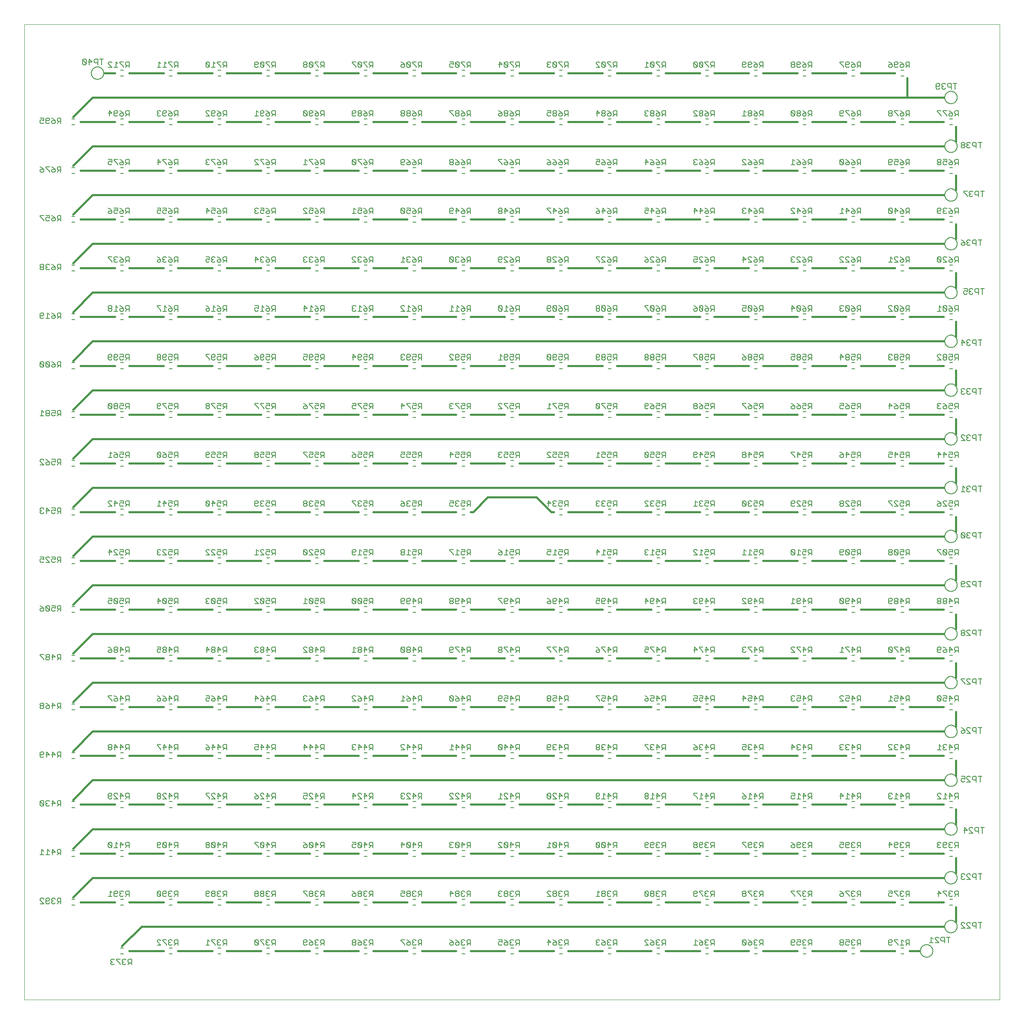
<source format=gbo>
G75*
%MOIN*%
%OFA0B0*%
%FSLAX25Y25*%
%IPPOS*%
%LPD*%
%AMOC8*
5,1,8,0,0,1.08239X$1,22.5*
%
%ADD10C,0.00000*%
%ADD11C,0.01600*%
%ADD12C,0.00600*%
%ADD13C,0.00500*%
D10*
X0020779Y0001800D02*
X0020779Y0789202D01*
X0808180Y0789202D01*
X0808180Y0001800D01*
X0020779Y0001800D01*
D11*
X0099519Y0045107D02*
X0115267Y0060855D01*
X0762905Y0060855D01*
X0772747Y0064792D02*
X0772747Y0076603D01*
X0762905Y0080540D02*
X0735346Y0080540D01*
X0723535Y0080540D02*
X0695976Y0080540D01*
X0684165Y0080540D02*
X0656606Y0080540D01*
X0644795Y0080540D02*
X0617236Y0080540D01*
X0605425Y0080540D02*
X0577866Y0080540D01*
X0566054Y0080540D02*
X0538495Y0080540D01*
X0526684Y0080540D02*
X0499125Y0080540D01*
X0487314Y0080540D02*
X0459755Y0080540D01*
X0447944Y0080540D02*
X0420385Y0080540D01*
X0408574Y0080540D02*
X0381015Y0080540D01*
X0369204Y0080540D02*
X0341645Y0080540D01*
X0329834Y0080540D02*
X0302275Y0080540D01*
X0290464Y0080540D02*
X0262905Y0080540D01*
X0251094Y0080540D02*
X0223535Y0080540D01*
X0211724Y0080540D02*
X0184165Y0080540D01*
X0172354Y0080540D02*
X0144795Y0080540D01*
X0132984Y0080540D02*
X0105425Y0080540D01*
X0093614Y0080540D02*
X0066054Y0080540D01*
X0060149Y0084477D02*
X0075897Y0100225D01*
X0762905Y0100225D01*
X0772747Y0104162D02*
X0772747Y0115973D01*
X0762905Y0119910D02*
X0735346Y0119910D01*
X0723535Y0119910D02*
X0695976Y0119910D01*
X0684165Y0119910D02*
X0656606Y0119910D01*
X0644795Y0119910D02*
X0617236Y0119910D01*
X0605425Y0119910D02*
X0577866Y0119910D01*
X0566054Y0119910D02*
X0538495Y0119910D01*
X0526684Y0119910D02*
X0499125Y0119910D01*
X0487314Y0119910D02*
X0459755Y0119910D01*
X0447944Y0119910D02*
X0420385Y0119910D01*
X0408574Y0119910D02*
X0381015Y0119910D01*
X0369204Y0119910D02*
X0341645Y0119910D01*
X0329834Y0119910D02*
X0302275Y0119910D01*
X0290464Y0119910D02*
X0262905Y0119910D01*
X0251094Y0119910D02*
X0223535Y0119910D01*
X0211724Y0119910D02*
X0184165Y0119910D01*
X0172354Y0119910D02*
X0144795Y0119910D01*
X0132984Y0119910D02*
X0105425Y0119910D01*
X0093614Y0119910D02*
X0066054Y0119910D01*
X0060149Y0123847D02*
X0075897Y0139595D01*
X0762905Y0139595D01*
X0772747Y0143532D02*
X0772747Y0155343D01*
X0762905Y0159280D02*
X0735346Y0159280D01*
X0723535Y0159280D02*
X0695976Y0159280D01*
X0684165Y0159280D02*
X0656606Y0159280D01*
X0644795Y0159280D02*
X0617236Y0159280D01*
X0605425Y0159280D02*
X0577866Y0159280D01*
X0566054Y0159280D02*
X0538495Y0159280D01*
X0526684Y0159280D02*
X0499125Y0159280D01*
X0487314Y0159280D02*
X0459755Y0159280D01*
X0447944Y0159280D02*
X0420385Y0159280D01*
X0408574Y0159280D02*
X0381015Y0159280D01*
X0369204Y0159280D02*
X0341645Y0159280D01*
X0329834Y0159280D02*
X0302275Y0159280D01*
X0290464Y0159280D02*
X0262905Y0159280D01*
X0251094Y0159280D02*
X0223535Y0159280D01*
X0211724Y0159280D02*
X0184165Y0159280D01*
X0172354Y0159280D02*
X0144795Y0159280D01*
X0132984Y0159280D02*
X0105425Y0159280D01*
X0093614Y0159280D02*
X0066054Y0159280D01*
X0060149Y0163217D02*
X0075897Y0178965D01*
X0762905Y0178965D01*
X0772747Y0182902D02*
X0772747Y0194713D01*
X0762905Y0198650D02*
X0735346Y0198650D01*
X0723535Y0198650D02*
X0695976Y0198650D01*
X0684165Y0198650D02*
X0656606Y0198650D01*
X0644795Y0198650D02*
X0617236Y0198650D01*
X0605425Y0198650D02*
X0577866Y0198650D01*
X0566054Y0198650D02*
X0538495Y0198650D01*
X0526684Y0198650D02*
X0499125Y0198650D01*
X0487314Y0198650D02*
X0459755Y0198650D01*
X0447944Y0198650D02*
X0420385Y0198650D01*
X0408574Y0198650D02*
X0381015Y0198650D01*
X0369204Y0198650D02*
X0341645Y0198650D01*
X0329834Y0198650D02*
X0302275Y0198650D01*
X0290464Y0198650D02*
X0262905Y0198650D01*
X0251094Y0198650D02*
X0223535Y0198650D01*
X0211724Y0198650D02*
X0184165Y0198650D01*
X0172354Y0198650D02*
X0144795Y0198650D01*
X0132984Y0198650D02*
X0105425Y0198650D01*
X0093614Y0198650D02*
X0066054Y0198650D01*
X0060149Y0202587D02*
X0075897Y0218335D01*
X0762905Y0218335D01*
X0772747Y0222272D02*
X0772747Y0234083D01*
X0762905Y0238020D02*
X0735346Y0238020D01*
X0723535Y0238020D02*
X0695976Y0238020D01*
X0684165Y0238020D02*
X0656606Y0238020D01*
X0644795Y0238020D02*
X0617236Y0238020D01*
X0605425Y0238020D02*
X0577866Y0238020D01*
X0566054Y0238020D02*
X0538495Y0238020D01*
X0526684Y0238020D02*
X0499125Y0238020D01*
X0487314Y0238020D02*
X0459755Y0238020D01*
X0447944Y0238020D02*
X0420385Y0238020D01*
X0408574Y0238020D02*
X0381015Y0238020D01*
X0369204Y0238020D02*
X0341645Y0238020D01*
X0329834Y0238020D02*
X0302275Y0238020D01*
X0290464Y0238020D02*
X0262905Y0238020D01*
X0251094Y0238020D02*
X0223535Y0238020D01*
X0211724Y0238020D02*
X0184165Y0238020D01*
X0172354Y0238020D02*
X0144795Y0238020D01*
X0132984Y0238020D02*
X0105425Y0238020D01*
X0093614Y0238020D02*
X0066054Y0238020D01*
X0060149Y0241957D02*
X0075897Y0257706D01*
X0762905Y0257706D01*
X0772747Y0261643D02*
X0772747Y0273454D01*
X0762905Y0277391D02*
X0735346Y0277391D01*
X0723535Y0277391D02*
X0695976Y0277391D01*
X0684165Y0277391D02*
X0656606Y0277391D01*
X0644795Y0277391D02*
X0617236Y0277391D01*
X0605425Y0277391D02*
X0577866Y0277391D01*
X0566054Y0277391D02*
X0538495Y0277391D01*
X0526684Y0277391D02*
X0499125Y0277391D01*
X0487314Y0277391D02*
X0459755Y0277391D01*
X0447944Y0277391D02*
X0420385Y0277391D01*
X0408574Y0277391D02*
X0381015Y0277391D01*
X0369204Y0277391D02*
X0341645Y0277391D01*
X0329834Y0277391D02*
X0302275Y0277391D01*
X0290464Y0277391D02*
X0262905Y0277391D01*
X0251094Y0277391D02*
X0223535Y0277391D01*
X0211724Y0277391D02*
X0184165Y0277391D01*
X0172354Y0277391D02*
X0144795Y0277391D01*
X0132984Y0277391D02*
X0105425Y0277391D01*
X0093614Y0277391D02*
X0066054Y0277391D01*
X0060149Y0281328D02*
X0075897Y0297076D01*
X0762905Y0297076D01*
X0772747Y0301013D02*
X0772747Y0312824D01*
X0762905Y0316761D02*
X0735346Y0316761D01*
X0723535Y0316761D02*
X0695976Y0316761D01*
X0684165Y0316761D02*
X0656606Y0316761D01*
X0644795Y0316761D02*
X0617236Y0316761D01*
X0605425Y0316761D02*
X0577866Y0316761D01*
X0566054Y0316761D02*
X0538495Y0316761D01*
X0526684Y0316761D02*
X0499125Y0316761D01*
X0487314Y0316761D02*
X0459755Y0316761D01*
X0447944Y0316761D02*
X0420385Y0316761D01*
X0408574Y0316761D02*
X0381015Y0316761D01*
X0369204Y0316761D02*
X0341645Y0316761D01*
X0329834Y0316761D02*
X0302275Y0316761D01*
X0290464Y0316761D02*
X0262905Y0316761D01*
X0251094Y0316761D02*
X0223535Y0316761D01*
X0211724Y0316761D02*
X0184165Y0316761D01*
X0172354Y0316761D02*
X0144795Y0316761D01*
X0132984Y0316761D02*
X0105425Y0316761D01*
X0093614Y0316761D02*
X0066054Y0316761D01*
X0060149Y0320698D02*
X0075897Y0336446D01*
X0762905Y0336446D01*
X0772747Y0340383D02*
X0772747Y0352194D01*
X0762905Y0356131D02*
X0735346Y0356131D01*
X0723535Y0356131D02*
X0695976Y0356131D01*
X0684165Y0356131D02*
X0656606Y0356131D01*
X0644795Y0356131D02*
X0617236Y0356131D01*
X0605425Y0356131D02*
X0577866Y0356131D01*
X0566054Y0356131D02*
X0538495Y0356131D01*
X0526684Y0356131D02*
X0499125Y0356131D01*
X0487314Y0356131D02*
X0459755Y0356131D01*
X0447944Y0356131D02*
X0420385Y0356131D01*
X0408574Y0356131D02*
X0381015Y0356131D01*
X0369204Y0356131D02*
X0341645Y0356131D01*
X0329834Y0356131D02*
X0302275Y0356131D01*
X0290464Y0356131D02*
X0262905Y0356131D01*
X0251094Y0356131D02*
X0223535Y0356131D01*
X0211724Y0356131D02*
X0184165Y0356131D01*
X0172354Y0356131D02*
X0144795Y0356131D01*
X0132984Y0356131D02*
X0105425Y0356131D01*
X0093614Y0356131D02*
X0066054Y0356131D01*
X0060149Y0360068D02*
X0075897Y0375816D01*
X0762905Y0375816D01*
X0772747Y0379753D02*
X0772747Y0391564D01*
X0762905Y0395501D02*
X0735346Y0395501D01*
X0723535Y0395501D02*
X0695976Y0395501D01*
X0684165Y0395501D02*
X0656606Y0395501D01*
X0644795Y0395501D02*
X0617236Y0395501D01*
X0605425Y0395501D02*
X0577866Y0395501D01*
X0566054Y0395501D02*
X0538495Y0395501D01*
X0526684Y0395501D02*
X0499125Y0395501D01*
X0487314Y0395501D02*
X0459755Y0395501D01*
X0447944Y0395501D02*
X0445976Y0395501D01*
X0434165Y0407312D01*
X0394795Y0407312D01*
X0382984Y0395501D01*
X0381015Y0395501D01*
X0369204Y0395501D02*
X0341645Y0395501D01*
X0329834Y0395501D02*
X0302275Y0395501D01*
X0290464Y0395501D02*
X0262905Y0395501D01*
X0251094Y0395501D02*
X0223535Y0395501D01*
X0211724Y0395501D02*
X0184165Y0395501D01*
X0172354Y0395501D02*
X0144795Y0395501D01*
X0132984Y0395501D02*
X0105425Y0395501D01*
X0093614Y0395501D02*
X0066054Y0395501D01*
X0060149Y0399438D02*
X0075897Y0415186D01*
X0762905Y0415186D01*
X0772747Y0419123D02*
X0772747Y0430934D01*
X0762905Y0434871D02*
X0735346Y0434871D01*
X0723535Y0434871D02*
X0695976Y0434871D01*
X0684165Y0434871D02*
X0656606Y0434871D01*
X0644795Y0434871D02*
X0617236Y0434871D01*
X0605425Y0434871D02*
X0577866Y0434871D01*
X0566054Y0434871D02*
X0538495Y0434871D01*
X0526684Y0434871D02*
X0499125Y0434871D01*
X0487314Y0434871D02*
X0459755Y0434871D01*
X0447944Y0434871D02*
X0420385Y0434871D01*
X0408574Y0434871D02*
X0381015Y0434871D01*
X0369204Y0434871D02*
X0341645Y0434871D01*
X0329834Y0434871D02*
X0302275Y0434871D01*
X0290464Y0434871D02*
X0262905Y0434871D01*
X0251094Y0434871D02*
X0223535Y0434871D01*
X0211724Y0434871D02*
X0184165Y0434871D01*
X0172354Y0434871D02*
X0144795Y0434871D01*
X0132984Y0434871D02*
X0105425Y0434871D01*
X0093614Y0434871D02*
X0066054Y0434871D01*
X0060149Y0438808D02*
X0075897Y0454556D01*
X0762905Y0454556D01*
X0772747Y0458493D02*
X0772747Y0470304D01*
X0762905Y0474241D02*
X0735346Y0474241D01*
X0723535Y0474241D02*
X0695976Y0474241D01*
X0684165Y0474241D02*
X0656606Y0474241D01*
X0644795Y0474241D02*
X0617236Y0474241D01*
X0605425Y0474241D02*
X0577866Y0474241D01*
X0566054Y0474241D02*
X0538495Y0474241D01*
X0526684Y0474241D02*
X0499125Y0474241D01*
X0487314Y0474241D02*
X0459755Y0474241D01*
X0447944Y0474241D02*
X0420385Y0474241D01*
X0408574Y0474241D02*
X0381015Y0474241D01*
X0369204Y0474241D02*
X0341645Y0474241D01*
X0329834Y0474241D02*
X0302275Y0474241D01*
X0290464Y0474241D02*
X0262905Y0474241D01*
X0251094Y0474241D02*
X0223535Y0474241D01*
X0211724Y0474241D02*
X0184165Y0474241D01*
X0172354Y0474241D02*
X0144795Y0474241D01*
X0132984Y0474241D02*
X0105425Y0474241D01*
X0093614Y0474241D02*
X0066054Y0474241D01*
X0060149Y0478178D02*
X0075604Y0493633D01*
X0076311Y0493926D02*
X0762905Y0493926D01*
X0772747Y0497863D02*
X0772747Y0509674D01*
X0762905Y0513611D02*
X0735346Y0513611D01*
X0723535Y0513611D02*
X0695976Y0513611D01*
X0684165Y0513611D02*
X0656606Y0513611D01*
X0644795Y0513611D02*
X0617236Y0513611D01*
X0605425Y0513611D02*
X0577866Y0513611D01*
X0566054Y0513611D02*
X0538495Y0513611D01*
X0526684Y0513611D02*
X0499125Y0513611D01*
X0487314Y0513611D02*
X0459755Y0513611D01*
X0447944Y0513611D02*
X0420385Y0513611D01*
X0408574Y0513611D02*
X0381015Y0513611D01*
X0369204Y0513611D02*
X0341645Y0513611D01*
X0329834Y0513611D02*
X0302275Y0513611D01*
X0290464Y0513611D02*
X0262905Y0513611D01*
X0251094Y0513611D02*
X0223535Y0513611D01*
X0211724Y0513611D02*
X0184165Y0513611D01*
X0172354Y0513611D02*
X0144795Y0513611D01*
X0132984Y0513611D02*
X0105425Y0513611D01*
X0093614Y0513611D02*
X0066054Y0513611D01*
X0060149Y0517548D02*
X0075897Y0533296D01*
X0762905Y0533296D01*
X0772747Y0537233D02*
X0772747Y0549044D01*
X0762905Y0552981D02*
X0735346Y0552981D01*
X0723535Y0552981D02*
X0695976Y0552981D01*
X0684165Y0552981D02*
X0656606Y0552981D01*
X0644795Y0552981D02*
X0617236Y0552981D01*
X0605425Y0552981D02*
X0577866Y0552981D01*
X0566054Y0552981D02*
X0538495Y0552981D01*
X0526684Y0552981D02*
X0499125Y0552981D01*
X0487314Y0552981D02*
X0459755Y0552981D01*
X0447944Y0552981D02*
X0420385Y0552981D01*
X0408574Y0552981D02*
X0381015Y0552981D01*
X0369204Y0552981D02*
X0341645Y0552981D01*
X0329834Y0552981D02*
X0302275Y0552981D01*
X0290464Y0552981D02*
X0262905Y0552981D01*
X0251094Y0552981D02*
X0223535Y0552981D01*
X0211724Y0552981D02*
X0184165Y0552981D01*
X0172354Y0552981D02*
X0144795Y0552981D01*
X0132984Y0552981D02*
X0105425Y0552981D01*
X0093614Y0552981D02*
X0066054Y0552981D01*
X0060149Y0556918D02*
X0075897Y0572666D01*
X0762905Y0572666D01*
X0772747Y0576603D02*
X0772747Y0588414D01*
X0762905Y0592351D02*
X0735346Y0592351D01*
X0723535Y0592351D02*
X0695976Y0592351D01*
X0684165Y0592351D02*
X0656606Y0592351D01*
X0644795Y0592351D02*
X0617236Y0592351D01*
X0605425Y0592351D02*
X0577866Y0592351D01*
X0566054Y0592351D02*
X0538495Y0592351D01*
X0526684Y0592351D02*
X0499125Y0592351D01*
X0487314Y0592351D02*
X0459755Y0592351D01*
X0447944Y0592351D02*
X0420385Y0592351D01*
X0408574Y0592351D02*
X0381015Y0592351D01*
X0369204Y0592351D02*
X0341645Y0592351D01*
X0329834Y0592351D02*
X0302275Y0592351D01*
X0290464Y0592351D02*
X0262905Y0592351D01*
X0251094Y0592351D02*
X0223535Y0592351D01*
X0211724Y0592351D02*
X0184165Y0592351D01*
X0172354Y0592351D02*
X0144795Y0592351D01*
X0132984Y0592351D02*
X0105425Y0592351D01*
X0093614Y0592351D02*
X0066054Y0592351D01*
X0060149Y0596288D02*
X0075897Y0612036D01*
X0762905Y0612036D01*
X0772747Y0615973D02*
X0772747Y0627784D01*
X0762905Y0631721D02*
X0735346Y0631721D01*
X0723535Y0631721D02*
X0695976Y0631721D01*
X0684165Y0631721D02*
X0656606Y0631721D01*
X0644795Y0631721D02*
X0617236Y0631721D01*
X0605425Y0631721D02*
X0577866Y0631721D01*
X0566054Y0631721D02*
X0538495Y0631721D01*
X0526684Y0631721D02*
X0499125Y0631721D01*
X0487314Y0631721D02*
X0459755Y0631721D01*
X0447944Y0631721D02*
X0420385Y0631721D01*
X0408574Y0631721D02*
X0381015Y0631721D01*
X0369204Y0631721D02*
X0341645Y0631721D01*
X0329834Y0631721D02*
X0302275Y0631721D01*
X0290464Y0631721D02*
X0262905Y0631721D01*
X0251094Y0631721D02*
X0223535Y0631721D01*
X0211724Y0631721D02*
X0184165Y0631721D01*
X0172354Y0631721D02*
X0144795Y0631721D01*
X0132984Y0631721D02*
X0105425Y0631721D01*
X0093614Y0631721D02*
X0066054Y0631721D01*
X0060149Y0635658D02*
X0075897Y0651406D01*
X0762905Y0651406D01*
X0772747Y0655343D02*
X0772747Y0667154D01*
X0762905Y0671091D02*
X0735346Y0671091D01*
X0723535Y0671091D02*
X0695976Y0671091D01*
X0684165Y0671091D02*
X0656606Y0671091D01*
X0644795Y0671091D02*
X0617236Y0671091D01*
X0605425Y0671091D02*
X0577866Y0671091D01*
X0566054Y0671091D02*
X0538495Y0671091D01*
X0526684Y0671091D02*
X0499125Y0671091D01*
X0487314Y0671091D02*
X0459755Y0671091D01*
X0447944Y0671091D02*
X0420385Y0671091D01*
X0408574Y0671091D02*
X0381015Y0671091D01*
X0369204Y0671091D02*
X0341645Y0671091D01*
X0329834Y0671091D02*
X0302275Y0671091D01*
X0290464Y0671091D02*
X0262905Y0671091D01*
X0251094Y0671091D02*
X0223535Y0671091D01*
X0211724Y0671091D02*
X0184165Y0671091D01*
X0172354Y0671091D02*
X0144795Y0671091D01*
X0132984Y0671091D02*
X0105425Y0671091D01*
X0093614Y0671091D02*
X0066054Y0671091D01*
X0060149Y0675028D02*
X0075897Y0690776D01*
X0762905Y0690776D01*
X0772747Y0694713D02*
X0772747Y0706524D01*
X0762905Y0710461D02*
X0735346Y0710461D01*
X0723535Y0710461D02*
X0695976Y0710461D01*
X0684165Y0710461D02*
X0656606Y0710461D01*
X0644795Y0710461D02*
X0617236Y0710461D01*
X0605425Y0710461D02*
X0577866Y0710461D01*
X0566054Y0710461D02*
X0538495Y0710461D01*
X0526684Y0710461D02*
X0499125Y0710461D01*
X0487314Y0710461D02*
X0459755Y0710461D01*
X0447944Y0710461D02*
X0420385Y0710461D01*
X0408574Y0710461D02*
X0381015Y0710461D01*
X0369204Y0710461D02*
X0341645Y0710461D01*
X0329834Y0710461D02*
X0302275Y0710461D01*
X0290464Y0710461D02*
X0262905Y0710461D01*
X0251094Y0710461D02*
X0223535Y0710461D01*
X0211724Y0710461D02*
X0184165Y0710461D01*
X0172354Y0710461D02*
X0144795Y0710461D01*
X0132984Y0710461D02*
X0105425Y0710461D01*
X0093614Y0710461D02*
X0066054Y0710461D01*
X0060149Y0714398D02*
X0075897Y0730146D01*
X0733377Y0730146D01*
X0762905Y0730146D01*
X0733377Y0730146D02*
X0733377Y0745894D01*
X0723535Y0749831D02*
X0695976Y0749831D01*
X0684165Y0749831D02*
X0656606Y0749831D01*
X0644795Y0749831D02*
X0617236Y0749831D01*
X0605425Y0749831D02*
X0577866Y0749831D01*
X0566054Y0749831D02*
X0538495Y0749831D01*
X0526684Y0749831D02*
X0499125Y0749831D01*
X0487314Y0749831D02*
X0459755Y0749831D01*
X0447944Y0749831D02*
X0420385Y0749831D01*
X0408574Y0749831D02*
X0381015Y0749831D01*
X0369204Y0749831D02*
X0341645Y0749831D01*
X0329834Y0749831D02*
X0302275Y0749831D01*
X0290464Y0749831D02*
X0262905Y0749831D01*
X0251094Y0749831D02*
X0223535Y0749831D01*
X0211724Y0749831D02*
X0184165Y0749831D01*
X0172354Y0749831D02*
X0144795Y0749831D01*
X0132984Y0749831D02*
X0105425Y0749831D01*
X0093614Y0749831D02*
X0085740Y0749831D01*
X0076311Y0493926D02*
X0076251Y0493924D01*
X0076190Y0493919D01*
X0076131Y0493910D01*
X0076072Y0493897D01*
X0076013Y0493881D01*
X0075956Y0493861D01*
X0075901Y0493838D01*
X0075846Y0493811D01*
X0075794Y0493782D01*
X0075743Y0493749D01*
X0075694Y0493713D01*
X0075648Y0493675D01*
X0075604Y0493633D01*
X0105425Y0041170D02*
X0132984Y0041170D01*
X0144795Y0041170D02*
X0172354Y0041170D01*
X0184165Y0041170D02*
X0211724Y0041170D01*
X0223535Y0041170D02*
X0251094Y0041170D01*
X0262905Y0041170D02*
X0290464Y0041170D01*
X0302275Y0041170D02*
X0329834Y0041170D01*
X0341645Y0041170D02*
X0369204Y0041170D01*
X0381015Y0041170D02*
X0408574Y0041170D01*
X0420385Y0041170D02*
X0447944Y0041170D01*
X0459755Y0041170D02*
X0487314Y0041170D01*
X0499125Y0041170D02*
X0526684Y0041170D01*
X0538495Y0041170D02*
X0566054Y0041170D01*
X0577866Y0041170D02*
X0605425Y0041170D01*
X0617236Y0041170D02*
X0644795Y0041170D01*
X0656606Y0041170D02*
X0684165Y0041170D01*
X0695976Y0041170D02*
X0723535Y0041170D01*
X0735346Y0041170D02*
X0743220Y0041170D01*
D12*
X0735243Y0045801D02*
X0735243Y0050205D01*
X0733041Y0050205D01*
X0732307Y0049471D01*
X0732307Y0048003D01*
X0733041Y0047269D01*
X0735243Y0047269D01*
X0733775Y0047269D02*
X0732307Y0045801D01*
X0730639Y0045801D02*
X0727703Y0045801D01*
X0729171Y0045801D02*
X0729171Y0050205D01*
X0730639Y0048737D01*
X0726035Y0050205D02*
X0723099Y0050205D01*
X0723099Y0049471D01*
X0726035Y0046535D01*
X0726035Y0045801D01*
X0728259Y0043532D02*
X0730621Y0043532D01*
X0730621Y0038808D02*
X0728259Y0038808D01*
X0720697Y0045801D02*
X0719229Y0045801D01*
X0718495Y0046535D01*
X0718495Y0049471D01*
X0719229Y0050205D01*
X0720697Y0050205D01*
X0721431Y0049471D01*
X0721431Y0048737D01*
X0720697Y0048003D01*
X0718495Y0048003D01*
X0720697Y0045801D02*
X0721431Y0046535D01*
X0695873Y0047269D02*
X0693671Y0047269D01*
X0692937Y0048003D01*
X0692937Y0049471D01*
X0693671Y0050205D01*
X0695873Y0050205D01*
X0695873Y0045801D01*
X0694405Y0047269D02*
X0692937Y0045801D01*
X0691269Y0046535D02*
X0690535Y0045801D01*
X0689067Y0045801D01*
X0688333Y0046535D01*
X0688333Y0047269D01*
X0689067Y0048003D01*
X0689801Y0048003D01*
X0689067Y0048003D02*
X0688333Y0048737D01*
X0688333Y0049471D01*
X0689067Y0050205D01*
X0690535Y0050205D01*
X0691269Y0049471D01*
X0686665Y0050205D02*
X0686665Y0048003D01*
X0685197Y0048737D01*
X0684463Y0048737D01*
X0683729Y0048003D01*
X0683729Y0046535D01*
X0684463Y0045801D01*
X0685931Y0045801D01*
X0686665Y0046535D01*
X0686665Y0050205D02*
X0683729Y0050205D01*
X0682061Y0049471D02*
X0682061Y0048737D01*
X0681327Y0048003D01*
X0679859Y0048003D01*
X0679125Y0047269D01*
X0679125Y0046535D01*
X0679859Y0045801D01*
X0681327Y0045801D01*
X0682061Y0046535D01*
X0682061Y0047269D01*
X0681327Y0048003D01*
X0679859Y0048003D02*
X0679125Y0048737D01*
X0679125Y0049471D01*
X0679859Y0050205D01*
X0681327Y0050205D01*
X0682061Y0049471D01*
X0688889Y0043532D02*
X0691251Y0043532D01*
X0691251Y0038808D02*
X0688889Y0038808D01*
X0656503Y0045801D02*
X0656503Y0050205D01*
X0654301Y0050205D01*
X0653567Y0049471D01*
X0653567Y0048003D01*
X0654301Y0047269D01*
X0656503Y0047269D01*
X0655035Y0047269D02*
X0653567Y0045801D01*
X0651899Y0046535D02*
X0651165Y0045801D01*
X0649697Y0045801D01*
X0648963Y0046535D01*
X0648963Y0047269D01*
X0649697Y0048003D01*
X0650431Y0048003D01*
X0649697Y0048003D02*
X0648963Y0048737D01*
X0648963Y0049471D01*
X0649697Y0050205D01*
X0651165Y0050205D01*
X0651899Y0049471D01*
X0647295Y0050205D02*
X0647295Y0048003D01*
X0645827Y0048737D01*
X0645093Y0048737D01*
X0644359Y0048003D01*
X0644359Y0046535D01*
X0645093Y0045801D01*
X0646561Y0045801D01*
X0647295Y0046535D01*
X0647295Y0050205D02*
X0644359Y0050205D01*
X0642691Y0049471D02*
X0642691Y0048737D01*
X0641957Y0048003D01*
X0639755Y0048003D01*
X0639755Y0049471D02*
X0640489Y0050205D01*
X0641957Y0050205D01*
X0642691Y0049471D01*
X0639755Y0049471D02*
X0639755Y0046535D01*
X0640489Y0045801D01*
X0641957Y0045801D01*
X0642691Y0046535D01*
X0649519Y0043532D02*
X0651881Y0043532D01*
X0651881Y0038808D02*
X0649519Y0038808D01*
X0617132Y0045801D02*
X0617132Y0050205D01*
X0614931Y0050205D01*
X0614197Y0049471D01*
X0614197Y0048003D01*
X0614931Y0047269D01*
X0617132Y0047269D01*
X0615665Y0047269D02*
X0614197Y0045801D01*
X0612529Y0046535D02*
X0611795Y0045801D01*
X0610327Y0045801D01*
X0609593Y0046535D01*
X0609593Y0047269D01*
X0610327Y0048003D01*
X0611061Y0048003D01*
X0610327Y0048003D02*
X0609593Y0048737D01*
X0609593Y0049471D01*
X0610327Y0050205D01*
X0611795Y0050205D01*
X0612529Y0049471D01*
X0607925Y0048003D02*
X0605723Y0048003D01*
X0604989Y0047269D01*
X0604989Y0046535D01*
X0605723Y0045801D01*
X0607191Y0045801D01*
X0607925Y0046535D01*
X0607925Y0048003D01*
X0606457Y0049471D01*
X0604989Y0050205D01*
X0603321Y0049471D02*
X0602587Y0050205D01*
X0601119Y0050205D01*
X0600385Y0049471D01*
X0603321Y0046535D01*
X0602587Y0045801D01*
X0601119Y0045801D01*
X0600385Y0046535D01*
X0600385Y0049471D01*
X0603321Y0049471D02*
X0603321Y0046535D01*
X0610149Y0043532D02*
X0612511Y0043532D01*
X0612511Y0038808D02*
X0610149Y0038808D01*
X0577762Y0045801D02*
X0577762Y0050205D01*
X0575560Y0050205D01*
X0574827Y0049471D01*
X0574827Y0048003D01*
X0575560Y0047269D01*
X0577762Y0047269D01*
X0576294Y0047269D02*
X0574827Y0045801D01*
X0573158Y0046535D02*
X0572424Y0045801D01*
X0570957Y0045801D01*
X0570223Y0046535D01*
X0570223Y0047269D01*
X0570957Y0048003D01*
X0571691Y0048003D01*
X0570957Y0048003D02*
X0570223Y0048737D01*
X0570223Y0049471D01*
X0570957Y0050205D01*
X0572424Y0050205D01*
X0573158Y0049471D01*
X0568555Y0048003D02*
X0566353Y0048003D01*
X0565619Y0047269D01*
X0565619Y0046535D01*
X0566353Y0045801D01*
X0567821Y0045801D01*
X0568555Y0046535D01*
X0568555Y0048003D01*
X0567087Y0049471D01*
X0565619Y0050205D01*
X0563951Y0048737D02*
X0562483Y0050205D01*
X0562483Y0045801D01*
X0563951Y0045801D02*
X0561015Y0045801D01*
X0570779Y0043532D02*
X0573141Y0043532D01*
X0573141Y0038808D02*
X0570779Y0038808D01*
X0538392Y0045801D02*
X0538392Y0050205D01*
X0536190Y0050205D01*
X0535456Y0049471D01*
X0535456Y0048003D01*
X0536190Y0047269D01*
X0538392Y0047269D01*
X0536924Y0047269D02*
X0535456Y0045801D01*
X0533788Y0046535D02*
X0533054Y0045801D01*
X0531586Y0045801D01*
X0530853Y0046535D01*
X0530853Y0047269D01*
X0531586Y0048003D01*
X0532320Y0048003D01*
X0531586Y0048003D02*
X0530853Y0048737D01*
X0530853Y0049471D01*
X0531586Y0050205D01*
X0533054Y0050205D01*
X0533788Y0049471D01*
X0529184Y0048003D02*
X0526983Y0048003D01*
X0526249Y0047269D01*
X0526249Y0046535D01*
X0526983Y0045801D01*
X0528450Y0045801D01*
X0529184Y0046535D01*
X0529184Y0048003D01*
X0527717Y0049471D01*
X0526249Y0050205D01*
X0524580Y0049471D02*
X0523847Y0050205D01*
X0522379Y0050205D01*
X0521645Y0049471D01*
X0521645Y0048737D01*
X0524580Y0045801D01*
X0521645Y0045801D01*
X0531409Y0043532D02*
X0533771Y0043532D01*
X0533771Y0038808D02*
X0531409Y0038808D01*
X0499022Y0045801D02*
X0499022Y0050205D01*
X0496820Y0050205D01*
X0496086Y0049471D01*
X0496086Y0048003D01*
X0496820Y0047269D01*
X0499022Y0047269D01*
X0497554Y0047269D02*
X0496086Y0045801D01*
X0494418Y0046535D02*
X0493684Y0045801D01*
X0492216Y0045801D01*
X0491482Y0046535D01*
X0491482Y0047269D01*
X0492216Y0048003D01*
X0492950Y0048003D01*
X0492216Y0048003D02*
X0491482Y0048737D01*
X0491482Y0049471D01*
X0492216Y0050205D01*
X0493684Y0050205D01*
X0494418Y0049471D01*
X0489814Y0048003D02*
X0489814Y0046535D01*
X0489080Y0045801D01*
X0487612Y0045801D01*
X0486879Y0046535D01*
X0486879Y0047269D01*
X0487612Y0048003D01*
X0489814Y0048003D01*
X0488346Y0049471D01*
X0486879Y0050205D01*
X0485210Y0049471D02*
X0484476Y0050205D01*
X0483009Y0050205D01*
X0482275Y0049471D01*
X0482275Y0048737D01*
X0483009Y0048003D01*
X0482275Y0047269D01*
X0482275Y0046535D01*
X0483009Y0045801D01*
X0484476Y0045801D01*
X0485210Y0046535D01*
X0483743Y0048003D02*
X0483009Y0048003D01*
X0492039Y0043532D02*
X0494401Y0043532D01*
X0494401Y0038808D02*
X0492039Y0038808D01*
X0459652Y0045801D02*
X0459652Y0050205D01*
X0457450Y0050205D01*
X0456716Y0049471D01*
X0456716Y0048003D01*
X0457450Y0047269D01*
X0459652Y0047269D01*
X0458184Y0047269D02*
X0456716Y0045801D01*
X0455048Y0046535D02*
X0454314Y0045801D01*
X0452846Y0045801D01*
X0452112Y0046535D01*
X0452112Y0047269D01*
X0452846Y0048003D01*
X0453580Y0048003D01*
X0452846Y0048003D02*
X0452112Y0048737D01*
X0452112Y0049471D01*
X0452846Y0050205D01*
X0454314Y0050205D01*
X0455048Y0049471D01*
X0450444Y0048003D02*
X0450444Y0046535D01*
X0449710Y0045801D01*
X0448242Y0045801D01*
X0447508Y0046535D01*
X0447508Y0047269D01*
X0448242Y0048003D01*
X0450444Y0048003D01*
X0448976Y0049471D01*
X0447508Y0050205D01*
X0445840Y0048003D02*
X0442905Y0048003D01*
X0443638Y0050205D02*
X0445840Y0048003D01*
X0443638Y0045801D02*
X0443638Y0050205D01*
X0452669Y0043532D02*
X0455031Y0043532D01*
X0455031Y0038808D02*
X0452669Y0038808D01*
X0420282Y0045801D02*
X0420282Y0050205D01*
X0418080Y0050205D01*
X0417346Y0049471D01*
X0417346Y0048003D01*
X0418080Y0047269D01*
X0420282Y0047269D01*
X0418814Y0047269D02*
X0417346Y0045801D01*
X0415678Y0046535D02*
X0414944Y0045801D01*
X0413476Y0045801D01*
X0412742Y0046535D01*
X0412742Y0047269D01*
X0413476Y0048003D01*
X0414210Y0048003D01*
X0413476Y0048003D02*
X0412742Y0048737D01*
X0412742Y0049471D01*
X0413476Y0050205D01*
X0414944Y0050205D01*
X0415678Y0049471D01*
X0411074Y0048003D02*
X0411074Y0046535D01*
X0410340Y0045801D01*
X0408872Y0045801D01*
X0408138Y0046535D01*
X0408138Y0047269D01*
X0408872Y0048003D01*
X0411074Y0048003D01*
X0409606Y0049471D01*
X0408138Y0050205D01*
X0406470Y0050205D02*
X0406470Y0048003D01*
X0405002Y0048737D01*
X0404268Y0048737D01*
X0403534Y0048003D01*
X0403534Y0046535D01*
X0404268Y0045801D01*
X0405736Y0045801D01*
X0406470Y0046535D01*
X0406470Y0050205D02*
X0403534Y0050205D01*
X0413299Y0043532D02*
X0415661Y0043532D01*
X0415661Y0038808D02*
X0413299Y0038808D01*
X0380912Y0045801D02*
X0380912Y0050205D01*
X0378710Y0050205D01*
X0377976Y0049471D01*
X0377976Y0048003D01*
X0378710Y0047269D01*
X0380912Y0047269D01*
X0379444Y0047269D02*
X0377976Y0045801D01*
X0376308Y0046535D02*
X0375574Y0045801D01*
X0374106Y0045801D01*
X0373372Y0046535D01*
X0373372Y0047269D01*
X0374106Y0048003D01*
X0374840Y0048003D01*
X0374106Y0048003D02*
X0373372Y0048737D01*
X0373372Y0049471D01*
X0374106Y0050205D01*
X0375574Y0050205D01*
X0376308Y0049471D01*
X0371704Y0048003D02*
X0371704Y0046535D01*
X0370970Y0045801D01*
X0369502Y0045801D01*
X0368768Y0046535D01*
X0368768Y0047269D01*
X0369502Y0048003D01*
X0371704Y0048003D01*
X0370236Y0049471D01*
X0368768Y0050205D01*
X0367100Y0048003D02*
X0364898Y0048003D01*
X0364164Y0047269D01*
X0364164Y0046535D01*
X0364898Y0045801D01*
X0366366Y0045801D01*
X0367100Y0046535D01*
X0367100Y0048003D01*
X0365632Y0049471D01*
X0364164Y0050205D01*
X0373928Y0043532D02*
X0376291Y0043532D01*
X0376291Y0038808D02*
X0373928Y0038808D01*
X0341542Y0045801D02*
X0341542Y0050205D01*
X0339340Y0050205D01*
X0338606Y0049471D01*
X0338606Y0048003D01*
X0339340Y0047269D01*
X0341542Y0047269D01*
X0340074Y0047269D02*
X0338606Y0045801D01*
X0336938Y0046535D02*
X0336204Y0045801D01*
X0334736Y0045801D01*
X0334002Y0046535D01*
X0334002Y0047269D01*
X0334736Y0048003D01*
X0335470Y0048003D01*
X0334736Y0048003D02*
X0334002Y0048737D01*
X0334002Y0049471D01*
X0334736Y0050205D01*
X0336204Y0050205D01*
X0336938Y0049471D01*
X0332334Y0048003D02*
X0330132Y0048003D01*
X0329398Y0047269D01*
X0329398Y0046535D01*
X0330132Y0045801D01*
X0331600Y0045801D01*
X0332334Y0046535D01*
X0332334Y0048003D01*
X0330866Y0049471D01*
X0329398Y0050205D01*
X0327730Y0050205D02*
X0324794Y0050205D01*
X0324794Y0049471D01*
X0327730Y0046535D01*
X0327730Y0045801D01*
X0334558Y0043532D02*
X0336921Y0043532D01*
X0336921Y0038808D02*
X0334558Y0038808D01*
X0302172Y0045801D02*
X0302172Y0050205D01*
X0299970Y0050205D01*
X0299236Y0049471D01*
X0299236Y0048003D01*
X0299970Y0047269D01*
X0302172Y0047269D01*
X0300704Y0047269D02*
X0299236Y0045801D01*
X0297568Y0046535D02*
X0296834Y0045801D01*
X0295366Y0045801D01*
X0294632Y0046535D01*
X0294632Y0047269D01*
X0295366Y0048003D01*
X0296100Y0048003D01*
X0295366Y0048003D02*
X0294632Y0048737D01*
X0294632Y0049471D01*
X0295366Y0050205D01*
X0296834Y0050205D01*
X0297568Y0049471D01*
X0292964Y0048003D02*
X0290762Y0048003D01*
X0290028Y0047269D01*
X0290028Y0046535D01*
X0290762Y0045801D01*
X0292230Y0045801D01*
X0292964Y0046535D01*
X0292964Y0048003D01*
X0291496Y0049471D01*
X0290028Y0050205D01*
X0288360Y0049471D02*
X0288360Y0048737D01*
X0287626Y0048003D01*
X0286158Y0048003D01*
X0285424Y0047269D01*
X0285424Y0046535D01*
X0286158Y0045801D01*
X0287626Y0045801D01*
X0288360Y0046535D01*
X0288360Y0047269D01*
X0287626Y0048003D01*
X0286158Y0048003D02*
X0285424Y0048737D01*
X0285424Y0049471D01*
X0286158Y0050205D01*
X0287626Y0050205D01*
X0288360Y0049471D01*
X0295188Y0043532D02*
X0297551Y0043532D01*
X0297551Y0038808D02*
X0295188Y0038808D01*
X0262802Y0045801D02*
X0262802Y0050205D01*
X0260600Y0050205D01*
X0259866Y0049471D01*
X0259866Y0048003D01*
X0260600Y0047269D01*
X0262802Y0047269D01*
X0261334Y0047269D02*
X0259866Y0045801D01*
X0258198Y0046535D02*
X0257464Y0045801D01*
X0255996Y0045801D01*
X0255262Y0046535D01*
X0255262Y0047269D01*
X0255996Y0048003D01*
X0256730Y0048003D01*
X0255996Y0048003D02*
X0255262Y0048737D01*
X0255262Y0049471D01*
X0255996Y0050205D01*
X0257464Y0050205D01*
X0258198Y0049471D01*
X0253594Y0048003D02*
X0251392Y0048003D01*
X0250658Y0047269D01*
X0250658Y0046535D01*
X0251392Y0045801D01*
X0252860Y0045801D01*
X0253594Y0046535D01*
X0253594Y0048003D01*
X0252126Y0049471D01*
X0250658Y0050205D01*
X0248990Y0049471D02*
X0248990Y0048737D01*
X0248256Y0048003D01*
X0246054Y0048003D01*
X0246054Y0049471D02*
X0246788Y0050205D01*
X0248256Y0050205D01*
X0248990Y0049471D01*
X0246054Y0049471D02*
X0246054Y0046535D01*
X0246788Y0045801D01*
X0248256Y0045801D01*
X0248990Y0046535D01*
X0255818Y0043532D02*
X0258180Y0043532D01*
X0258180Y0038808D02*
X0255818Y0038808D01*
X0223432Y0045801D02*
X0223432Y0050205D01*
X0221230Y0050205D01*
X0220496Y0049471D01*
X0220496Y0048003D01*
X0221230Y0047269D01*
X0223432Y0047269D01*
X0221964Y0047269D02*
X0220496Y0045801D01*
X0218828Y0046535D02*
X0218094Y0045801D01*
X0216626Y0045801D01*
X0215892Y0046535D01*
X0215892Y0047269D01*
X0216626Y0048003D01*
X0217360Y0048003D01*
X0216626Y0048003D02*
X0215892Y0048737D01*
X0215892Y0049471D01*
X0216626Y0050205D01*
X0218094Y0050205D01*
X0218828Y0049471D01*
X0214224Y0050205D02*
X0211288Y0050205D01*
X0211288Y0049471D01*
X0214224Y0046535D01*
X0214224Y0045801D01*
X0216448Y0043532D02*
X0218810Y0043532D01*
X0218810Y0038808D02*
X0216448Y0038808D01*
X0208886Y0045801D02*
X0209620Y0046535D01*
X0206684Y0049471D01*
X0206684Y0046535D01*
X0207418Y0045801D01*
X0208886Y0045801D01*
X0209620Y0046535D02*
X0209620Y0049471D01*
X0208886Y0050205D01*
X0207418Y0050205D01*
X0206684Y0049471D01*
X0184062Y0050205D02*
X0184062Y0045801D01*
X0184062Y0047269D02*
X0181860Y0047269D01*
X0181126Y0048003D01*
X0181126Y0049471D01*
X0181860Y0050205D01*
X0184062Y0050205D01*
X0182594Y0047269D02*
X0181126Y0045801D01*
X0179458Y0046535D02*
X0178724Y0045801D01*
X0177256Y0045801D01*
X0176522Y0046535D01*
X0176522Y0047269D01*
X0177256Y0048003D01*
X0177990Y0048003D01*
X0177256Y0048003D02*
X0176522Y0048737D01*
X0176522Y0049471D01*
X0177256Y0050205D01*
X0178724Y0050205D01*
X0179458Y0049471D01*
X0174854Y0050205D02*
X0171918Y0050205D01*
X0171918Y0049471D01*
X0174854Y0046535D01*
X0174854Y0045801D01*
X0177078Y0043532D02*
X0179440Y0043532D01*
X0179440Y0038808D02*
X0177078Y0038808D01*
X0170250Y0045801D02*
X0167314Y0045801D01*
X0168782Y0045801D02*
X0168782Y0050205D01*
X0170250Y0048737D01*
X0177078Y0078178D02*
X0179440Y0078178D01*
X0179440Y0082902D02*
X0177078Y0082902D01*
X0177256Y0085171D02*
X0178724Y0085171D01*
X0179458Y0085905D01*
X0181126Y0085171D02*
X0182594Y0086639D01*
X0181860Y0086639D02*
X0184062Y0086639D01*
X0184062Y0085171D02*
X0184062Y0089575D01*
X0181860Y0089575D01*
X0181126Y0088841D01*
X0181126Y0087373D01*
X0181860Y0086639D01*
X0179458Y0088841D02*
X0178724Y0089575D01*
X0177256Y0089575D01*
X0176522Y0088841D01*
X0176522Y0088107D01*
X0177256Y0087373D01*
X0176522Y0086639D01*
X0176522Y0085905D01*
X0177256Y0085171D01*
X0177256Y0087373D02*
X0177990Y0087373D01*
X0174854Y0088107D02*
X0174854Y0088841D01*
X0174120Y0089575D01*
X0172652Y0089575D01*
X0171918Y0088841D01*
X0171918Y0088107D01*
X0172652Y0087373D01*
X0174120Y0087373D01*
X0174854Y0088107D01*
X0174120Y0087373D02*
X0174854Y0086639D01*
X0174854Y0085905D01*
X0174120Y0085171D01*
X0172652Y0085171D01*
X0171918Y0085905D01*
X0171918Y0086639D01*
X0172652Y0087373D01*
X0170250Y0088107D02*
X0169516Y0087373D01*
X0167314Y0087373D01*
X0167314Y0088841D02*
X0168048Y0089575D01*
X0169516Y0089575D01*
X0170250Y0088841D01*
X0170250Y0088107D01*
X0170250Y0085905D02*
X0169516Y0085171D01*
X0168048Y0085171D01*
X0167314Y0085905D01*
X0167314Y0088841D01*
X0144691Y0089575D02*
X0144691Y0085171D01*
X0144691Y0086639D02*
X0142490Y0086639D01*
X0141756Y0087373D01*
X0141756Y0088841D01*
X0142490Y0089575D01*
X0144691Y0089575D01*
X0143224Y0086639D02*
X0141756Y0085171D01*
X0140088Y0085905D02*
X0139354Y0085171D01*
X0137886Y0085171D01*
X0137152Y0085905D01*
X0137152Y0086639D01*
X0137886Y0087373D01*
X0138620Y0087373D01*
X0137886Y0087373D02*
X0137152Y0088107D01*
X0137152Y0088841D01*
X0137886Y0089575D01*
X0139354Y0089575D01*
X0140088Y0088841D01*
X0135484Y0088841D02*
X0135484Y0088107D01*
X0134750Y0087373D01*
X0132548Y0087373D01*
X0132548Y0088841D02*
X0133282Y0089575D01*
X0134750Y0089575D01*
X0135484Y0088841D01*
X0135484Y0085905D02*
X0134750Y0085171D01*
X0133282Y0085171D01*
X0132548Y0085905D01*
X0132548Y0088841D01*
X0130880Y0088841D02*
X0130146Y0089575D01*
X0128678Y0089575D01*
X0127944Y0088841D01*
X0130880Y0085905D01*
X0130146Y0085171D01*
X0128678Y0085171D01*
X0127944Y0085905D01*
X0127944Y0088841D01*
X0130880Y0088841D02*
X0130880Y0085905D01*
X0137708Y0082902D02*
X0140070Y0082902D01*
X0140070Y0078178D02*
X0137708Y0078178D01*
X0137886Y0050205D02*
X0137152Y0049471D01*
X0137152Y0048737D01*
X0137886Y0048003D01*
X0137152Y0047269D01*
X0137152Y0046535D01*
X0137886Y0045801D01*
X0139354Y0045801D01*
X0140088Y0046535D01*
X0141756Y0045801D02*
X0143224Y0047269D01*
X0142490Y0047269D02*
X0144691Y0047269D01*
X0144691Y0045801D02*
X0144691Y0050205D01*
X0142490Y0050205D01*
X0141756Y0049471D01*
X0141756Y0048003D01*
X0142490Y0047269D01*
X0140088Y0049471D02*
X0139354Y0050205D01*
X0137886Y0050205D01*
X0137886Y0048003D02*
X0138620Y0048003D01*
X0135484Y0046535D02*
X0135484Y0045801D01*
X0135484Y0046535D02*
X0132548Y0049471D01*
X0132548Y0050205D01*
X0135484Y0050205D01*
X0130880Y0049471D02*
X0130146Y0050205D01*
X0128678Y0050205D01*
X0127944Y0049471D01*
X0127944Y0048737D01*
X0130880Y0045801D01*
X0127944Y0045801D01*
X0137708Y0043532D02*
X0140070Y0043532D01*
X0140070Y0038808D02*
X0137708Y0038808D01*
X0107290Y0034457D02*
X0107290Y0030053D01*
X0107290Y0031521D02*
X0105088Y0031521D01*
X0104354Y0032255D01*
X0104354Y0033723D01*
X0105088Y0034457D01*
X0107290Y0034457D01*
X0105822Y0031521D02*
X0104354Y0030053D01*
X0102686Y0030787D02*
X0101952Y0030053D01*
X0100484Y0030053D01*
X0099750Y0030787D01*
X0099750Y0031521D01*
X0100484Y0032255D01*
X0101218Y0032255D01*
X0100484Y0032255D02*
X0099750Y0032989D01*
X0099750Y0033723D01*
X0100484Y0034457D01*
X0101952Y0034457D01*
X0102686Y0033723D01*
X0098082Y0034457D02*
X0095146Y0034457D01*
X0095146Y0033723D01*
X0098082Y0030787D01*
X0098082Y0030053D01*
X0093478Y0030787D02*
X0092744Y0030053D01*
X0091276Y0030053D01*
X0090542Y0030787D01*
X0090542Y0031521D01*
X0091276Y0032255D01*
X0092010Y0032255D01*
X0091276Y0032255D02*
X0090542Y0032989D01*
X0090542Y0033723D01*
X0091276Y0034457D01*
X0092744Y0034457D01*
X0093478Y0033723D01*
X0098338Y0038808D02*
X0100700Y0038808D01*
X0100700Y0043532D02*
X0098338Y0043532D01*
X0098338Y0078178D02*
X0100700Y0078178D01*
X0100700Y0082902D02*
X0098338Y0082902D01*
X0098516Y0085171D02*
X0099984Y0085171D01*
X0100717Y0085905D01*
X0102386Y0085171D02*
X0103853Y0086639D01*
X0103120Y0086639D02*
X0105321Y0086639D01*
X0105321Y0085171D02*
X0105321Y0089575D01*
X0103120Y0089575D01*
X0102386Y0088841D01*
X0102386Y0087373D01*
X0103120Y0086639D01*
X0100717Y0088841D02*
X0099984Y0089575D01*
X0098516Y0089575D01*
X0097782Y0088841D01*
X0097782Y0088107D01*
X0098516Y0087373D01*
X0097782Y0086639D01*
X0097782Y0085905D01*
X0098516Y0085171D01*
X0098516Y0087373D02*
X0099250Y0087373D01*
X0096114Y0088107D02*
X0095380Y0087373D01*
X0093178Y0087373D01*
X0093178Y0088841D02*
X0093912Y0089575D01*
X0095380Y0089575D01*
X0096114Y0088841D01*
X0096114Y0088107D01*
X0096114Y0085905D02*
X0095380Y0085171D01*
X0093912Y0085171D01*
X0093178Y0085905D01*
X0093178Y0088841D01*
X0091510Y0088107D02*
X0090042Y0089575D01*
X0090042Y0085171D01*
X0091510Y0085171D02*
X0088574Y0085171D01*
X0061330Y0082902D02*
X0058968Y0082902D01*
X0058968Y0078178D02*
X0061330Y0078178D01*
X0050203Y0079265D02*
X0050203Y0083669D01*
X0048001Y0083669D01*
X0047267Y0082935D01*
X0047267Y0081467D01*
X0048001Y0080733D01*
X0050203Y0080733D01*
X0048735Y0080733D02*
X0047267Y0079265D01*
X0045599Y0079999D02*
X0044865Y0079265D01*
X0043398Y0079265D01*
X0042664Y0079999D01*
X0042664Y0080733D01*
X0043398Y0081467D01*
X0044131Y0081467D01*
X0043398Y0081467D02*
X0042664Y0082201D01*
X0042664Y0082935D01*
X0043398Y0083669D01*
X0044865Y0083669D01*
X0045599Y0082935D01*
X0040995Y0082935D02*
X0040995Y0082201D01*
X0040261Y0081467D01*
X0038060Y0081467D01*
X0038060Y0079999D02*
X0038060Y0082935D01*
X0038794Y0083669D01*
X0040261Y0083669D01*
X0040995Y0082935D01*
X0040995Y0079999D02*
X0040261Y0079265D01*
X0038794Y0079265D01*
X0038060Y0079999D01*
X0036392Y0079265D02*
X0033456Y0082201D01*
X0033456Y0082935D01*
X0034190Y0083669D01*
X0035658Y0083669D01*
X0036392Y0082935D01*
X0036392Y0079265D02*
X0033456Y0079265D01*
X0033456Y0118635D02*
X0036392Y0118635D01*
X0034924Y0118635D02*
X0034924Y0123039D01*
X0036392Y0121571D01*
X0038060Y0118635D02*
X0040995Y0118635D01*
X0039528Y0118635D02*
X0039528Y0123039D01*
X0040995Y0121571D01*
X0042664Y0120837D02*
X0045599Y0120837D01*
X0043398Y0123039D01*
X0043398Y0118635D01*
X0047267Y0118635D02*
X0048735Y0120103D01*
X0048001Y0120103D02*
X0050203Y0120103D01*
X0050203Y0118635D02*
X0050203Y0123039D01*
X0048001Y0123039D01*
X0047267Y0122305D01*
X0047267Y0120837D01*
X0048001Y0120103D01*
X0058968Y0122272D02*
X0061330Y0122272D01*
X0061330Y0117548D02*
X0058968Y0117548D01*
X0088574Y0125275D02*
X0089308Y0124541D01*
X0090776Y0124541D01*
X0091510Y0125275D01*
X0088574Y0128211D01*
X0088574Y0125275D01*
X0091510Y0125275D02*
X0091510Y0128211D01*
X0090776Y0128945D01*
X0089308Y0128945D01*
X0088574Y0128211D01*
X0093178Y0124541D02*
X0096114Y0124541D01*
X0094646Y0124541D02*
X0094646Y0128945D01*
X0096114Y0127477D01*
X0097782Y0126743D02*
X0100717Y0126743D01*
X0098516Y0128945D01*
X0098516Y0124541D01*
X0098338Y0122272D02*
X0100700Y0122272D01*
X0102386Y0124541D02*
X0103853Y0126009D01*
X0103120Y0126009D02*
X0105321Y0126009D01*
X0105321Y0124541D02*
X0105321Y0128945D01*
X0103120Y0128945D01*
X0102386Y0128211D01*
X0102386Y0126743D01*
X0103120Y0126009D01*
X0100700Y0117548D02*
X0098338Y0117548D01*
X0127944Y0125275D02*
X0127944Y0128211D01*
X0128678Y0128945D01*
X0130146Y0128945D01*
X0130880Y0128211D01*
X0130880Y0127477D01*
X0130146Y0126743D01*
X0127944Y0126743D01*
X0127944Y0125275D02*
X0128678Y0124541D01*
X0130146Y0124541D01*
X0130880Y0125275D01*
X0132548Y0125275D02*
X0133282Y0124541D01*
X0134750Y0124541D01*
X0135484Y0125275D01*
X0132548Y0128211D01*
X0132548Y0125275D01*
X0135484Y0125275D02*
X0135484Y0128211D01*
X0134750Y0128945D01*
X0133282Y0128945D01*
X0132548Y0128211D01*
X0137152Y0126743D02*
X0140088Y0126743D01*
X0137886Y0128945D01*
X0137886Y0124541D01*
X0137708Y0122272D02*
X0140070Y0122272D01*
X0141756Y0124541D02*
X0143224Y0126009D01*
X0142490Y0126009D02*
X0144691Y0126009D01*
X0144691Y0124541D02*
X0144691Y0128945D01*
X0142490Y0128945D01*
X0141756Y0128211D01*
X0141756Y0126743D01*
X0142490Y0126009D01*
X0140070Y0117548D02*
X0137708Y0117548D01*
X0167314Y0125275D02*
X0168048Y0124541D01*
X0169516Y0124541D01*
X0170250Y0125275D01*
X0170250Y0126009D01*
X0169516Y0126743D01*
X0168048Y0126743D01*
X0167314Y0126009D01*
X0167314Y0125275D01*
X0168048Y0126743D02*
X0167314Y0127477D01*
X0167314Y0128211D01*
X0168048Y0128945D01*
X0169516Y0128945D01*
X0170250Y0128211D01*
X0170250Y0127477D01*
X0169516Y0126743D01*
X0171918Y0128211D02*
X0174854Y0125275D01*
X0174120Y0124541D01*
X0172652Y0124541D01*
X0171918Y0125275D01*
X0171918Y0128211D01*
X0172652Y0128945D01*
X0174120Y0128945D01*
X0174854Y0128211D01*
X0174854Y0125275D01*
X0176522Y0126743D02*
X0179458Y0126743D01*
X0177256Y0128945D01*
X0177256Y0124541D01*
X0177078Y0122272D02*
X0179440Y0122272D01*
X0181126Y0124541D02*
X0182594Y0126009D01*
X0181860Y0126009D02*
X0184062Y0126009D01*
X0184062Y0124541D02*
X0184062Y0128945D01*
X0181860Y0128945D01*
X0181126Y0128211D01*
X0181126Y0126743D01*
X0181860Y0126009D01*
X0179440Y0117548D02*
X0177078Y0117548D01*
X0206684Y0128211D02*
X0209620Y0125275D01*
X0209620Y0124541D01*
X0211288Y0125275D02*
X0211288Y0128211D01*
X0214224Y0125275D01*
X0213490Y0124541D01*
X0212022Y0124541D01*
X0211288Y0125275D01*
X0211288Y0128211D02*
X0212022Y0128945D01*
X0213490Y0128945D01*
X0214224Y0128211D01*
X0214224Y0125275D01*
X0215892Y0126743D02*
X0218828Y0126743D01*
X0216626Y0128945D01*
X0216626Y0124541D01*
X0216448Y0122272D02*
X0218810Y0122272D01*
X0220496Y0124541D02*
X0221964Y0126009D01*
X0221230Y0126009D02*
X0223432Y0126009D01*
X0223432Y0124541D02*
X0223432Y0128945D01*
X0221230Y0128945D01*
X0220496Y0128211D01*
X0220496Y0126743D01*
X0221230Y0126009D01*
X0218810Y0117548D02*
X0216448Y0117548D01*
X0209620Y0128945D02*
X0206684Y0128945D01*
X0206684Y0128211D01*
X0216448Y0156918D02*
X0218810Y0156918D01*
X0218810Y0161643D02*
X0216448Y0161643D01*
X0216626Y0163911D02*
X0216626Y0168315D01*
X0218828Y0166113D01*
X0215892Y0166113D01*
X0214224Y0167581D02*
X0213490Y0168315D01*
X0212022Y0168315D01*
X0211288Y0167581D01*
X0211288Y0166847D01*
X0214224Y0163911D01*
X0211288Y0163911D01*
X0209620Y0164645D02*
X0209620Y0166113D01*
X0207418Y0166113D01*
X0206684Y0165379D01*
X0206684Y0164645D01*
X0207418Y0163911D01*
X0208886Y0163911D01*
X0209620Y0164645D01*
X0209620Y0166113D02*
X0208152Y0167581D01*
X0206684Y0168315D01*
X0220496Y0167581D02*
X0220496Y0166113D01*
X0221230Y0165379D01*
X0223432Y0165379D01*
X0223432Y0163911D02*
X0223432Y0168315D01*
X0221230Y0168315D01*
X0220496Y0167581D01*
X0221964Y0165379D02*
X0220496Y0163911D01*
X0246054Y0164645D02*
X0246788Y0163911D01*
X0248256Y0163911D01*
X0248990Y0164645D01*
X0248990Y0166113D02*
X0247522Y0166847D01*
X0246788Y0166847D01*
X0246054Y0166113D01*
X0246054Y0164645D01*
X0248990Y0166113D02*
X0248990Y0168315D01*
X0246054Y0168315D01*
X0250658Y0167581D02*
X0251392Y0168315D01*
X0252860Y0168315D01*
X0253594Y0167581D01*
X0255262Y0166113D02*
X0258198Y0166113D01*
X0255996Y0168315D01*
X0255996Y0163911D01*
X0255818Y0161643D02*
X0258180Y0161643D01*
X0259866Y0163911D02*
X0261334Y0165379D01*
X0260600Y0165379D02*
X0262802Y0165379D01*
X0262802Y0163911D02*
X0262802Y0168315D01*
X0260600Y0168315D01*
X0259866Y0167581D01*
X0259866Y0166113D01*
X0260600Y0165379D01*
X0253594Y0163911D02*
X0250658Y0166847D01*
X0250658Y0167581D01*
X0250658Y0163911D02*
X0253594Y0163911D01*
X0255818Y0156918D02*
X0258180Y0156918D01*
X0255996Y0128945D02*
X0258198Y0126743D01*
X0255262Y0126743D01*
X0253594Y0128211D02*
X0252860Y0128945D01*
X0251392Y0128945D01*
X0250658Y0128211D01*
X0253594Y0125275D01*
X0252860Y0124541D01*
X0251392Y0124541D01*
X0250658Y0125275D01*
X0250658Y0128211D01*
X0248990Y0126743D02*
X0246788Y0126743D01*
X0246054Y0126009D01*
X0246054Y0125275D01*
X0246788Y0124541D01*
X0248256Y0124541D01*
X0248990Y0125275D01*
X0248990Y0126743D01*
X0247522Y0128211D01*
X0246054Y0128945D01*
X0253594Y0128211D02*
X0253594Y0125275D01*
X0255996Y0124541D02*
X0255996Y0128945D01*
X0259866Y0128211D02*
X0259866Y0126743D01*
X0260600Y0126009D01*
X0262802Y0126009D01*
X0262802Y0124541D02*
X0262802Y0128945D01*
X0260600Y0128945D01*
X0259866Y0128211D01*
X0261334Y0126009D02*
X0259866Y0124541D01*
X0258180Y0122272D02*
X0255818Y0122272D01*
X0255818Y0117548D02*
X0258180Y0117548D01*
X0257464Y0089575D02*
X0255996Y0089575D01*
X0255262Y0088841D01*
X0255262Y0088107D01*
X0255996Y0087373D01*
X0255262Y0086639D01*
X0255262Y0085905D01*
X0255996Y0085171D01*
X0257464Y0085171D01*
X0258198Y0085905D01*
X0259866Y0085171D02*
X0261334Y0086639D01*
X0260600Y0086639D02*
X0262802Y0086639D01*
X0262802Y0085171D02*
X0262802Y0089575D01*
X0260600Y0089575D01*
X0259866Y0088841D01*
X0259866Y0087373D01*
X0260600Y0086639D01*
X0258198Y0088841D02*
X0257464Y0089575D01*
X0256730Y0087373D02*
X0255996Y0087373D01*
X0253594Y0088107D02*
X0253594Y0088841D01*
X0252860Y0089575D01*
X0251392Y0089575D01*
X0250658Y0088841D01*
X0250658Y0088107D01*
X0251392Y0087373D01*
X0252860Y0087373D01*
X0253594Y0088107D01*
X0252860Y0087373D02*
X0253594Y0086639D01*
X0253594Y0085905D01*
X0252860Y0085171D01*
X0251392Y0085171D01*
X0250658Y0085905D01*
X0250658Y0086639D01*
X0251392Y0087373D01*
X0248990Y0085905D02*
X0248990Y0085171D01*
X0248990Y0085905D02*
X0246054Y0088841D01*
X0246054Y0089575D01*
X0248990Y0089575D01*
X0255818Y0082902D02*
X0258180Y0082902D01*
X0258180Y0078178D02*
X0255818Y0078178D01*
X0285424Y0085905D02*
X0285424Y0086639D01*
X0286158Y0087373D01*
X0288360Y0087373D01*
X0288360Y0085905D01*
X0287626Y0085171D01*
X0286158Y0085171D01*
X0285424Y0085905D01*
X0286892Y0088841D02*
X0288360Y0087373D01*
X0290028Y0088107D02*
X0290762Y0087373D01*
X0292230Y0087373D01*
X0292964Y0088107D01*
X0292964Y0088841D01*
X0292230Y0089575D01*
X0290762Y0089575D01*
X0290028Y0088841D01*
X0290028Y0088107D01*
X0290762Y0087373D02*
X0290028Y0086639D01*
X0290028Y0085905D01*
X0290762Y0085171D01*
X0292230Y0085171D01*
X0292964Y0085905D01*
X0292964Y0086639D01*
X0292230Y0087373D01*
X0294632Y0088107D02*
X0295366Y0087373D01*
X0294632Y0086639D01*
X0294632Y0085905D01*
X0295366Y0085171D01*
X0296834Y0085171D01*
X0297568Y0085905D01*
X0299236Y0085171D02*
X0300704Y0086639D01*
X0299970Y0086639D02*
X0302172Y0086639D01*
X0302172Y0085171D02*
X0302172Y0089575D01*
X0299970Y0089575D01*
X0299236Y0088841D01*
X0299236Y0087373D01*
X0299970Y0086639D01*
X0297568Y0088841D02*
X0296834Y0089575D01*
X0295366Y0089575D01*
X0294632Y0088841D01*
X0294632Y0088107D01*
X0295366Y0087373D02*
X0296100Y0087373D01*
X0295188Y0082902D02*
X0297551Y0082902D01*
X0297551Y0078178D02*
X0295188Y0078178D01*
X0286892Y0088841D02*
X0285424Y0089575D01*
X0295188Y0117548D02*
X0297551Y0117548D01*
X0297551Y0122272D02*
X0295188Y0122272D01*
X0295366Y0124541D02*
X0295366Y0128945D01*
X0297568Y0126743D01*
X0294632Y0126743D01*
X0292964Y0128211D02*
X0292230Y0128945D01*
X0290762Y0128945D01*
X0290028Y0128211D01*
X0292964Y0125275D01*
X0292230Y0124541D01*
X0290762Y0124541D01*
X0290028Y0125275D01*
X0290028Y0128211D01*
X0288360Y0128945D02*
X0288360Y0126743D01*
X0286892Y0127477D01*
X0286158Y0127477D01*
X0285424Y0126743D01*
X0285424Y0125275D01*
X0286158Y0124541D01*
X0287626Y0124541D01*
X0288360Y0125275D01*
X0288360Y0128945D02*
X0285424Y0128945D01*
X0292964Y0128211D02*
X0292964Y0125275D01*
X0299236Y0124541D02*
X0300704Y0126009D01*
X0299970Y0126009D02*
X0302172Y0126009D01*
X0302172Y0124541D02*
X0302172Y0128945D01*
X0299970Y0128945D01*
X0299236Y0128211D01*
X0299236Y0126743D01*
X0299970Y0126009D01*
X0324794Y0126743D02*
X0327730Y0126743D01*
X0325528Y0128945D01*
X0325528Y0124541D01*
X0329398Y0125275D02*
X0330132Y0124541D01*
X0331600Y0124541D01*
X0332334Y0125275D01*
X0329398Y0128211D01*
X0329398Y0125275D01*
X0329398Y0128211D02*
X0330132Y0128945D01*
X0331600Y0128945D01*
X0332334Y0128211D01*
X0332334Y0125275D01*
X0334002Y0126743D02*
X0336938Y0126743D01*
X0334736Y0128945D01*
X0334736Y0124541D01*
X0334558Y0122272D02*
X0336921Y0122272D01*
X0338606Y0124541D02*
X0340074Y0126009D01*
X0339340Y0126009D02*
X0341542Y0126009D01*
X0341542Y0124541D02*
X0341542Y0128945D01*
X0339340Y0128945D01*
X0338606Y0128211D01*
X0338606Y0126743D01*
X0339340Y0126009D01*
X0336921Y0117548D02*
X0334558Y0117548D01*
X0334736Y0089575D02*
X0334002Y0088841D01*
X0334002Y0088107D01*
X0334736Y0087373D01*
X0334002Y0086639D01*
X0334002Y0085905D01*
X0334736Y0085171D01*
X0336204Y0085171D01*
X0336938Y0085905D01*
X0338606Y0085171D02*
X0340074Y0086639D01*
X0339340Y0086639D02*
X0341542Y0086639D01*
X0341542Y0085171D02*
X0341542Y0089575D01*
X0339340Y0089575D01*
X0338606Y0088841D01*
X0338606Y0087373D01*
X0339340Y0086639D01*
X0336938Y0088841D02*
X0336204Y0089575D01*
X0334736Y0089575D01*
X0334736Y0087373D02*
X0335470Y0087373D01*
X0332334Y0088107D02*
X0332334Y0088841D01*
X0331600Y0089575D01*
X0330132Y0089575D01*
X0329398Y0088841D01*
X0329398Y0088107D01*
X0330132Y0087373D01*
X0331600Y0087373D01*
X0332334Y0088107D01*
X0331600Y0087373D02*
X0332334Y0086639D01*
X0332334Y0085905D01*
X0331600Y0085171D01*
X0330132Y0085171D01*
X0329398Y0085905D01*
X0329398Y0086639D01*
X0330132Y0087373D01*
X0327730Y0087373D02*
X0326262Y0088107D01*
X0325528Y0088107D01*
X0324794Y0087373D01*
X0324794Y0085905D01*
X0325528Y0085171D01*
X0326996Y0085171D01*
X0327730Y0085905D01*
X0327730Y0087373D02*
X0327730Y0089575D01*
X0324794Y0089575D01*
X0334558Y0082902D02*
X0336921Y0082902D01*
X0336921Y0078178D02*
X0334558Y0078178D01*
X0364164Y0087373D02*
X0367100Y0087373D01*
X0364898Y0089575D01*
X0364898Y0085171D01*
X0368768Y0085905D02*
X0369502Y0085171D01*
X0370970Y0085171D01*
X0371704Y0085905D01*
X0371704Y0086639D01*
X0370970Y0087373D01*
X0369502Y0087373D01*
X0368768Y0086639D01*
X0368768Y0085905D01*
X0369502Y0087373D02*
X0368768Y0088107D01*
X0368768Y0088841D01*
X0369502Y0089575D01*
X0370970Y0089575D01*
X0371704Y0088841D01*
X0371704Y0088107D01*
X0370970Y0087373D01*
X0373372Y0088107D02*
X0374106Y0087373D01*
X0373372Y0086639D01*
X0373372Y0085905D01*
X0374106Y0085171D01*
X0375574Y0085171D01*
X0376308Y0085905D01*
X0377976Y0085171D02*
X0379444Y0086639D01*
X0378710Y0086639D02*
X0380912Y0086639D01*
X0380912Y0085171D02*
X0380912Y0089575D01*
X0378710Y0089575D01*
X0377976Y0088841D01*
X0377976Y0087373D01*
X0378710Y0086639D01*
X0376308Y0088841D02*
X0375574Y0089575D01*
X0374106Y0089575D01*
X0373372Y0088841D01*
X0373372Y0088107D01*
X0374106Y0087373D02*
X0374840Y0087373D01*
X0373928Y0082902D02*
X0376291Y0082902D01*
X0376291Y0078178D02*
X0373928Y0078178D01*
X0403534Y0085905D02*
X0404268Y0085171D01*
X0405736Y0085171D01*
X0406470Y0085905D01*
X0408138Y0085905D02*
X0408872Y0085171D01*
X0410340Y0085171D01*
X0411074Y0085905D01*
X0411074Y0086639D01*
X0410340Y0087373D01*
X0408872Y0087373D01*
X0408138Y0086639D01*
X0408138Y0085905D01*
X0408872Y0087373D02*
X0408138Y0088107D01*
X0408138Y0088841D01*
X0408872Y0089575D01*
X0410340Y0089575D01*
X0411074Y0088841D01*
X0411074Y0088107D01*
X0410340Y0087373D01*
X0412742Y0088107D02*
X0413476Y0087373D01*
X0412742Y0086639D01*
X0412742Y0085905D01*
X0413476Y0085171D01*
X0414944Y0085171D01*
X0415678Y0085905D01*
X0417346Y0085171D02*
X0418814Y0086639D01*
X0418080Y0086639D02*
X0420282Y0086639D01*
X0420282Y0085171D02*
X0420282Y0089575D01*
X0418080Y0089575D01*
X0417346Y0088841D01*
X0417346Y0087373D01*
X0418080Y0086639D01*
X0415678Y0088841D02*
X0414944Y0089575D01*
X0413476Y0089575D01*
X0412742Y0088841D01*
X0412742Y0088107D01*
X0413476Y0087373D02*
X0414210Y0087373D01*
X0413299Y0082902D02*
X0415661Y0082902D01*
X0415661Y0078178D02*
X0413299Y0078178D01*
X0405002Y0087373D02*
X0404268Y0087373D01*
X0403534Y0086639D01*
X0403534Y0085905D01*
X0404268Y0087373D02*
X0403534Y0088107D01*
X0403534Y0088841D01*
X0404268Y0089575D01*
X0405736Y0089575D01*
X0406470Y0088841D01*
X0413299Y0117548D02*
X0415661Y0117548D01*
X0415661Y0122272D02*
X0413299Y0122272D01*
X0413476Y0124541D02*
X0413476Y0128945D01*
X0415678Y0126743D01*
X0412742Y0126743D01*
X0411074Y0128211D02*
X0410340Y0128945D01*
X0408872Y0128945D01*
X0408138Y0128211D01*
X0411074Y0125275D01*
X0410340Y0124541D01*
X0408872Y0124541D01*
X0408138Y0125275D01*
X0408138Y0128211D01*
X0406470Y0128211D02*
X0405736Y0128945D01*
X0404268Y0128945D01*
X0403534Y0128211D01*
X0403534Y0127477D01*
X0406470Y0124541D01*
X0403534Y0124541D01*
X0411074Y0125275D02*
X0411074Y0128211D01*
X0417346Y0128211D02*
X0417346Y0126743D01*
X0418080Y0126009D01*
X0420282Y0126009D01*
X0418814Y0126009D02*
X0417346Y0124541D01*
X0420282Y0124541D02*
X0420282Y0128945D01*
X0418080Y0128945D01*
X0417346Y0128211D01*
X0442905Y0124541D02*
X0445840Y0124541D01*
X0444372Y0124541D02*
X0444372Y0128945D01*
X0445840Y0127477D01*
X0447508Y0128211D02*
X0450444Y0125275D01*
X0449710Y0124541D01*
X0448242Y0124541D01*
X0447508Y0125275D01*
X0447508Y0128211D01*
X0448242Y0128945D01*
X0449710Y0128945D01*
X0450444Y0128211D01*
X0450444Y0125275D01*
X0452112Y0126743D02*
X0455048Y0126743D01*
X0452846Y0128945D01*
X0452846Y0124541D01*
X0452669Y0122272D02*
X0455031Y0122272D01*
X0456716Y0124541D02*
X0458184Y0126009D01*
X0457450Y0126009D02*
X0459652Y0126009D01*
X0459652Y0124541D02*
X0459652Y0128945D01*
X0457450Y0128945D01*
X0456716Y0128211D01*
X0456716Y0126743D01*
X0457450Y0126009D01*
X0455031Y0117548D02*
X0452669Y0117548D01*
X0452846Y0089575D02*
X0452112Y0088841D01*
X0452112Y0088107D01*
X0452846Y0087373D01*
X0452112Y0086639D01*
X0452112Y0085905D01*
X0452846Y0085171D01*
X0454314Y0085171D01*
X0455048Y0085905D01*
X0456716Y0085171D02*
X0458184Y0086639D01*
X0457450Y0086639D02*
X0459652Y0086639D01*
X0459652Y0085171D02*
X0459652Y0089575D01*
X0457450Y0089575D01*
X0456716Y0088841D01*
X0456716Y0087373D01*
X0457450Y0086639D01*
X0455048Y0088841D02*
X0454314Y0089575D01*
X0452846Y0089575D01*
X0452846Y0087373D02*
X0453580Y0087373D01*
X0450444Y0088107D02*
X0450444Y0088841D01*
X0449710Y0089575D01*
X0448242Y0089575D01*
X0447508Y0088841D01*
X0447508Y0088107D01*
X0448242Y0087373D01*
X0449710Y0087373D01*
X0450444Y0088107D01*
X0449710Y0087373D02*
X0450444Y0086639D01*
X0450444Y0085905D01*
X0449710Y0085171D01*
X0448242Y0085171D01*
X0447508Y0085905D01*
X0447508Y0086639D01*
X0448242Y0087373D01*
X0445840Y0088841D02*
X0445106Y0089575D01*
X0443638Y0089575D01*
X0442905Y0088841D01*
X0442905Y0088107D01*
X0445840Y0085171D01*
X0442905Y0085171D01*
X0452669Y0082902D02*
X0455031Y0082902D01*
X0455031Y0078178D02*
X0452669Y0078178D01*
X0482275Y0085171D02*
X0485210Y0085171D01*
X0483743Y0085171D02*
X0483743Y0089575D01*
X0485210Y0088107D01*
X0486879Y0088107D02*
X0487612Y0087373D01*
X0489080Y0087373D01*
X0489814Y0088107D01*
X0489814Y0088841D01*
X0489080Y0089575D01*
X0487612Y0089575D01*
X0486879Y0088841D01*
X0486879Y0088107D01*
X0487612Y0087373D02*
X0486879Y0086639D01*
X0486879Y0085905D01*
X0487612Y0085171D01*
X0489080Y0085171D01*
X0489814Y0085905D01*
X0489814Y0086639D01*
X0489080Y0087373D01*
X0491482Y0088107D02*
X0492216Y0087373D01*
X0491482Y0086639D01*
X0491482Y0085905D01*
X0492216Y0085171D01*
X0493684Y0085171D01*
X0494418Y0085905D01*
X0496086Y0085171D02*
X0497554Y0086639D01*
X0496820Y0086639D02*
X0499022Y0086639D01*
X0499022Y0085171D02*
X0499022Y0089575D01*
X0496820Y0089575D01*
X0496086Y0088841D01*
X0496086Y0087373D01*
X0496820Y0086639D01*
X0494418Y0088841D02*
X0493684Y0089575D01*
X0492216Y0089575D01*
X0491482Y0088841D01*
X0491482Y0088107D01*
X0492216Y0087373D02*
X0492950Y0087373D01*
X0492039Y0082902D02*
X0494401Y0082902D01*
X0494401Y0078178D02*
X0492039Y0078178D01*
X0521645Y0085905D02*
X0522379Y0085171D01*
X0523847Y0085171D01*
X0524580Y0085905D01*
X0521645Y0088841D01*
X0521645Y0085905D01*
X0524580Y0085905D02*
X0524580Y0088841D01*
X0523847Y0089575D01*
X0522379Y0089575D01*
X0521645Y0088841D01*
X0526249Y0088841D02*
X0526249Y0088107D01*
X0526983Y0087373D01*
X0528450Y0087373D01*
X0529184Y0088107D01*
X0529184Y0088841D01*
X0528450Y0089575D01*
X0526983Y0089575D01*
X0526249Y0088841D01*
X0526983Y0087373D02*
X0526249Y0086639D01*
X0526249Y0085905D01*
X0526983Y0085171D01*
X0528450Y0085171D01*
X0529184Y0085905D01*
X0529184Y0086639D01*
X0528450Y0087373D01*
X0530853Y0088107D02*
X0531586Y0087373D01*
X0530853Y0086639D01*
X0530853Y0085905D01*
X0531586Y0085171D01*
X0533054Y0085171D01*
X0533788Y0085905D01*
X0535456Y0085171D02*
X0536924Y0086639D01*
X0536190Y0086639D02*
X0538392Y0086639D01*
X0538392Y0085171D02*
X0538392Y0089575D01*
X0536190Y0089575D01*
X0535456Y0088841D01*
X0535456Y0087373D01*
X0536190Y0086639D01*
X0533788Y0088841D02*
X0533054Y0089575D01*
X0531586Y0089575D01*
X0530853Y0088841D01*
X0530853Y0088107D01*
X0531586Y0087373D02*
X0532320Y0087373D01*
X0531409Y0082902D02*
X0533771Y0082902D01*
X0533771Y0078178D02*
X0531409Y0078178D01*
X0561015Y0085905D02*
X0561015Y0088841D01*
X0561749Y0089575D01*
X0563217Y0089575D01*
X0563951Y0088841D01*
X0563951Y0088107D01*
X0563217Y0087373D01*
X0561015Y0087373D01*
X0561015Y0085905D02*
X0561749Y0085171D01*
X0563217Y0085171D01*
X0563951Y0085905D01*
X0565619Y0088841D02*
X0568555Y0085905D01*
X0568555Y0085171D01*
X0570223Y0085905D02*
X0570957Y0085171D01*
X0572424Y0085171D01*
X0573158Y0085905D01*
X0574827Y0085171D02*
X0576294Y0086639D01*
X0575560Y0086639D02*
X0577762Y0086639D01*
X0577762Y0085171D02*
X0577762Y0089575D01*
X0575560Y0089575D01*
X0574827Y0088841D01*
X0574827Y0087373D01*
X0575560Y0086639D01*
X0573158Y0088841D02*
X0572424Y0089575D01*
X0570957Y0089575D01*
X0570223Y0088841D01*
X0570223Y0088107D01*
X0570957Y0087373D01*
X0570223Y0086639D01*
X0570223Y0085905D01*
X0570957Y0087373D02*
X0571691Y0087373D01*
X0568555Y0089575D02*
X0565619Y0089575D01*
X0565619Y0088841D01*
X0570779Y0082902D02*
X0573141Y0082902D01*
X0573141Y0078178D02*
X0570779Y0078178D01*
X0600385Y0085905D02*
X0601119Y0085171D01*
X0602587Y0085171D01*
X0603321Y0085905D01*
X0603321Y0086639D01*
X0602587Y0087373D01*
X0601119Y0087373D01*
X0600385Y0086639D01*
X0600385Y0085905D01*
X0601119Y0087373D02*
X0600385Y0088107D01*
X0600385Y0088841D01*
X0601119Y0089575D01*
X0602587Y0089575D01*
X0603321Y0088841D01*
X0603321Y0088107D01*
X0602587Y0087373D01*
X0604989Y0088841D02*
X0607925Y0085905D01*
X0607925Y0085171D01*
X0609593Y0085905D02*
X0610327Y0085171D01*
X0611795Y0085171D01*
X0612529Y0085905D01*
X0614197Y0085171D02*
X0615665Y0086639D01*
X0614931Y0086639D02*
X0617132Y0086639D01*
X0617132Y0085171D02*
X0617132Y0089575D01*
X0614931Y0089575D01*
X0614197Y0088841D01*
X0614197Y0087373D01*
X0614931Y0086639D01*
X0612529Y0088841D02*
X0611795Y0089575D01*
X0610327Y0089575D01*
X0609593Y0088841D01*
X0609593Y0088107D01*
X0610327Y0087373D01*
X0609593Y0086639D01*
X0609593Y0085905D01*
X0610327Y0087373D02*
X0611061Y0087373D01*
X0607925Y0089575D02*
X0604989Y0089575D01*
X0604989Y0088841D01*
X0610149Y0082902D02*
X0612511Y0082902D01*
X0612511Y0078178D02*
X0610149Y0078178D01*
X0639755Y0088841D02*
X0642691Y0085905D01*
X0642691Y0085171D01*
X0644359Y0088841D02*
X0647295Y0085905D01*
X0647295Y0085171D01*
X0648963Y0085905D02*
X0649697Y0085171D01*
X0651165Y0085171D01*
X0651899Y0085905D01*
X0653567Y0085171D02*
X0655035Y0086639D01*
X0654301Y0086639D02*
X0656503Y0086639D01*
X0656503Y0085171D02*
X0656503Y0089575D01*
X0654301Y0089575D01*
X0653567Y0088841D01*
X0653567Y0087373D01*
X0654301Y0086639D01*
X0651899Y0088841D02*
X0651165Y0089575D01*
X0649697Y0089575D01*
X0648963Y0088841D01*
X0648963Y0088107D01*
X0649697Y0087373D01*
X0648963Y0086639D01*
X0648963Y0085905D01*
X0649697Y0087373D02*
X0650431Y0087373D01*
X0647295Y0089575D02*
X0644359Y0089575D01*
X0644359Y0088841D01*
X0642691Y0089575D02*
X0639755Y0089575D01*
X0639755Y0088841D01*
X0649519Y0082902D02*
X0651881Y0082902D01*
X0651881Y0078178D02*
X0649519Y0078178D01*
X0679125Y0085905D02*
X0679125Y0086639D01*
X0679859Y0087373D01*
X0682061Y0087373D01*
X0682061Y0085905D01*
X0681327Y0085171D01*
X0679859Y0085171D01*
X0679125Y0085905D01*
X0680593Y0088841D02*
X0679125Y0089575D01*
X0680593Y0088841D02*
X0682061Y0087373D01*
X0683729Y0088841D02*
X0686665Y0085905D01*
X0686665Y0085171D01*
X0688333Y0085905D02*
X0689067Y0085171D01*
X0690535Y0085171D01*
X0691269Y0085905D01*
X0692937Y0085171D02*
X0694405Y0086639D01*
X0693671Y0086639D02*
X0695873Y0086639D01*
X0695873Y0085171D02*
X0695873Y0089575D01*
X0693671Y0089575D01*
X0692937Y0088841D01*
X0692937Y0087373D01*
X0693671Y0086639D01*
X0691269Y0088841D02*
X0690535Y0089575D01*
X0689067Y0089575D01*
X0688333Y0088841D01*
X0688333Y0088107D01*
X0689067Y0087373D01*
X0688333Y0086639D01*
X0688333Y0085905D01*
X0689067Y0087373D02*
X0689801Y0087373D01*
X0686665Y0089575D02*
X0683729Y0089575D01*
X0683729Y0088841D01*
X0688889Y0082902D02*
X0691251Y0082902D01*
X0691251Y0078178D02*
X0688889Y0078178D01*
X0718495Y0085905D02*
X0719229Y0085171D01*
X0720697Y0085171D01*
X0721431Y0085905D01*
X0721431Y0087373D02*
X0719963Y0088107D01*
X0719229Y0088107D01*
X0718495Y0087373D01*
X0718495Y0085905D01*
X0721431Y0087373D02*
X0721431Y0089575D01*
X0718495Y0089575D01*
X0723099Y0089575D02*
X0723099Y0088841D01*
X0726035Y0085905D01*
X0726035Y0085171D01*
X0727703Y0085905D02*
X0728437Y0085171D01*
X0729905Y0085171D01*
X0730639Y0085905D01*
X0732307Y0085171D02*
X0733775Y0086639D01*
X0733041Y0086639D02*
X0735243Y0086639D01*
X0735243Y0085171D02*
X0735243Y0089575D01*
X0733041Y0089575D01*
X0732307Y0088841D01*
X0732307Y0087373D01*
X0733041Y0086639D01*
X0730639Y0088841D02*
X0729905Y0089575D01*
X0728437Y0089575D01*
X0727703Y0088841D01*
X0727703Y0088107D01*
X0728437Y0087373D01*
X0727703Y0086639D01*
X0727703Y0085905D01*
X0728437Y0087373D02*
X0729171Y0087373D01*
X0726035Y0089575D02*
X0723099Y0089575D01*
X0728259Y0082902D02*
X0730621Y0082902D01*
X0730621Y0078178D02*
X0728259Y0078178D01*
X0757865Y0087373D02*
X0760801Y0087373D01*
X0758599Y0089575D01*
X0758599Y0085171D01*
X0762469Y0088841D02*
X0765405Y0085905D01*
X0765405Y0085171D01*
X0767073Y0085905D02*
X0767807Y0085171D01*
X0769275Y0085171D01*
X0770009Y0085905D01*
X0771677Y0085171D02*
X0773145Y0086639D01*
X0772411Y0086639D02*
X0774613Y0086639D01*
X0774613Y0085171D02*
X0774613Y0089575D01*
X0772411Y0089575D01*
X0771677Y0088841D01*
X0771677Y0087373D01*
X0772411Y0086639D01*
X0770009Y0088841D02*
X0769275Y0089575D01*
X0767807Y0089575D01*
X0767073Y0088841D01*
X0767073Y0088107D01*
X0767807Y0087373D01*
X0767073Y0086639D01*
X0767073Y0085905D01*
X0767807Y0087373D02*
X0768541Y0087373D01*
X0765405Y0089575D02*
X0762469Y0089575D01*
X0762469Y0088841D01*
X0767629Y0082902D02*
X0769991Y0082902D01*
X0769991Y0078178D02*
X0767629Y0078178D01*
X0767629Y0117548D02*
X0769991Y0117548D01*
X0769991Y0122272D02*
X0767629Y0122272D01*
X0767807Y0124541D02*
X0769275Y0124541D01*
X0770009Y0125275D01*
X0771677Y0124541D02*
X0773145Y0126009D01*
X0772411Y0126009D02*
X0774613Y0126009D01*
X0774613Y0124541D02*
X0774613Y0128945D01*
X0772411Y0128945D01*
X0771677Y0128211D01*
X0771677Y0126743D01*
X0772411Y0126009D01*
X0770009Y0128211D02*
X0769275Y0128945D01*
X0767807Y0128945D01*
X0767073Y0128211D01*
X0767073Y0127477D01*
X0767807Y0126743D01*
X0767073Y0126009D01*
X0767073Y0125275D01*
X0767807Y0124541D01*
X0767807Y0126743D02*
X0768541Y0126743D01*
X0765405Y0127477D02*
X0764671Y0126743D01*
X0762469Y0126743D01*
X0762469Y0128211D02*
X0763203Y0128945D01*
X0764671Y0128945D01*
X0765405Y0128211D01*
X0765405Y0127477D01*
X0765405Y0125275D02*
X0764671Y0124541D01*
X0763203Y0124541D01*
X0762469Y0125275D01*
X0762469Y0128211D01*
X0760801Y0128211D02*
X0760067Y0128945D01*
X0758599Y0128945D01*
X0757865Y0128211D01*
X0757865Y0127477D01*
X0758599Y0126743D01*
X0757865Y0126009D01*
X0757865Y0125275D01*
X0758599Y0124541D01*
X0760067Y0124541D01*
X0760801Y0125275D01*
X0759333Y0126743D02*
X0758599Y0126743D01*
X0735243Y0126009D02*
X0733041Y0126009D01*
X0732307Y0126743D01*
X0732307Y0128211D01*
X0733041Y0128945D01*
X0735243Y0128945D01*
X0735243Y0124541D01*
X0733775Y0126009D02*
X0732307Y0124541D01*
X0730639Y0125275D02*
X0729905Y0124541D01*
X0728437Y0124541D01*
X0727703Y0125275D01*
X0727703Y0126009D01*
X0728437Y0126743D01*
X0729171Y0126743D01*
X0728437Y0126743D02*
X0727703Y0127477D01*
X0727703Y0128211D01*
X0728437Y0128945D01*
X0729905Y0128945D01*
X0730639Y0128211D01*
X0726035Y0128211D02*
X0726035Y0127477D01*
X0725301Y0126743D01*
X0723099Y0126743D01*
X0723099Y0128211D02*
X0723833Y0128945D01*
X0725301Y0128945D01*
X0726035Y0128211D01*
X0723099Y0128211D02*
X0723099Y0125275D01*
X0723833Y0124541D01*
X0725301Y0124541D01*
X0726035Y0125275D01*
X0728259Y0122272D02*
X0730621Y0122272D01*
X0730621Y0117548D02*
X0728259Y0117548D01*
X0719229Y0124541D02*
X0719229Y0128945D01*
X0721431Y0126743D01*
X0718495Y0126743D01*
X0695873Y0126009D02*
X0693671Y0126009D01*
X0692937Y0126743D01*
X0692937Y0128211D01*
X0693671Y0128945D01*
X0695873Y0128945D01*
X0695873Y0124541D01*
X0694405Y0126009D02*
X0692937Y0124541D01*
X0691269Y0125275D02*
X0690535Y0124541D01*
X0689067Y0124541D01*
X0688333Y0125275D01*
X0688333Y0126009D01*
X0689067Y0126743D01*
X0689801Y0126743D01*
X0689067Y0126743D02*
X0688333Y0127477D01*
X0688333Y0128211D01*
X0689067Y0128945D01*
X0690535Y0128945D01*
X0691269Y0128211D01*
X0686665Y0128211D02*
X0686665Y0127477D01*
X0685931Y0126743D01*
X0683729Y0126743D01*
X0683729Y0128211D02*
X0684463Y0128945D01*
X0685931Y0128945D01*
X0686665Y0128211D01*
X0683729Y0128211D02*
X0683729Y0125275D01*
X0684463Y0124541D01*
X0685931Y0124541D01*
X0686665Y0125275D01*
X0688889Y0122272D02*
X0691251Y0122272D01*
X0691251Y0117548D02*
X0688889Y0117548D01*
X0681327Y0124541D02*
X0682061Y0125275D01*
X0681327Y0124541D02*
X0679859Y0124541D01*
X0679125Y0125275D01*
X0679125Y0126743D01*
X0679859Y0127477D01*
X0680593Y0127477D01*
X0682061Y0126743D01*
X0682061Y0128945D01*
X0679125Y0128945D01*
X0656503Y0128945D02*
X0656503Y0124541D01*
X0656503Y0126009D02*
X0654301Y0126009D01*
X0653567Y0126743D01*
X0653567Y0128211D01*
X0654301Y0128945D01*
X0656503Y0128945D01*
X0655035Y0126009D02*
X0653567Y0124541D01*
X0651899Y0125275D02*
X0651165Y0124541D01*
X0649697Y0124541D01*
X0648963Y0125275D01*
X0648963Y0126009D01*
X0649697Y0126743D01*
X0650431Y0126743D01*
X0649697Y0126743D02*
X0648963Y0127477D01*
X0648963Y0128211D01*
X0649697Y0128945D01*
X0651165Y0128945D01*
X0651899Y0128211D01*
X0647295Y0128211D02*
X0647295Y0127477D01*
X0646561Y0126743D01*
X0644359Y0126743D01*
X0644359Y0128211D02*
X0645093Y0128945D01*
X0646561Y0128945D01*
X0647295Y0128211D01*
X0647295Y0125275D02*
X0646561Y0124541D01*
X0645093Y0124541D01*
X0644359Y0125275D01*
X0644359Y0128211D01*
X0642691Y0126743D02*
X0640489Y0126743D01*
X0639755Y0126009D01*
X0639755Y0125275D01*
X0640489Y0124541D01*
X0641957Y0124541D01*
X0642691Y0125275D01*
X0642691Y0126743D01*
X0641223Y0128211D01*
X0639755Y0128945D01*
X0649519Y0122272D02*
X0651881Y0122272D01*
X0651881Y0117548D02*
X0649519Y0117548D01*
X0617132Y0124541D02*
X0617132Y0128945D01*
X0614931Y0128945D01*
X0614197Y0128211D01*
X0614197Y0126743D01*
X0614931Y0126009D01*
X0617132Y0126009D01*
X0615665Y0126009D02*
X0614197Y0124541D01*
X0612529Y0125275D02*
X0611795Y0124541D01*
X0610327Y0124541D01*
X0609593Y0125275D01*
X0609593Y0126009D01*
X0610327Y0126743D01*
X0611061Y0126743D01*
X0610327Y0126743D02*
X0609593Y0127477D01*
X0609593Y0128211D01*
X0610327Y0128945D01*
X0611795Y0128945D01*
X0612529Y0128211D01*
X0607925Y0128211D02*
X0607925Y0127477D01*
X0607191Y0126743D01*
X0604989Y0126743D01*
X0604989Y0128211D02*
X0605723Y0128945D01*
X0607191Y0128945D01*
X0607925Y0128211D01*
X0607925Y0125275D02*
X0607191Y0124541D01*
X0605723Y0124541D01*
X0604989Y0125275D01*
X0604989Y0128211D01*
X0603321Y0128945D02*
X0600385Y0128945D01*
X0600385Y0128211D01*
X0603321Y0125275D01*
X0603321Y0124541D01*
X0610149Y0122272D02*
X0612511Y0122272D01*
X0612511Y0117548D02*
X0610149Y0117548D01*
X0577762Y0124541D02*
X0577762Y0128945D01*
X0575560Y0128945D01*
X0574827Y0128211D01*
X0574827Y0126743D01*
X0575560Y0126009D01*
X0577762Y0126009D01*
X0576294Y0126009D02*
X0574827Y0124541D01*
X0573158Y0125275D02*
X0572424Y0124541D01*
X0570957Y0124541D01*
X0570223Y0125275D01*
X0570223Y0126009D01*
X0570957Y0126743D01*
X0571691Y0126743D01*
X0570957Y0126743D02*
X0570223Y0127477D01*
X0570223Y0128211D01*
X0570957Y0128945D01*
X0572424Y0128945D01*
X0573158Y0128211D01*
X0568555Y0128211D02*
X0568555Y0127477D01*
X0567821Y0126743D01*
X0565619Y0126743D01*
X0565619Y0128211D02*
X0566353Y0128945D01*
X0567821Y0128945D01*
X0568555Y0128211D01*
X0568555Y0125275D02*
X0567821Y0124541D01*
X0566353Y0124541D01*
X0565619Y0125275D01*
X0565619Y0128211D01*
X0563951Y0128211D02*
X0563951Y0127477D01*
X0563217Y0126743D01*
X0561749Y0126743D01*
X0561015Y0126009D01*
X0561015Y0125275D01*
X0561749Y0124541D01*
X0563217Y0124541D01*
X0563951Y0125275D01*
X0563951Y0126009D01*
X0563217Y0126743D01*
X0561749Y0126743D02*
X0561015Y0127477D01*
X0561015Y0128211D01*
X0561749Y0128945D01*
X0563217Y0128945D01*
X0563951Y0128211D01*
X0570779Y0122272D02*
X0573141Y0122272D01*
X0573141Y0117548D02*
X0570779Y0117548D01*
X0538392Y0124541D02*
X0538392Y0128945D01*
X0536190Y0128945D01*
X0535456Y0128211D01*
X0535456Y0126743D01*
X0536190Y0126009D01*
X0538392Y0126009D01*
X0536924Y0126009D02*
X0535456Y0124541D01*
X0533788Y0125275D02*
X0533054Y0124541D01*
X0531586Y0124541D01*
X0530853Y0125275D01*
X0530853Y0126009D01*
X0531586Y0126743D01*
X0532320Y0126743D01*
X0531586Y0126743D02*
X0530853Y0127477D01*
X0530853Y0128211D01*
X0531586Y0128945D01*
X0533054Y0128945D01*
X0533788Y0128211D01*
X0529184Y0128211D02*
X0529184Y0127477D01*
X0528450Y0126743D01*
X0526249Y0126743D01*
X0526249Y0128211D02*
X0526983Y0128945D01*
X0528450Y0128945D01*
X0529184Y0128211D01*
X0526249Y0128211D02*
X0526249Y0125275D01*
X0526983Y0124541D01*
X0528450Y0124541D01*
X0529184Y0125275D01*
X0531409Y0122272D02*
X0533771Y0122272D01*
X0533771Y0117548D02*
X0531409Y0117548D01*
X0523847Y0124541D02*
X0522379Y0124541D01*
X0521645Y0125275D01*
X0521645Y0128211D01*
X0522379Y0128945D01*
X0523847Y0128945D01*
X0524580Y0128211D01*
X0524580Y0127477D01*
X0523847Y0126743D01*
X0521645Y0126743D01*
X0523847Y0124541D02*
X0524580Y0125275D01*
X0499022Y0126009D02*
X0496820Y0126009D01*
X0496086Y0126743D01*
X0496086Y0128211D01*
X0496820Y0128945D01*
X0499022Y0128945D01*
X0499022Y0124541D01*
X0497554Y0126009D02*
X0496086Y0124541D01*
X0494418Y0126743D02*
X0491482Y0126743D01*
X0489814Y0128211D02*
X0489080Y0128945D01*
X0487612Y0128945D01*
X0486879Y0128211D01*
X0489814Y0125275D01*
X0489080Y0124541D01*
X0487612Y0124541D01*
X0486879Y0125275D01*
X0486879Y0128211D01*
X0485210Y0128211D02*
X0485210Y0125275D01*
X0482275Y0128211D01*
X0482275Y0125275D01*
X0483009Y0124541D01*
X0484476Y0124541D01*
X0485210Y0125275D01*
X0485210Y0128211D02*
X0484476Y0128945D01*
X0483009Y0128945D01*
X0482275Y0128211D01*
X0489814Y0128211D02*
X0489814Y0125275D01*
X0492216Y0124541D02*
X0492216Y0128945D01*
X0494418Y0126743D01*
X0494401Y0122272D02*
X0492039Y0122272D01*
X0492039Y0117548D02*
X0494401Y0117548D01*
X0494401Y0156918D02*
X0492039Y0156918D01*
X0492039Y0161643D02*
X0494401Y0161643D01*
X0496086Y0163911D02*
X0497554Y0165379D01*
X0496820Y0165379D02*
X0499022Y0165379D01*
X0499022Y0163911D02*
X0499022Y0168315D01*
X0496820Y0168315D01*
X0496086Y0167581D01*
X0496086Y0166113D01*
X0496820Y0165379D01*
X0494418Y0166113D02*
X0491482Y0166113D01*
X0489814Y0166847D02*
X0488346Y0168315D01*
X0488346Y0163911D01*
X0486879Y0163911D02*
X0489814Y0163911D01*
X0492216Y0163911D02*
X0492216Y0168315D01*
X0494418Y0166113D01*
X0485210Y0166847D02*
X0484476Y0166113D01*
X0482275Y0166113D01*
X0482275Y0167581D02*
X0483009Y0168315D01*
X0484476Y0168315D01*
X0485210Y0167581D01*
X0485210Y0166847D01*
X0485210Y0164645D02*
X0484476Y0163911D01*
X0483009Y0163911D01*
X0482275Y0164645D01*
X0482275Y0167581D01*
X0459652Y0168315D02*
X0459652Y0163911D01*
X0459652Y0165379D02*
X0457450Y0165379D01*
X0456716Y0166113D01*
X0456716Y0167581D01*
X0457450Y0168315D01*
X0459652Y0168315D01*
X0458184Y0165379D02*
X0456716Y0163911D01*
X0455048Y0166113D02*
X0452112Y0166113D01*
X0450444Y0167581D02*
X0449710Y0168315D01*
X0448242Y0168315D01*
X0447508Y0167581D01*
X0447508Y0166847D01*
X0450444Y0163911D01*
X0447508Y0163911D01*
X0445840Y0164645D02*
X0442905Y0167581D01*
X0442905Y0164645D01*
X0443638Y0163911D01*
X0445106Y0163911D01*
X0445840Y0164645D01*
X0445840Y0167581D01*
X0445106Y0168315D01*
X0443638Y0168315D01*
X0442905Y0167581D01*
X0452846Y0168315D02*
X0452846Y0163911D01*
X0452669Y0161643D02*
X0455031Y0161643D01*
X0455048Y0166113D02*
X0452846Y0168315D01*
X0452669Y0156918D02*
X0455031Y0156918D01*
X0420282Y0163911D02*
X0420282Y0168315D01*
X0418080Y0168315D01*
X0417346Y0167581D01*
X0417346Y0166113D01*
X0418080Y0165379D01*
X0420282Y0165379D01*
X0418814Y0165379D02*
X0417346Y0163911D01*
X0415678Y0166113D02*
X0412742Y0166113D01*
X0411074Y0167581D02*
X0410340Y0168315D01*
X0408872Y0168315D01*
X0408138Y0167581D01*
X0408138Y0166847D01*
X0411074Y0163911D01*
X0408138Y0163911D01*
X0406470Y0163911D02*
X0403534Y0163911D01*
X0405002Y0163911D02*
X0405002Y0168315D01*
X0406470Y0166847D01*
X0413476Y0168315D02*
X0413476Y0163911D01*
X0413299Y0161643D02*
X0415661Y0161643D01*
X0415678Y0166113D02*
X0413476Y0168315D01*
X0413299Y0156918D02*
X0415661Y0156918D01*
X0380912Y0163911D02*
X0380912Y0168315D01*
X0378710Y0168315D01*
X0377976Y0167581D01*
X0377976Y0166113D01*
X0378710Y0165379D01*
X0380912Y0165379D01*
X0379444Y0165379D02*
X0377976Y0163911D01*
X0376308Y0166113D02*
X0373372Y0166113D01*
X0371704Y0167581D02*
X0370970Y0168315D01*
X0369502Y0168315D01*
X0368768Y0167581D01*
X0368768Y0166847D01*
X0371704Y0163911D01*
X0368768Y0163911D01*
X0367100Y0163911D02*
X0364164Y0166847D01*
X0364164Y0167581D01*
X0364898Y0168315D01*
X0366366Y0168315D01*
X0367100Y0167581D01*
X0367100Y0163911D02*
X0364164Y0163911D01*
X0374106Y0163911D02*
X0374106Y0168315D01*
X0376308Y0166113D01*
X0376291Y0161643D02*
X0373928Y0161643D01*
X0373928Y0156918D02*
X0376291Y0156918D01*
X0374106Y0128945D02*
X0376308Y0126743D01*
X0373372Y0126743D01*
X0371704Y0125275D02*
X0371704Y0128211D01*
X0370970Y0128945D01*
X0369502Y0128945D01*
X0368768Y0128211D01*
X0371704Y0125275D01*
X0370970Y0124541D01*
X0369502Y0124541D01*
X0368768Y0125275D01*
X0368768Y0128211D01*
X0367100Y0128211D02*
X0366366Y0128945D01*
X0364898Y0128945D01*
X0364164Y0128211D01*
X0364164Y0127477D01*
X0364898Y0126743D01*
X0364164Y0126009D01*
X0364164Y0125275D01*
X0364898Y0124541D01*
X0366366Y0124541D01*
X0367100Y0125275D01*
X0365632Y0126743D02*
X0364898Y0126743D01*
X0374106Y0124541D02*
X0374106Y0128945D01*
X0377976Y0128211D02*
X0377976Y0126743D01*
X0378710Y0126009D01*
X0380912Y0126009D01*
X0379444Y0126009D02*
X0377976Y0124541D01*
X0376291Y0122272D02*
X0373928Y0122272D01*
X0373928Y0117548D02*
X0376291Y0117548D01*
X0380912Y0124541D02*
X0380912Y0128945D01*
X0378710Y0128945D01*
X0377976Y0128211D01*
X0341542Y0163911D02*
X0341542Y0168315D01*
X0339340Y0168315D01*
X0338606Y0167581D01*
X0338606Y0166113D01*
X0339340Y0165379D01*
X0341542Y0165379D01*
X0340074Y0165379D02*
X0338606Y0163911D01*
X0336938Y0166113D02*
X0334002Y0166113D01*
X0332334Y0167581D02*
X0331600Y0168315D01*
X0330132Y0168315D01*
X0329398Y0167581D01*
X0329398Y0166847D01*
X0332334Y0163911D01*
X0329398Y0163911D01*
X0327730Y0164645D02*
X0326996Y0163911D01*
X0325528Y0163911D01*
X0324794Y0164645D01*
X0324794Y0165379D01*
X0325528Y0166113D01*
X0326262Y0166113D01*
X0325528Y0166113D02*
X0324794Y0166847D01*
X0324794Y0167581D01*
X0325528Y0168315D01*
X0326996Y0168315D01*
X0327730Y0167581D01*
X0334736Y0168315D02*
X0334736Y0163911D01*
X0334558Y0161643D02*
X0336921Y0161643D01*
X0336938Y0166113D02*
X0334736Y0168315D01*
X0334558Y0156918D02*
X0336921Y0156918D01*
X0302172Y0163911D02*
X0302172Y0168315D01*
X0299970Y0168315D01*
X0299236Y0167581D01*
X0299236Y0166113D01*
X0299970Y0165379D01*
X0302172Y0165379D01*
X0300704Y0165379D02*
X0299236Y0163911D01*
X0297568Y0166113D02*
X0294632Y0166113D01*
X0292964Y0167581D02*
X0292230Y0168315D01*
X0290762Y0168315D01*
X0290028Y0167581D01*
X0290028Y0166847D01*
X0292964Y0163911D01*
X0290028Y0163911D01*
X0288360Y0166113D02*
X0285424Y0166113D01*
X0286158Y0168315D02*
X0288360Y0166113D01*
X0286158Y0163911D02*
X0286158Y0168315D01*
X0295366Y0168315D02*
X0295366Y0163911D01*
X0295188Y0161643D02*
X0297551Y0161643D01*
X0297568Y0166113D02*
X0295366Y0168315D01*
X0295188Y0156918D02*
X0297551Y0156918D01*
X0297551Y0196288D02*
X0295188Y0196288D01*
X0295188Y0201013D02*
X0297551Y0201013D01*
X0299236Y0203281D02*
X0300704Y0204749D01*
X0299970Y0204749D02*
X0302172Y0204749D01*
X0302172Y0203281D02*
X0302172Y0207685D01*
X0299970Y0207685D01*
X0299236Y0206951D01*
X0299236Y0205483D01*
X0299970Y0204749D01*
X0297568Y0205483D02*
X0295366Y0207685D01*
X0295366Y0203281D01*
X0294632Y0205483D02*
X0297568Y0205483D01*
X0292964Y0205483D02*
X0290028Y0205483D01*
X0288360Y0206951D02*
X0287626Y0207685D01*
X0286158Y0207685D01*
X0285424Y0206951D01*
X0285424Y0206217D01*
X0286158Y0205483D01*
X0285424Y0204749D01*
X0285424Y0204015D01*
X0286158Y0203281D01*
X0287626Y0203281D01*
X0288360Y0204015D01*
X0286892Y0205483D02*
X0286158Y0205483D01*
X0290762Y0203281D02*
X0290762Y0207685D01*
X0292964Y0205483D01*
X0262802Y0204749D02*
X0260600Y0204749D01*
X0259866Y0205483D01*
X0259866Y0206951D01*
X0260600Y0207685D01*
X0262802Y0207685D01*
X0262802Y0203281D01*
X0261334Y0204749D02*
X0259866Y0203281D01*
X0258198Y0205483D02*
X0255996Y0207685D01*
X0255996Y0203281D01*
X0255818Y0201013D02*
X0258180Y0201013D01*
X0258198Y0205483D02*
X0255262Y0205483D01*
X0253594Y0205483D02*
X0250658Y0205483D01*
X0248990Y0205483D02*
X0246054Y0205483D01*
X0246788Y0207685D02*
X0248990Y0205483D01*
X0246788Y0203281D02*
X0246788Y0207685D01*
X0251392Y0207685D02*
X0253594Y0205483D01*
X0251392Y0203281D02*
X0251392Y0207685D01*
X0255818Y0196288D02*
X0258180Y0196288D01*
X0223432Y0203281D02*
X0223432Y0207685D01*
X0221230Y0207685D01*
X0220496Y0206951D01*
X0220496Y0205483D01*
X0221230Y0204749D01*
X0223432Y0204749D01*
X0221964Y0204749D02*
X0220496Y0203281D01*
X0218828Y0205483D02*
X0215892Y0205483D01*
X0214224Y0205483D02*
X0211288Y0205483D01*
X0209620Y0205483D02*
X0208152Y0206217D01*
X0207418Y0206217D01*
X0206684Y0205483D01*
X0206684Y0204015D01*
X0207418Y0203281D01*
X0208886Y0203281D01*
X0209620Y0204015D01*
X0209620Y0205483D02*
X0209620Y0207685D01*
X0206684Y0207685D01*
X0212022Y0207685D02*
X0214224Y0205483D01*
X0212022Y0203281D02*
X0212022Y0207685D01*
X0216626Y0207685D02*
X0218828Y0205483D01*
X0216626Y0203281D02*
X0216626Y0207685D01*
X0216448Y0201013D02*
X0218810Y0201013D01*
X0218810Y0196288D02*
X0216448Y0196288D01*
X0184062Y0203281D02*
X0184062Y0207685D01*
X0181860Y0207685D01*
X0181126Y0206951D01*
X0181126Y0205483D01*
X0181860Y0204749D01*
X0184062Y0204749D01*
X0182594Y0204749D02*
X0181126Y0203281D01*
X0179458Y0205483D02*
X0176522Y0205483D01*
X0174854Y0205483D02*
X0171918Y0205483D01*
X0170250Y0205483D02*
X0168048Y0205483D01*
X0167314Y0204749D01*
X0167314Y0204015D01*
X0168048Y0203281D01*
X0169516Y0203281D01*
X0170250Y0204015D01*
X0170250Y0205483D01*
X0168782Y0206951D01*
X0167314Y0207685D01*
X0172652Y0207685D02*
X0174854Y0205483D01*
X0172652Y0203281D02*
X0172652Y0207685D01*
X0177256Y0207685D02*
X0179458Y0205483D01*
X0177256Y0203281D02*
X0177256Y0207685D01*
X0177078Y0201013D02*
X0179440Y0201013D01*
X0179440Y0196288D02*
X0177078Y0196288D01*
X0177256Y0168315D02*
X0179458Y0166113D01*
X0176522Y0166113D01*
X0174854Y0167581D02*
X0174120Y0168315D01*
X0172652Y0168315D01*
X0171918Y0167581D01*
X0171918Y0166847D01*
X0174854Y0163911D01*
X0171918Y0163911D01*
X0170250Y0163911D02*
X0170250Y0164645D01*
X0167314Y0167581D01*
X0167314Y0168315D01*
X0170250Y0168315D01*
X0177256Y0168315D02*
X0177256Y0163911D01*
X0177078Y0161643D02*
X0179440Y0161643D01*
X0181126Y0163911D02*
X0182594Y0165379D01*
X0181860Y0165379D02*
X0184062Y0165379D01*
X0184062Y0163911D02*
X0184062Y0168315D01*
X0181860Y0168315D01*
X0181126Y0167581D01*
X0181126Y0166113D01*
X0181860Y0165379D01*
X0179440Y0156918D02*
X0177078Y0156918D01*
X0144691Y0163911D02*
X0144691Y0168315D01*
X0142490Y0168315D01*
X0141756Y0167581D01*
X0141756Y0166113D01*
X0142490Y0165379D01*
X0144691Y0165379D01*
X0143224Y0165379D02*
X0141756Y0163911D01*
X0140088Y0166113D02*
X0137152Y0166113D01*
X0135484Y0167581D02*
X0134750Y0168315D01*
X0133282Y0168315D01*
X0132548Y0167581D01*
X0132548Y0166847D01*
X0135484Y0163911D01*
X0132548Y0163911D01*
X0130880Y0164645D02*
X0130880Y0165379D01*
X0130146Y0166113D01*
X0128678Y0166113D01*
X0127944Y0165379D01*
X0127944Y0164645D01*
X0128678Y0163911D01*
X0130146Y0163911D01*
X0130880Y0164645D01*
X0130146Y0166113D02*
X0130880Y0166847D01*
X0130880Y0167581D01*
X0130146Y0168315D01*
X0128678Y0168315D01*
X0127944Y0167581D01*
X0127944Y0166847D01*
X0128678Y0166113D01*
X0137886Y0163911D02*
X0137886Y0168315D01*
X0140088Y0166113D01*
X0140070Y0161643D02*
X0137708Y0161643D01*
X0137708Y0156918D02*
X0140070Y0156918D01*
X0105321Y0163911D02*
X0105321Y0168315D01*
X0103120Y0168315D01*
X0102386Y0167581D01*
X0102386Y0166113D01*
X0103120Y0165379D01*
X0105321Y0165379D01*
X0103853Y0165379D02*
X0102386Y0163911D01*
X0100717Y0166113D02*
X0097782Y0166113D01*
X0096114Y0167581D02*
X0095380Y0168315D01*
X0093912Y0168315D01*
X0093178Y0167581D01*
X0093178Y0166847D01*
X0096114Y0163911D01*
X0093178Y0163911D01*
X0091510Y0164645D02*
X0090776Y0163911D01*
X0089308Y0163911D01*
X0088574Y0164645D01*
X0088574Y0167581D01*
X0089308Y0168315D01*
X0090776Y0168315D01*
X0091510Y0167581D01*
X0091510Y0166847D01*
X0090776Y0166113D01*
X0088574Y0166113D01*
X0098516Y0163911D02*
X0098516Y0168315D01*
X0100717Y0166113D01*
X0100700Y0161643D02*
X0098338Y0161643D01*
X0098338Y0156918D02*
X0100700Y0156918D01*
X0061330Y0156918D02*
X0058968Y0156918D01*
X0058968Y0161643D02*
X0061330Y0161643D01*
X0050203Y0162409D02*
X0050203Y0158006D01*
X0050203Y0159473D02*
X0048001Y0159473D01*
X0047267Y0160207D01*
X0047267Y0161675D01*
X0048001Y0162409D01*
X0050203Y0162409D01*
X0048735Y0159473D02*
X0047267Y0158006D01*
X0045599Y0160207D02*
X0042664Y0160207D01*
X0040995Y0158739D02*
X0040261Y0158006D01*
X0038794Y0158006D01*
X0038060Y0158739D01*
X0038060Y0159473D01*
X0038794Y0160207D01*
X0039528Y0160207D01*
X0038794Y0160207D02*
X0038060Y0160941D01*
X0038060Y0161675D01*
X0038794Y0162409D01*
X0040261Y0162409D01*
X0040995Y0161675D01*
X0043398Y0162409D02*
X0045599Y0160207D01*
X0043398Y0158006D02*
X0043398Y0162409D01*
X0036392Y0161675D02*
X0035658Y0162409D01*
X0034190Y0162409D01*
X0033456Y0161675D01*
X0036392Y0158739D01*
X0035658Y0158006D01*
X0034190Y0158006D01*
X0033456Y0158739D01*
X0033456Y0161675D01*
X0036392Y0161675D02*
X0036392Y0158739D01*
X0035658Y0197376D02*
X0034190Y0197376D01*
X0033456Y0198110D01*
X0033456Y0201045D01*
X0034190Y0201779D01*
X0035658Y0201779D01*
X0036392Y0201045D01*
X0036392Y0200311D01*
X0035658Y0199577D01*
X0033456Y0199577D01*
X0035658Y0197376D02*
X0036392Y0198110D01*
X0038060Y0199577D02*
X0040995Y0199577D01*
X0038794Y0201779D01*
X0038794Y0197376D01*
X0042664Y0199577D02*
X0045599Y0199577D01*
X0043398Y0201779D01*
X0043398Y0197376D01*
X0047267Y0197376D02*
X0048735Y0198844D01*
X0048001Y0198844D02*
X0050203Y0198844D01*
X0050203Y0197376D02*
X0050203Y0201779D01*
X0048001Y0201779D01*
X0047267Y0201045D01*
X0047267Y0199577D01*
X0048001Y0198844D01*
X0058968Y0201013D02*
X0061330Y0201013D01*
X0061330Y0196288D02*
X0058968Y0196288D01*
X0088574Y0204015D02*
X0089308Y0203281D01*
X0090776Y0203281D01*
X0091510Y0204015D01*
X0091510Y0204749D01*
X0090776Y0205483D01*
X0089308Y0205483D01*
X0088574Y0204749D01*
X0088574Y0204015D01*
X0089308Y0205483D02*
X0088574Y0206217D01*
X0088574Y0206951D01*
X0089308Y0207685D01*
X0090776Y0207685D01*
X0091510Y0206951D01*
X0091510Y0206217D01*
X0090776Y0205483D01*
X0093178Y0205483D02*
X0096114Y0205483D01*
X0093912Y0207685D01*
X0093912Y0203281D01*
X0097782Y0205483D02*
X0100717Y0205483D01*
X0098516Y0207685D01*
X0098516Y0203281D01*
X0098338Y0201013D02*
X0100700Y0201013D01*
X0102386Y0203281D02*
X0103853Y0204749D01*
X0103120Y0204749D02*
X0105321Y0204749D01*
X0105321Y0203281D02*
X0105321Y0207685D01*
X0103120Y0207685D01*
X0102386Y0206951D01*
X0102386Y0205483D01*
X0103120Y0204749D01*
X0100700Y0196288D02*
X0098338Y0196288D01*
X0127944Y0206951D02*
X0130880Y0204015D01*
X0130880Y0203281D01*
X0133282Y0203281D02*
X0133282Y0207685D01*
X0135484Y0205483D01*
X0132548Y0205483D01*
X0130880Y0207685D02*
X0127944Y0207685D01*
X0127944Y0206951D01*
X0137152Y0205483D02*
X0140088Y0205483D01*
X0137886Y0207685D01*
X0137886Y0203281D01*
X0137708Y0201013D02*
X0140070Y0201013D01*
X0141756Y0203281D02*
X0143224Y0204749D01*
X0142490Y0204749D02*
X0144691Y0204749D01*
X0144691Y0203281D02*
X0144691Y0207685D01*
X0142490Y0207685D01*
X0141756Y0206951D01*
X0141756Y0205483D01*
X0142490Y0204749D01*
X0140070Y0196288D02*
X0137708Y0196288D01*
X0137708Y0235658D02*
X0140070Y0235658D01*
X0140070Y0240383D02*
X0137708Y0240383D01*
X0137886Y0242651D02*
X0137886Y0247055D01*
X0140088Y0244853D01*
X0137152Y0244853D01*
X0135484Y0244853D02*
X0133282Y0244853D01*
X0132548Y0244119D01*
X0132548Y0243385D01*
X0133282Y0242651D01*
X0134750Y0242651D01*
X0135484Y0243385D01*
X0135484Y0244853D01*
X0134016Y0246321D01*
X0132548Y0247055D01*
X0130880Y0244853D02*
X0128678Y0244853D01*
X0127944Y0244119D01*
X0127944Y0243385D01*
X0128678Y0242651D01*
X0130146Y0242651D01*
X0130880Y0243385D01*
X0130880Y0244853D01*
X0129412Y0246321D01*
X0127944Y0247055D01*
X0141756Y0246321D02*
X0141756Y0244853D01*
X0142490Y0244119D01*
X0144691Y0244119D01*
X0143224Y0244119D02*
X0141756Y0242651D01*
X0144691Y0242651D02*
X0144691Y0247055D01*
X0142490Y0247055D01*
X0141756Y0246321D01*
X0167314Y0247055D02*
X0170250Y0247055D01*
X0170250Y0244853D01*
X0168782Y0245587D01*
X0168048Y0245587D01*
X0167314Y0244853D01*
X0167314Y0243385D01*
X0168048Y0242651D01*
X0169516Y0242651D01*
X0170250Y0243385D01*
X0171918Y0243385D02*
X0171918Y0244119D01*
X0172652Y0244853D01*
X0174854Y0244853D01*
X0174854Y0243385D01*
X0174120Y0242651D01*
X0172652Y0242651D01*
X0171918Y0243385D01*
X0173386Y0246321D02*
X0174854Y0244853D01*
X0176522Y0244853D02*
X0179458Y0244853D01*
X0177256Y0247055D01*
X0177256Y0242651D01*
X0177078Y0240383D02*
X0179440Y0240383D01*
X0181126Y0242651D02*
X0182594Y0244119D01*
X0181860Y0244119D02*
X0184062Y0244119D01*
X0184062Y0242651D02*
X0184062Y0247055D01*
X0181860Y0247055D01*
X0181126Y0246321D01*
X0181126Y0244853D01*
X0181860Y0244119D01*
X0173386Y0246321D02*
X0171918Y0247055D01*
X0177078Y0235658D02*
X0179440Y0235658D01*
X0206684Y0244853D02*
X0209620Y0244853D01*
X0207418Y0247055D01*
X0207418Y0242651D01*
X0211288Y0243385D02*
X0211288Y0244119D01*
X0212022Y0244853D01*
X0214224Y0244853D01*
X0214224Y0243385D01*
X0213490Y0242651D01*
X0212022Y0242651D01*
X0211288Y0243385D01*
X0212756Y0246321D02*
X0214224Y0244853D01*
X0215892Y0244853D02*
X0218828Y0244853D01*
X0216626Y0247055D01*
X0216626Y0242651D01*
X0216448Y0240383D02*
X0218810Y0240383D01*
X0220496Y0242651D02*
X0221964Y0244119D01*
X0221230Y0244119D02*
X0223432Y0244119D01*
X0223432Y0242651D02*
X0223432Y0247055D01*
X0221230Y0247055D01*
X0220496Y0246321D01*
X0220496Y0244853D01*
X0221230Y0244119D01*
X0212756Y0246321D02*
X0211288Y0247055D01*
X0216448Y0235658D02*
X0218810Y0235658D01*
X0246054Y0243385D02*
X0246788Y0242651D01*
X0248256Y0242651D01*
X0248990Y0243385D01*
X0250658Y0243385D02*
X0250658Y0244119D01*
X0251392Y0244853D01*
X0253594Y0244853D01*
X0253594Y0243385D01*
X0252860Y0242651D01*
X0251392Y0242651D01*
X0250658Y0243385D01*
X0252126Y0246321D02*
X0253594Y0244853D01*
X0255262Y0244853D02*
X0258198Y0244853D01*
X0255996Y0247055D01*
X0255996Y0242651D01*
X0255818Y0240383D02*
X0258180Y0240383D01*
X0259866Y0242651D02*
X0261334Y0244119D01*
X0260600Y0244119D02*
X0262802Y0244119D01*
X0262802Y0242651D02*
X0262802Y0247055D01*
X0260600Y0247055D01*
X0259866Y0246321D01*
X0259866Y0244853D01*
X0260600Y0244119D01*
X0252126Y0246321D02*
X0250658Y0247055D01*
X0248990Y0246321D02*
X0248256Y0247055D01*
X0246788Y0247055D01*
X0246054Y0246321D01*
X0246054Y0245587D01*
X0246788Y0244853D01*
X0246054Y0244119D01*
X0246054Y0243385D01*
X0246788Y0244853D02*
X0247522Y0244853D01*
X0255818Y0235658D02*
X0258180Y0235658D01*
X0285424Y0242651D02*
X0288360Y0242651D01*
X0285424Y0245587D01*
X0285424Y0246321D01*
X0286158Y0247055D01*
X0287626Y0247055D01*
X0288360Y0246321D01*
X0290028Y0247055D02*
X0291496Y0246321D01*
X0292964Y0244853D01*
X0290762Y0244853D01*
X0290028Y0244119D01*
X0290028Y0243385D01*
X0290762Y0242651D01*
X0292230Y0242651D01*
X0292964Y0243385D01*
X0292964Y0244853D01*
X0294632Y0244853D02*
X0297568Y0244853D01*
X0295366Y0247055D01*
X0295366Y0242651D01*
X0295188Y0240383D02*
X0297551Y0240383D01*
X0299236Y0242651D02*
X0300704Y0244119D01*
X0299970Y0244119D02*
X0302172Y0244119D01*
X0302172Y0242651D02*
X0302172Y0247055D01*
X0299970Y0247055D01*
X0299236Y0246321D01*
X0299236Y0244853D01*
X0299970Y0244119D01*
X0297551Y0235658D02*
X0295188Y0235658D01*
X0324794Y0242651D02*
X0327730Y0242651D01*
X0326262Y0242651D02*
X0326262Y0247055D01*
X0327730Y0245587D01*
X0329398Y0244119D02*
X0330132Y0244853D01*
X0332334Y0244853D01*
X0332334Y0243385D01*
X0331600Y0242651D01*
X0330132Y0242651D01*
X0329398Y0243385D01*
X0329398Y0244119D01*
X0330866Y0246321D02*
X0332334Y0244853D01*
X0334002Y0244853D02*
X0336938Y0244853D01*
X0334736Y0247055D01*
X0334736Y0242651D01*
X0334558Y0240383D02*
X0336921Y0240383D01*
X0338606Y0242651D02*
X0340074Y0244119D01*
X0339340Y0244119D02*
X0341542Y0244119D01*
X0341542Y0242651D02*
X0341542Y0247055D01*
X0339340Y0247055D01*
X0338606Y0246321D01*
X0338606Y0244853D01*
X0339340Y0244119D01*
X0330866Y0246321D02*
X0329398Y0247055D01*
X0334558Y0235658D02*
X0336921Y0235658D01*
X0334736Y0207685D02*
X0336938Y0205483D01*
X0334002Y0205483D01*
X0332334Y0205483D02*
X0329398Y0205483D01*
X0327730Y0206951D02*
X0326996Y0207685D01*
X0325528Y0207685D01*
X0324794Y0206951D01*
X0324794Y0206217D01*
X0327730Y0203281D01*
X0324794Y0203281D01*
X0330132Y0203281D02*
X0330132Y0207685D01*
X0332334Y0205483D01*
X0334736Y0203281D02*
X0334736Y0207685D01*
X0338606Y0206951D02*
X0338606Y0205483D01*
X0339340Y0204749D01*
X0341542Y0204749D01*
X0341542Y0203281D02*
X0341542Y0207685D01*
X0339340Y0207685D01*
X0338606Y0206951D01*
X0340074Y0204749D02*
X0338606Y0203281D01*
X0336921Y0201013D02*
X0334558Y0201013D01*
X0334558Y0196288D02*
X0336921Y0196288D01*
X0364164Y0203281D02*
X0367100Y0203281D01*
X0365632Y0203281D02*
X0365632Y0207685D01*
X0367100Y0206217D01*
X0368768Y0205483D02*
X0371704Y0205483D01*
X0369502Y0207685D01*
X0369502Y0203281D01*
X0373372Y0205483D02*
X0376308Y0205483D01*
X0374106Y0207685D01*
X0374106Y0203281D01*
X0373928Y0201013D02*
X0376291Y0201013D01*
X0377976Y0203281D02*
X0379444Y0204749D01*
X0378710Y0204749D02*
X0380912Y0204749D01*
X0380912Y0203281D02*
X0380912Y0207685D01*
X0378710Y0207685D01*
X0377976Y0206951D01*
X0377976Y0205483D01*
X0378710Y0204749D01*
X0376291Y0196288D02*
X0373928Y0196288D01*
X0403534Y0204015D02*
X0404268Y0203281D01*
X0405736Y0203281D01*
X0406470Y0204015D01*
X0403534Y0206951D01*
X0403534Y0204015D01*
X0403534Y0206951D02*
X0404268Y0207685D01*
X0405736Y0207685D01*
X0406470Y0206951D01*
X0406470Y0204015D01*
X0408138Y0205483D02*
X0411074Y0205483D01*
X0408872Y0207685D01*
X0408872Y0203281D01*
X0412742Y0205483D02*
X0415678Y0205483D01*
X0413476Y0207685D01*
X0413476Y0203281D01*
X0413299Y0201013D02*
X0415661Y0201013D01*
X0417346Y0203281D02*
X0418814Y0204749D01*
X0418080Y0204749D02*
X0420282Y0204749D01*
X0420282Y0203281D02*
X0420282Y0207685D01*
X0418080Y0207685D01*
X0417346Y0206951D01*
X0417346Y0205483D01*
X0418080Y0204749D01*
X0415661Y0196288D02*
X0413299Y0196288D01*
X0442905Y0204015D02*
X0442905Y0206951D01*
X0443638Y0207685D01*
X0445106Y0207685D01*
X0445840Y0206951D01*
X0445840Y0206217D01*
X0445106Y0205483D01*
X0442905Y0205483D01*
X0442905Y0204015D02*
X0443638Y0203281D01*
X0445106Y0203281D01*
X0445840Y0204015D01*
X0447508Y0204015D02*
X0448242Y0203281D01*
X0449710Y0203281D01*
X0450444Y0204015D01*
X0448976Y0205483D02*
X0448242Y0205483D01*
X0447508Y0204749D01*
X0447508Y0204015D01*
X0448242Y0205483D02*
X0447508Y0206217D01*
X0447508Y0206951D01*
X0448242Y0207685D01*
X0449710Y0207685D01*
X0450444Y0206951D01*
X0452112Y0205483D02*
X0455048Y0205483D01*
X0452846Y0207685D01*
X0452846Y0203281D01*
X0452669Y0201013D02*
X0455031Y0201013D01*
X0456716Y0203281D02*
X0458184Y0204749D01*
X0457450Y0204749D02*
X0459652Y0204749D01*
X0459652Y0203281D02*
X0459652Y0207685D01*
X0457450Y0207685D01*
X0456716Y0206951D01*
X0456716Y0205483D01*
X0457450Y0204749D01*
X0455031Y0196288D02*
X0452669Y0196288D01*
X0482275Y0204015D02*
X0483009Y0203281D01*
X0484476Y0203281D01*
X0485210Y0204015D01*
X0485210Y0204749D01*
X0484476Y0205483D01*
X0483009Y0205483D01*
X0482275Y0204749D01*
X0482275Y0204015D01*
X0483009Y0205483D02*
X0482275Y0206217D01*
X0482275Y0206951D01*
X0483009Y0207685D01*
X0484476Y0207685D01*
X0485210Y0206951D01*
X0485210Y0206217D01*
X0484476Y0205483D01*
X0486879Y0206217D02*
X0487612Y0205483D01*
X0486879Y0204749D01*
X0486879Y0204015D01*
X0487612Y0203281D01*
X0489080Y0203281D01*
X0489814Y0204015D01*
X0488346Y0205483D02*
X0487612Y0205483D01*
X0486879Y0206217D02*
X0486879Y0206951D01*
X0487612Y0207685D01*
X0489080Y0207685D01*
X0489814Y0206951D01*
X0491482Y0205483D02*
X0494418Y0205483D01*
X0492216Y0207685D01*
X0492216Y0203281D01*
X0492039Y0201013D02*
X0494401Y0201013D01*
X0496086Y0203281D02*
X0497554Y0204749D01*
X0496820Y0204749D02*
X0499022Y0204749D01*
X0499022Y0203281D02*
X0499022Y0207685D01*
X0496820Y0207685D01*
X0496086Y0206951D01*
X0496086Y0205483D01*
X0496820Y0204749D01*
X0494401Y0196288D02*
X0492039Y0196288D01*
X0521645Y0206951D02*
X0524580Y0204015D01*
X0524580Y0203281D01*
X0526249Y0204015D02*
X0526983Y0203281D01*
X0528450Y0203281D01*
X0529184Y0204015D01*
X0527717Y0205483D02*
X0526983Y0205483D01*
X0526249Y0204749D01*
X0526249Y0204015D01*
X0526983Y0205483D02*
X0526249Y0206217D01*
X0526249Y0206951D01*
X0526983Y0207685D01*
X0528450Y0207685D01*
X0529184Y0206951D01*
X0530853Y0205483D02*
X0533788Y0205483D01*
X0531586Y0207685D01*
X0531586Y0203281D01*
X0531409Y0201013D02*
X0533771Y0201013D01*
X0535456Y0203281D02*
X0536924Y0204749D01*
X0536190Y0204749D02*
X0538392Y0204749D01*
X0538392Y0203281D02*
X0538392Y0207685D01*
X0536190Y0207685D01*
X0535456Y0206951D01*
X0535456Y0205483D01*
X0536190Y0204749D01*
X0533771Y0196288D02*
X0531409Y0196288D01*
X0524580Y0207685D02*
X0521645Y0207685D01*
X0521645Y0206951D01*
X0531409Y0235658D02*
X0533771Y0235658D01*
X0533771Y0240383D02*
X0531409Y0240383D01*
X0531586Y0242651D02*
X0531586Y0247055D01*
X0533788Y0244853D01*
X0530853Y0244853D01*
X0529184Y0244853D02*
X0527717Y0245587D01*
X0526983Y0245587D01*
X0526249Y0244853D01*
X0526249Y0243385D01*
X0526983Y0242651D01*
X0528450Y0242651D01*
X0529184Y0243385D01*
X0529184Y0244853D02*
X0529184Y0247055D01*
X0526249Y0247055D01*
X0524580Y0244853D02*
X0523113Y0246321D01*
X0521645Y0247055D01*
X0522379Y0244853D02*
X0524580Y0244853D01*
X0524580Y0243385D01*
X0523847Y0242651D01*
X0522379Y0242651D01*
X0521645Y0243385D01*
X0521645Y0244119D01*
X0522379Y0244853D01*
X0535456Y0244853D02*
X0536190Y0244119D01*
X0538392Y0244119D01*
X0536924Y0244119D02*
X0535456Y0242651D01*
X0535456Y0244853D02*
X0535456Y0246321D01*
X0536190Y0247055D01*
X0538392Y0247055D01*
X0538392Y0242651D01*
X0561015Y0243385D02*
X0561749Y0242651D01*
X0563217Y0242651D01*
X0563951Y0243385D01*
X0563951Y0244853D02*
X0562483Y0245587D01*
X0561749Y0245587D01*
X0561015Y0244853D01*
X0561015Y0243385D01*
X0563951Y0244853D02*
X0563951Y0247055D01*
X0561015Y0247055D01*
X0565619Y0247055D02*
X0568555Y0247055D01*
X0568555Y0244853D01*
X0567087Y0245587D01*
X0566353Y0245587D01*
X0565619Y0244853D01*
X0565619Y0243385D01*
X0566353Y0242651D01*
X0567821Y0242651D01*
X0568555Y0243385D01*
X0570223Y0244853D02*
X0573158Y0244853D01*
X0570957Y0247055D01*
X0570957Y0242651D01*
X0570779Y0240383D02*
X0573141Y0240383D01*
X0574827Y0242651D02*
X0576294Y0244119D01*
X0575560Y0244119D02*
X0577762Y0244119D01*
X0577762Y0242651D02*
X0577762Y0247055D01*
X0575560Y0247055D01*
X0574827Y0246321D01*
X0574827Y0244853D01*
X0575560Y0244119D01*
X0573141Y0235658D02*
X0570779Y0235658D01*
X0570957Y0207685D02*
X0573158Y0205483D01*
X0570223Y0205483D01*
X0568555Y0206951D02*
X0567821Y0207685D01*
X0566353Y0207685D01*
X0565619Y0206951D01*
X0565619Y0206217D01*
X0566353Y0205483D01*
X0565619Y0204749D01*
X0565619Y0204015D01*
X0566353Y0203281D01*
X0567821Y0203281D01*
X0568555Y0204015D01*
X0567087Y0205483D02*
X0566353Y0205483D01*
X0563951Y0205483D02*
X0561749Y0205483D01*
X0561015Y0204749D01*
X0561015Y0204015D01*
X0561749Y0203281D01*
X0563217Y0203281D01*
X0563951Y0204015D01*
X0563951Y0205483D01*
X0562483Y0206951D01*
X0561015Y0207685D01*
X0570957Y0207685D02*
X0570957Y0203281D01*
X0570779Y0201013D02*
X0573141Y0201013D01*
X0574827Y0203281D02*
X0576294Y0204749D01*
X0575560Y0204749D02*
X0577762Y0204749D01*
X0577762Y0203281D02*
X0577762Y0207685D01*
X0575560Y0207685D01*
X0574827Y0206951D01*
X0574827Y0205483D01*
X0575560Y0204749D01*
X0573141Y0196288D02*
X0570779Y0196288D01*
X0570957Y0168315D02*
X0573158Y0166113D01*
X0570223Y0166113D01*
X0568555Y0166847D02*
X0567087Y0168315D01*
X0567087Y0163911D01*
X0568555Y0163911D02*
X0565619Y0163911D01*
X0563951Y0163911D02*
X0563951Y0164645D01*
X0561015Y0167581D01*
X0561015Y0168315D01*
X0563951Y0168315D01*
X0570957Y0168315D02*
X0570957Y0163911D01*
X0570779Y0161643D02*
X0573141Y0161643D01*
X0574827Y0163911D02*
X0576294Y0165379D01*
X0575560Y0165379D02*
X0577762Y0165379D01*
X0577762Y0163911D02*
X0577762Y0168315D01*
X0575560Y0168315D01*
X0574827Y0167581D01*
X0574827Y0166113D01*
X0575560Y0165379D01*
X0573141Y0156918D02*
X0570779Y0156918D01*
X0600385Y0164645D02*
X0600385Y0165379D01*
X0601119Y0166113D01*
X0603321Y0166113D01*
X0603321Y0164645D01*
X0602587Y0163911D01*
X0601119Y0163911D01*
X0600385Y0164645D01*
X0601853Y0167581D02*
X0603321Y0166113D01*
X0601853Y0167581D02*
X0600385Y0168315D01*
X0606457Y0168315D02*
X0606457Y0163911D01*
X0607925Y0163911D02*
X0604989Y0163911D01*
X0607925Y0166847D02*
X0606457Y0168315D01*
X0609593Y0166113D02*
X0612529Y0166113D01*
X0610327Y0168315D01*
X0610327Y0163911D01*
X0610149Y0161643D02*
X0612511Y0161643D01*
X0614197Y0163911D02*
X0615665Y0165379D01*
X0614931Y0165379D02*
X0617132Y0165379D01*
X0617132Y0163911D02*
X0617132Y0168315D01*
X0614931Y0168315D01*
X0614197Y0167581D01*
X0614197Y0166113D01*
X0614931Y0165379D01*
X0612511Y0156918D02*
X0610149Y0156918D01*
X0639755Y0164645D02*
X0640489Y0163911D01*
X0641957Y0163911D01*
X0642691Y0164645D01*
X0642691Y0166113D02*
X0641223Y0166847D01*
X0640489Y0166847D01*
X0639755Y0166113D01*
X0639755Y0164645D01*
X0642691Y0166113D02*
X0642691Y0168315D01*
X0639755Y0168315D01*
X0645827Y0168315D02*
X0645827Y0163911D01*
X0647295Y0163911D02*
X0644359Y0163911D01*
X0647295Y0166847D02*
X0645827Y0168315D01*
X0648963Y0166113D02*
X0651899Y0166113D01*
X0649697Y0168315D01*
X0649697Y0163911D01*
X0649519Y0161643D02*
X0651881Y0161643D01*
X0653567Y0163911D02*
X0655035Y0165379D01*
X0654301Y0165379D02*
X0656503Y0165379D01*
X0656503Y0163911D02*
X0656503Y0168315D01*
X0654301Y0168315D01*
X0653567Y0167581D01*
X0653567Y0166113D01*
X0654301Y0165379D01*
X0651881Y0156918D02*
X0649519Y0156918D01*
X0679125Y0166113D02*
X0682061Y0166113D01*
X0679859Y0168315D01*
X0679859Y0163911D01*
X0683729Y0163911D02*
X0686665Y0163911D01*
X0685197Y0163911D02*
X0685197Y0168315D01*
X0686665Y0166847D01*
X0688333Y0166113D02*
X0691269Y0166113D01*
X0689067Y0168315D01*
X0689067Y0163911D01*
X0688889Y0161643D02*
X0691251Y0161643D01*
X0692937Y0163911D02*
X0694405Y0165379D01*
X0693671Y0165379D02*
X0695873Y0165379D01*
X0695873Y0163911D02*
X0695873Y0168315D01*
X0693671Y0168315D01*
X0692937Y0167581D01*
X0692937Y0166113D01*
X0693671Y0165379D01*
X0691251Y0156918D02*
X0688889Y0156918D01*
X0718495Y0164645D02*
X0719229Y0163911D01*
X0720697Y0163911D01*
X0721431Y0164645D01*
X0723099Y0163911D02*
X0726035Y0163911D01*
X0724567Y0163911D02*
X0724567Y0168315D01*
X0726035Y0166847D01*
X0727703Y0166113D02*
X0730639Y0166113D01*
X0728437Y0168315D01*
X0728437Y0163911D01*
X0728259Y0161643D02*
X0730621Y0161643D01*
X0732307Y0163911D02*
X0733775Y0165379D01*
X0733041Y0165379D02*
X0735243Y0165379D01*
X0735243Y0163911D02*
X0735243Y0168315D01*
X0733041Y0168315D01*
X0732307Y0167581D01*
X0732307Y0166113D01*
X0733041Y0165379D01*
X0730621Y0156918D02*
X0728259Y0156918D01*
X0718495Y0164645D02*
X0718495Y0165379D01*
X0719229Y0166113D01*
X0719963Y0166113D01*
X0719229Y0166113D02*
X0718495Y0166847D01*
X0718495Y0167581D01*
X0719229Y0168315D01*
X0720697Y0168315D01*
X0721431Y0167581D01*
X0728259Y0196288D02*
X0730621Y0196288D01*
X0730621Y0201013D02*
X0728259Y0201013D01*
X0728437Y0203281D02*
X0728437Y0207685D01*
X0730639Y0205483D01*
X0727703Y0205483D01*
X0726035Y0206951D02*
X0725301Y0207685D01*
X0723833Y0207685D01*
X0723099Y0206951D01*
X0723099Y0206217D01*
X0723833Y0205483D01*
X0723099Y0204749D01*
X0723099Y0204015D01*
X0723833Y0203281D01*
X0725301Y0203281D01*
X0726035Y0204015D01*
X0724567Y0205483D02*
X0723833Y0205483D01*
X0721431Y0206951D02*
X0720697Y0207685D01*
X0719229Y0207685D01*
X0718495Y0206951D01*
X0718495Y0206217D01*
X0721431Y0203281D01*
X0718495Y0203281D01*
X0732307Y0203281D02*
X0733775Y0204749D01*
X0733041Y0204749D02*
X0735243Y0204749D01*
X0735243Y0203281D02*
X0735243Y0207685D01*
X0733041Y0207685D01*
X0732307Y0206951D01*
X0732307Y0205483D01*
X0733041Y0204749D01*
X0757865Y0203281D02*
X0760801Y0203281D01*
X0759333Y0203281D02*
X0759333Y0207685D01*
X0760801Y0206217D01*
X0762469Y0206217D02*
X0763203Y0205483D01*
X0762469Y0204749D01*
X0762469Y0204015D01*
X0763203Y0203281D01*
X0764671Y0203281D01*
X0765405Y0204015D01*
X0763937Y0205483D02*
X0763203Y0205483D01*
X0762469Y0206217D02*
X0762469Y0206951D01*
X0763203Y0207685D01*
X0764671Y0207685D01*
X0765405Y0206951D01*
X0767073Y0205483D02*
X0770009Y0205483D01*
X0767807Y0207685D01*
X0767807Y0203281D01*
X0767629Y0201013D02*
X0769991Y0201013D01*
X0771677Y0203281D02*
X0773145Y0204749D01*
X0772411Y0204749D02*
X0774613Y0204749D01*
X0774613Y0203281D02*
X0774613Y0207685D01*
X0772411Y0207685D01*
X0771677Y0206951D01*
X0771677Y0205483D01*
X0772411Y0204749D01*
X0769991Y0196288D02*
X0767629Y0196288D01*
X0767807Y0168315D02*
X0770009Y0166113D01*
X0767073Y0166113D01*
X0765405Y0166847D02*
X0763937Y0168315D01*
X0763937Y0163911D01*
X0765405Y0163911D02*
X0762469Y0163911D01*
X0760801Y0163911D02*
X0757865Y0166847D01*
X0757865Y0167581D01*
X0758599Y0168315D01*
X0760067Y0168315D01*
X0760801Y0167581D01*
X0760801Y0163911D02*
X0757865Y0163911D01*
X0767807Y0163911D02*
X0767807Y0168315D01*
X0771677Y0167581D02*
X0771677Y0166113D01*
X0772411Y0165379D01*
X0774613Y0165379D01*
X0774613Y0163911D02*
X0774613Y0168315D01*
X0772411Y0168315D01*
X0771677Y0167581D01*
X0773145Y0165379D02*
X0771677Y0163911D01*
X0769991Y0161643D02*
X0767629Y0161643D01*
X0767629Y0156918D02*
X0769991Y0156918D01*
X0769991Y0235658D02*
X0767629Y0235658D01*
X0767629Y0240383D02*
X0769991Y0240383D01*
X0771677Y0242651D02*
X0773145Y0244119D01*
X0772411Y0244119D02*
X0774613Y0244119D01*
X0774613Y0242651D02*
X0774613Y0247055D01*
X0772411Y0247055D01*
X0771677Y0246321D01*
X0771677Y0244853D01*
X0772411Y0244119D01*
X0770009Y0244853D02*
X0767073Y0244853D01*
X0765405Y0244853D02*
X0763937Y0245587D01*
X0763203Y0245587D01*
X0762469Y0244853D01*
X0762469Y0243385D01*
X0763203Y0242651D01*
X0764671Y0242651D01*
X0765405Y0243385D01*
X0765405Y0244853D02*
X0765405Y0247055D01*
X0762469Y0247055D01*
X0760801Y0246321D02*
X0760801Y0243385D01*
X0757865Y0246321D01*
X0757865Y0243385D01*
X0758599Y0242651D01*
X0760067Y0242651D01*
X0760801Y0243385D01*
X0760801Y0246321D02*
X0760067Y0247055D01*
X0758599Y0247055D01*
X0757865Y0246321D01*
X0767807Y0247055D02*
X0767807Y0242651D01*
X0770009Y0244853D02*
X0767807Y0247055D01*
X0767629Y0275028D02*
X0769991Y0275028D01*
X0769991Y0279753D02*
X0767629Y0279753D01*
X0767807Y0282021D02*
X0767807Y0286425D01*
X0770009Y0284223D01*
X0767073Y0284223D01*
X0765405Y0284223D02*
X0763203Y0284223D01*
X0762469Y0283489D01*
X0762469Y0282755D01*
X0763203Y0282021D01*
X0764671Y0282021D01*
X0765405Y0282755D01*
X0765405Y0284223D01*
X0763937Y0285691D01*
X0762469Y0286425D01*
X0760801Y0285691D02*
X0760801Y0284957D01*
X0760067Y0284223D01*
X0757865Y0284223D01*
X0757865Y0282755D02*
X0757865Y0285691D01*
X0758599Y0286425D01*
X0760067Y0286425D01*
X0760801Y0285691D01*
X0760801Y0282755D02*
X0760067Y0282021D01*
X0758599Y0282021D01*
X0757865Y0282755D01*
X0771677Y0282021D02*
X0773145Y0283489D01*
X0772411Y0283489D02*
X0774613Y0283489D01*
X0774613Y0282021D02*
X0774613Y0286425D01*
X0772411Y0286425D01*
X0771677Y0285691D01*
X0771677Y0284223D01*
X0772411Y0283489D01*
X0769991Y0314398D02*
X0767629Y0314398D01*
X0767629Y0319123D02*
X0769991Y0319123D01*
X0771677Y0321391D02*
X0773145Y0322859D01*
X0772411Y0322859D02*
X0774613Y0322859D01*
X0774613Y0321391D02*
X0774613Y0325795D01*
X0772411Y0325795D01*
X0771677Y0325061D01*
X0771677Y0323593D01*
X0772411Y0322859D01*
X0770009Y0323593D02*
X0767073Y0323593D01*
X0765405Y0322859D02*
X0764671Y0323593D01*
X0763203Y0323593D01*
X0762469Y0322859D01*
X0762469Y0322125D01*
X0763203Y0321391D01*
X0764671Y0321391D01*
X0765405Y0322125D01*
X0765405Y0322859D01*
X0764671Y0323593D02*
X0765405Y0324327D01*
X0765405Y0325061D01*
X0764671Y0325795D01*
X0763203Y0325795D01*
X0762469Y0325061D01*
X0762469Y0324327D01*
X0763203Y0323593D01*
X0760801Y0322859D02*
X0760067Y0323593D01*
X0758599Y0323593D01*
X0757865Y0322859D01*
X0757865Y0322125D01*
X0758599Y0321391D01*
X0760067Y0321391D01*
X0760801Y0322125D01*
X0760801Y0322859D01*
X0760067Y0323593D02*
X0760801Y0324327D01*
X0760801Y0325061D01*
X0760067Y0325795D01*
X0758599Y0325795D01*
X0757865Y0325061D01*
X0757865Y0324327D01*
X0758599Y0323593D01*
X0767807Y0321391D02*
X0767807Y0325795D01*
X0770009Y0323593D01*
X0769991Y0353769D02*
X0767629Y0353769D01*
X0767629Y0358493D02*
X0769991Y0358493D01*
X0769275Y0360761D02*
X0770009Y0361495D01*
X0769275Y0360761D02*
X0767807Y0360761D01*
X0767073Y0361495D01*
X0767073Y0362963D01*
X0767807Y0363697D01*
X0768541Y0363697D01*
X0770009Y0362963D01*
X0770009Y0365165D01*
X0767073Y0365165D01*
X0765405Y0364431D02*
X0764671Y0365165D01*
X0763203Y0365165D01*
X0762469Y0364431D01*
X0765405Y0361495D01*
X0764671Y0360761D01*
X0763203Y0360761D01*
X0762469Y0361495D01*
X0762469Y0364431D01*
X0760801Y0365165D02*
X0757865Y0365165D01*
X0757865Y0364431D01*
X0760801Y0361495D01*
X0760801Y0360761D01*
X0765405Y0361495D02*
X0765405Y0364431D01*
X0771677Y0364431D02*
X0771677Y0362963D01*
X0772411Y0362229D01*
X0774613Y0362229D01*
X0774613Y0360761D02*
X0774613Y0365165D01*
X0772411Y0365165D01*
X0771677Y0364431D01*
X0773145Y0362229D02*
X0771677Y0360761D01*
X0769991Y0393139D02*
X0767629Y0393139D01*
X0767629Y0397863D02*
X0769991Y0397863D01*
X0769275Y0400131D02*
X0770009Y0400865D01*
X0769275Y0400131D02*
X0767807Y0400131D01*
X0767073Y0400865D01*
X0767073Y0402333D01*
X0767807Y0403067D01*
X0768541Y0403067D01*
X0770009Y0402333D01*
X0770009Y0404535D01*
X0767073Y0404535D01*
X0765405Y0403801D02*
X0764671Y0404535D01*
X0763203Y0404535D01*
X0762469Y0403801D01*
X0762469Y0403067D01*
X0765405Y0400131D01*
X0762469Y0400131D01*
X0760801Y0400865D02*
X0760067Y0400131D01*
X0758599Y0400131D01*
X0757865Y0400865D01*
X0757865Y0401599D01*
X0758599Y0402333D01*
X0760801Y0402333D01*
X0760801Y0400865D01*
X0760801Y0402333D02*
X0759333Y0403801D01*
X0757865Y0404535D01*
X0771677Y0403801D02*
X0771677Y0402333D01*
X0772411Y0401599D01*
X0774613Y0401599D01*
X0774613Y0400131D02*
X0774613Y0404535D01*
X0772411Y0404535D01*
X0771677Y0403801D01*
X0773145Y0401599D02*
X0771677Y0400131D01*
X0769991Y0432509D02*
X0767629Y0432509D01*
X0767629Y0437233D02*
X0769991Y0437233D01*
X0769275Y0439502D02*
X0770009Y0440236D01*
X0769275Y0439502D02*
X0767807Y0439502D01*
X0767073Y0440236D01*
X0767073Y0441703D01*
X0767807Y0442437D01*
X0768541Y0442437D01*
X0770009Y0441703D01*
X0770009Y0443905D01*
X0767073Y0443905D01*
X0765405Y0441703D02*
X0763203Y0443905D01*
X0763203Y0439502D01*
X0762469Y0441703D02*
X0765405Y0441703D01*
X0760801Y0441703D02*
X0758599Y0443905D01*
X0758599Y0439502D01*
X0757865Y0441703D02*
X0760801Y0441703D01*
X0771677Y0441703D02*
X0772411Y0440969D01*
X0774613Y0440969D01*
X0774613Y0439502D02*
X0774613Y0443905D01*
X0772411Y0443905D01*
X0771677Y0443171D01*
X0771677Y0441703D01*
X0773145Y0440969D02*
X0771677Y0439502D01*
X0769991Y0471879D02*
X0767629Y0471879D01*
X0767629Y0476603D02*
X0769991Y0476603D01*
X0769275Y0478872D02*
X0770009Y0479606D01*
X0769275Y0478872D02*
X0767807Y0478872D01*
X0767073Y0479606D01*
X0767073Y0481074D01*
X0767807Y0481807D01*
X0768541Y0481807D01*
X0770009Y0481074D01*
X0770009Y0483275D01*
X0767073Y0483275D01*
X0765405Y0481074D02*
X0763937Y0482541D01*
X0762469Y0483275D01*
X0760801Y0482541D02*
X0760067Y0483275D01*
X0758599Y0483275D01*
X0757865Y0482541D01*
X0757865Y0481807D01*
X0758599Y0481074D01*
X0757865Y0480340D01*
X0757865Y0479606D01*
X0758599Y0478872D01*
X0760067Y0478872D01*
X0760801Y0479606D01*
X0762469Y0479606D02*
X0762469Y0480340D01*
X0763203Y0481074D01*
X0765405Y0481074D01*
X0765405Y0479606D01*
X0764671Y0478872D01*
X0763203Y0478872D01*
X0762469Y0479606D01*
X0759333Y0481074D02*
X0758599Y0481074D01*
X0771677Y0481074D02*
X0772411Y0480340D01*
X0774613Y0480340D01*
X0773145Y0480340D02*
X0771677Y0478872D01*
X0771677Y0481074D02*
X0771677Y0482541D01*
X0772411Y0483275D01*
X0774613Y0483275D01*
X0774613Y0478872D01*
X0769991Y0511249D02*
X0767629Y0511249D01*
X0767629Y0515973D02*
X0769991Y0515973D01*
X0769275Y0518242D02*
X0770009Y0518976D01*
X0769275Y0518242D02*
X0767807Y0518242D01*
X0767073Y0518976D01*
X0767073Y0520444D01*
X0767807Y0521178D01*
X0768541Y0521178D01*
X0770009Y0520444D01*
X0770009Y0522645D01*
X0767073Y0522645D01*
X0765405Y0521912D02*
X0764671Y0522645D01*
X0763203Y0522645D01*
X0762469Y0521912D01*
X0762469Y0521178D01*
X0763203Y0520444D01*
X0764671Y0520444D01*
X0765405Y0521178D01*
X0765405Y0521912D01*
X0764671Y0520444D02*
X0765405Y0519710D01*
X0765405Y0518976D01*
X0764671Y0518242D01*
X0763203Y0518242D01*
X0762469Y0518976D01*
X0762469Y0519710D01*
X0763203Y0520444D01*
X0760801Y0521912D02*
X0760067Y0522645D01*
X0758599Y0522645D01*
X0757865Y0521912D01*
X0757865Y0521178D01*
X0760801Y0518242D01*
X0757865Y0518242D01*
X0771677Y0518242D02*
X0773145Y0519710D01*
X0772411Y0519710D02*
X0774613Y0519710D01*
X0774613Y0518242D02*
X0774613Y0522645D01*
X0772411Y0522645D01*
X0771677Y0521912D01*
X0771677Y0520444D01*
X0772411Y0519710D01*
X0769991Y0550619D02*
X0767629Y0550619D01*
X0767629Y0555343D02*
X0769991Y0555343D01*
X0769275Y0557612D02*
X0770009Y0558346D01*
X0770009Y0559814D01*
X0767807Y0559814D01*
X0767073Y0559080D01*
X0767073Y0558346D01*
X0767807Y0557612D01*
X0769275Y0557612D01*
X0770009Y0559814D02*
X0768541Y0561282D01*
X0767073Y0562016D01*
X0765405Y0561282D02*
X0764671Y0562016D01*
X0763203Y0562016D01*
X0762469Y0561282D01*
X0765405Y0558346D01*
X0764671Y0557612D01*
X0763203Y0557612D01*
X0762469Y0558346D01*
X0762469Y0561282D01*
X0760801Y0560548D02*
X0759333Y0562016D01*
X0759333Y0557612D01*
X0760801Y0557612D02*
X0757865Y0557612D01*
X0765405Y0558346D02*
X0765405Y0561282D01*
X0771677Y0561282D02*
X0772411Y0562016D01*
X0774613Y0562016D01*
X0774613Y0557612D01*
X0774613Y0559080D02*
X0772411Y0559080D01*
X0771677Y0559814D01*
X0771677Y0561282D01*
X0773145Y0559080D02*
X0771677Y0557612D01*
X0769991Y0589989D02*
X0767629Y0589989D01*
X0767629Y0594713D02*
X0769991Y0594713D01*
X0769275Y0596982D02*
X0770009Y0597716D01*
X0770009Y0599184D01*
X0767807Y0599184D01*
X0767073Y0598450D01*
X0767073Y0597716D01*
X0767807Y0596982D01*
X0769275Y0596982D01*
X0770009Y0599184D02*
X0768541Y0600652D01*
X0767073Y0601386D01*
X0765405Y0600652D02*
X0764671Y0601386D01*
X0763203Y0601386D01*
X0762469Y0600652D01*
X0762469Y0599918D01*
X0765405Y0596982D01*
X0762469Y0596982D01*
X0760801Y0597716D02*
X0757865Y0600652D01*
X0757865Y0597716D01*
X0758599Y0596982D01*
X0760067Y0596982D01*
X0760801Y0597716D01*
X0760801Y0600652D01*
X0760067Y0601386D01*
X0758599Y0601386D01*
X0757865Y0600652D01*
X0771677Y0600652D02*
X0771677Y0599184D01*
X0772411Y0598450D01*
X0774613Y0598450D01*
X0774613Y0596982D02*
X0774613Y0601386D01*
X0772411Y0601386D01*
X0771677Y0600652D01*
X0773145Y0598450D02*
X0771677Y0596982D01*
X0769991Y0629359D02*
X0767629Y0629359D01*
X0767629Y0634083D02*
X0769991Y0634083D01*
X0769275Y0636352D02*
X0770009Y0637086D01*
X0770009Y0638554D01*
X0767807Y0638554D01*
X0767073Y0637820D01*
X0767073Y0637086D01*
X0767807Y0636352D01*
X0769275Y0636352D01*
X0770009Y0638554D02*
X0768541Y0640022D01*
X0767073Y0640756D01*
X0765405Y0640022D02*
X0764671Y0640756D01*
X0763203Y0640756D01*
X0762469Y0640022D01*
X0762469Y0639288D01*
X0763203Y0638554D01*
X0762469Y0637820D01*
X0762469Y0637086D01*
X0763203Y0636352D01*
X0764671Y0636352D01*
X0765405Y0637086D01*
X0763937Y0638554D02*
X0763203Y0638554D01*
X0760801Y0639288D02*
X0760067Y0638554D01*
X0757865Y0638554D01*
X0757865Y0640022D02*
X0758599Y0640756D01*
X0760067Y0640756D01*
X0760801Y0640022D01*
X0760801Y0639288D01*
X0760801Y0637086D02*
X0760067Y0636352D01*
X0758599Y0636352D01*
X0757865Y0637086D01*
X0757865Y0640022D01*
X0771677Y0640022D02*
X0771677Y0638554D01*
X0772411Y0637820D01*
X0774613Y0637820D01*
X0774613Y0636352D02*
X0774613Y0640756D01*
X0772411Y0640756D01*
X0771677Y0640022D01*
X0773145Y0637820D02*
X0771677Y0636352D01*
X0769991Y0668729D02*
X0767629Y0668729D01*
X0767629Y0673454D02*
X0769991Y0673454D01*
X0769275Y0675722D02*
X0770009Y0676456D01*
X0770009Y0677924D01*
X0767807Y0677924D01*
X0767073Y0677190D01*
X0767073Y0676456D01*
X0767807Y0675722D01*
X0769275Y0675722D01*
X0770009Y0677924D02*
X0768541Y0679392D01*
X0767073Y0680126D01*
X0765405Y0680126D02*
X0765405Y0677924D01*
X0763937Y0678658D01*
X0763203Y0678658D01*
X0762469Y0677924D01*
X0762469Y0676456D01*
X0763203Y0675722D01*
X0764671Y0675722D01*
X0765405Y0676456D01*
X0765405Y0680126D02*
X0762469Y0680126D01*
X0760801Y0679392D02*
X0760801Y0678658D01*
X0760067Y0677924D01*
X0758599Y0677924D01*
X0757865Y0677190D01*
X0757865Y0676456D01*
X0758599Y0675722D01*
X0760067Y0675722D01*
X0760801Y0676456D01*
X0760801Y0677190D01*
X0760067Y0677924D01*
X0758599Y0677924D02*
X0757865Y0678658D01*
X0757865Y0679392D01*
X0758599Y0680126D01*
X0760067Y0680126D01*
X0760801Y0679392D01*
X0771677Y0679392D02*
X0771677Y0677924D01*
X0772411Y0677190D01*
X0774613Y0677190D01*
X0774613Y0675722D02*
X0774613Y0680126D01*
X0772411Y0680126D01*
X0771677Y0679392D01*
X0773145Y0677190D02*
X0771677Y0675722D01*
X0769991Y0708099D02*
X0767629Y0708099D01*
X0767629Y0712824D02*
X0769991Y0712824D01*
X0769275Y0715092D02*
X0770009Y0715826D01*
X0770009Y0717294D01*
X0767807Y0717294D01*
X0767073Y0716560D01*
X0767073Y0715826D01*
X0767807Y0715092D01*
X0769275Y0715092D01*
X0770009Y0717294D02*
X0768541Y0718762D01*
X0767073Y0719496D01*
X0765405Y0719496D02*
X0762469Y0719496D01*
X0762469Y0718762D01*
X0765405Y0715826D01*
X0765405Y0715092D01*
X0760801Y0715092D02*
X0760801Y0715826D01*
X0757865Y0718762D01*
X0757865Y0719496D01*
X0760801Y0719496D01*
X0771677Y0718762D02*
X0771677Y0717294D01*
X0772411Y0716560D01*
X0774613Y0716560D01*
X0774613Y0715092D02*
X0774613Y0719496D01*
X0772411Y0719496D01*
X0771677Y0718762D01*
X0773145Y0716560D02*
X0771677Y0715092D01*
X0735243Y0715092D02*
X0735243Y0719496D01*
X0733041Y0719496D01*
X0732307Y0718762D01*
X0732307Y0717294D01*
X0733041Y0716560D01*
X0735243Y0716560D01*
X0733775Y0716560D02*
X0732307Y0715092D01*
X0730639Y0715826D02*
X0729905Y0715092D01*
X0728437Y0715092D01*
X0727703Y0715826D01*
X0727703Y0716560D01*
X0728437Y0717294D01*
X0730639Y0717294D01*
X0730639Y0715826D01*
X0730639Y0717294D02*
X0729171Y0718762D01*
X0727703Y0719496D01*
X0726035Y0719496D02*
X0723099Y0719496D01*
X0723099Y0718762D01*
X0726035Y0715826D01*
X0726035Y0715092D01*
X0728259Y0712824D02*
X0730621Y0712824D01*
X0730621Y0708099D02*
X0728259Y0708099D01*
X0720697Y0715092D02*
X0721431Y0715826D01*
X0721431Y0716560D01*
X0720697Y0717294D01*
X0719229Y0717294D01*
X0718495Y0716560D01*
X0718495Y0715826D01*
X0719229Y0715092D01*
X0720697Y0715092D01*
X0720697Y0717294D02*
X0721431Y0718028D01*
X0721431Y0718762D01*
X0720697Y0719496D01*
X0719229Y0719496D01*
X0718495Y0718762D01*
X0718495Y0718028D01*
X0719229Y0717294D01*
X0695873Y0716560D02*
X0693671Y0716560D01*
X0692937Y0717294D01*
X0692937Y0718762D01*
X0693671Y0719496D01*
X0695873Y0719496D01*
X0695873Y0715092D01*
X0694405Y0716560D02*
X0692937Y0715092D01*
X0691269Y0715826D02*
X0690535Y0715092D01*
X0689067Y0715092D01*
X0688333Y0715826D01*
X0688333Y0716560D01*
X0689067Y0717294D01*
X0691269Y0717294D01*
X0691269Y0715826D01*
X0691269Y0717294D02*
X0689801Y0718762D01*
X0688333Y0719496D01*
X0686665Y0719496D02*
X0683729Y0719496D01*
X0683729Y0718762D01*
X0686665Y0715826D01*
X0686665Y0715092D01*
X0688889Y0712824D02*
X0691251Y0712824D01*
X0691251Y0708099D02*
X0688889Y0708099D01*
X0681327Y0715092D02*
X0679859Y0715092D01*
X0679125Y0715826D01*
X0679125Y0718762D01*
X0679859Y0719496D01*
X0681327Y0719496D01*
X0682061Y0718762D01*
X0682061Y0718028D01*
X0681327Y0717294D01*
X0679125Y0717294D01*
X0681327Y0715092D02*
X0682061Y0715826D01*
X0656503Y0716560D02*
X0654301Y0716560D01*
X0653567Y0717294D01*
X0653567Y0718762D01*
X0654301Y0719496D01*
X0656503Y0719496D01*
X0656503Y0715092D01*
X0655035Y0716560D02*
X0653567Y0715092D01*
X0651899Y0715826D02*
X0651165Y0715092D01*
X0649697Y0715092D01*
X0648963Y0715826D01*
X0648963Y0716560D01*
X0649697Y0717294D01*
X0651899Y0717294D01*
X0651899Y0715826D01*
X0651899Y0717294D02*
X0650431Y0718762D01*
X0648963Y0719496D01*
X0647295Y0718762D02*
X0647295Y0718028D01*
X0646561Y0717294D01*
X0645093Y0717294D01*
X0644359Y0716560D01*
X0644359Y0715826D01*
X0645093Y0715092D01*
X0646561Y0715092D01*
X0647295Y0715826D01*
X0647295Y0716560D01*
X0646561Y0717294D01*
X0645093Y0717294D02*
X0644359Y0718028D01*
X0644359Y0718762D01*
X0645093Y0719496D01*
X0646561Y0719496D01*
X0647295Y0718762D01*
X0642691Y0718762D02*
X0641957Y0719496D01*
X0640489Y0719496D01*
X0639755Y0718762D01*
X0642691Y0715826D01*
X0641957Y0715092D01*
X0640489Y0715092D01*
X0639755Y0715826D01*
X0639755Y0718762D01*
X0642691Y0718762D02*
X0642691Y0715826D01*
X0649519Y0712824D02*
X0651881Y0712824D01*
X0651881Y0708099D02*
X0649519Y0708099D01*
X0648963Y0680126D02*
X0650431Y0679392D01*
X0651899Y0677924D01*
X0649697Y0677924D01*
X0648963Y0677190D01*
X0648963Y0676456D01*
X0649697Y0675722D01*
X0651165Y0675722D01*
X0651899Y0676456D01*
X0651899Y0677924D01*
X0653567Y0677924D02*
X0654301Y0677190D01*
X0656503Y0677190D01*
X0656503Y0675722D02*
X0656503Y0680126D01*
X0654301Y0680126D01*
X0653567Y0679392D01*
X0653567Y0677924D01*
X0655035Y0677190D02*
X0653567Y0675722D01*
X0651881Y0673454D02*
X0649519Y0673454D01*
X0646561Y0675722D02*
X0645093Y0675722D01*
X0644359Y0676456D01*
X0644359Y0677190D01*
X0645093Y0677924D01*
X0647295Y0677924D01*
X0647295Y0676456D01*
X0646561Y0675722D01*
X0647295Y0677924D02*
X0645827Y0679392D01*
X0644359Y0680126D01*
X0642691Y0678658D02*
X0641223Y0680126D01*
X0641223Y0675722D01*
X0642691Y0675722D02*
X0639755Y0675722D01*
X0649519Y0668729D02*
X0651881Y0668729D01*
X0654301Y0640756D02*
X0653567Y0640022D01*
X0653567Y0638554D01*
X0654301Y0637820D01*
X0656503Y0637820D01*
X0656503Y0636352D02*
X0656503Y0640756D01*
X0654301Y0640756D01*
X0655035Y0637820D02*
X0653567Y0636352D01*
X0651899Y0637086D02*
X0651165Y0636352D01*
X0649697Y0636352D01*
X0648963Y0637086D01*
X0648963Y0637820D01*
X0649697Y0638554D01*
X0651899Y0638554D01*
X0651899Y0637086D01*
X0651899Y0638554D02*
X0650431Y0640022D01*
X0648963Y0640756D01*
X0647295Y0638554D02*
X0644359Y0638554D01*
X0642691Y0640022D02*
X0641957Y0640756D01*
X0640489Y0640756D01*
X0639755Y0640022D01*
X0639755Y0639288D01*
X0642691Y0636352D01*
X0639755Y0636352D01*
X0645093Y0636352D02*
X0645093Y0640756D01*
X0647295Y0638554D01*
X0649519Y0634083D02*
X0651881Y0634083D01*
X0651881Y0629359D02*
X0649519Y0629359D01*
X0648963Y0601386D02*
X0650431Y0600652D01*
X0651899Y0599184D01*
X0649697Y0599184D01*
X0648963Y0598450D01*
X0648963Y0597716D01*
X0649697Y0596982D01*
X0651165Y0596982D01*
X0651899Y0597716D01*
X0651899Y0599184D01*
X0653567Y0599184D02*
X0654301Y0598450D01*
X0656503Y0598450D01*
X0656503Y0596982D02*
X0656503Y0601386D01*
X0654301Y0601386D01*
X0653567Y0600652D01*
X0653567Y0599184D01*
X0655035Y0598450D02*
X0653567Y0596982D01*
X0651881Y0594713D02*
X0649519Y0594713D01*
X0647295Y0596982D02*
X0644359Y0599918D01*
X0644359Y0600652D01*
X0645093Y0601386D01*
X0646561Y0601386D01*
X0647295Y0600652D01*
X0647295Y0596982D02*
X0644359Y0596982D01*
X0642691Y0597716D02*
X0641957Y0596982D01*
X0640489Y0596982D01*
X0639755Y0597716D01*
X0639755Y0598450D01*
X0640489Y0599184D01*
X0641223Y0599184D01*
X0640489Y0599184D02*
X0639755Y0599918D01*
X0639755Y0600652D01*
X0640489Y0601386D01*
X0641957Y0601386D01*
X0642691Y0600652D01*
X0649519Y0589989D02*
X0651881Y0589989D01*
X0654301Y0562016D02*
X0653567Y0561282D01*
X0653567Y0559814D01*
X0654301Y0559080D01*
X0656503Y0559080D01*
X0656503Y0557612D02*
X0656503Y0562016D01*
X0654301Y0562016D01*
X0655035Y0559080D02*
X0653567Y0557612D01*
X0651899Y0558346D02*
X0651165Y0557612D01*
X0649697Y0557612D01*
X0648963Y0558346D01*
X0648963Y0559080D01*
X0649697Y0559814D01*
X0651899Y0559814D01*
X0651899Y0558346D01*
X0651899Y0559814D02*
X0650431Y0561282D01*
X0648963Y0562016D01*
X0647295Y0561282D02*
X0646561Y0562016D01*
X0645093Y0562016D01*
X0644359Y0561282D01*
X0647295Y0558346D01*
X0646561Y0557612D01*
X0645093Y0557612D01*
X0644359Y0558346D01*
X0644359Y0561282D01*
X0642691Y0559814D02*
X0639755Y0559814D01*
X0640489Y0562016D02*
X0642691Y0559814D01*
X0640489Y0557612D02*
X0640489Y0562016D01*
X0647295Y0561282D02*
X0647295Y0558346D01*
X0649519Y0555343D02*
X0651881Y0555343D01*
X0651881Y0550619D02*
X0649519Y0550619D01*
X0648963Y0522645D02*
X0651899Y0522645D01*
X0651899Y0520444D01*
X0650431Y0521178D01*
X0649697Y0521178D01*
X0648963Y0520444D01*
X0648963Y0518976D01*
X0649697Y0518242D01*
X0651165Y0518242D01*
X0651899Y0518976D01*
X0653567Y0518242D02*
X0655035Y0519710D01*
X0654301Y0519710D02*
X0656503Y0519710D01*
X0656503Y0518242D02*
X0656503Y0522645D01*
X0654301Y0522645D01*
X0653567Y0521912D01*
X0653567Y0520444D01*
X0654301Y0519710D01*
X0651881Y0515973D02*
X0649519Y0515973D01*
X0646561Y0518242D02*
X0647295Y0518976D01*
X0647295Y0519710D01*
X0646561Y0520444D01*
X0645093Y0520444D01*
X0644359Y0519710D01*
X0644359Y0518976D01*
X0645093Y0518242D01*
X0646561Y0518242D01*
X0646561Y0520444D02*
X0647295Y0521178D01*
X0647295Y0521912D01*
X0646561Y0522645D01*
X0645093Y0522645D01*
X0644359Y0521912D01*
X0644359Y0521178D01*
X0645093Y0520444D01*
X0642691Y0520444D02*
X0641223Y0521178D01*
X0640489Y0521178D01*
X0639755Y0520444D01*
X0639755Y0518976D01*
X0640489Y0518242D01*
X0641957Y0518242D01*
X0642691Y0518976D01*
X0642691Y0520444D02*
X0642691Y0522645D01*
X0639755Y0522645D01*
X0649519Y0511249D02*
X0651881Y0511249D01*
X0651899Y0483275D02*
X0651899Y0481074D01*
X0650431Y0481807D01*
X0649697Y0481807D01*
X0648963Y0481074D01*
X0648963Y0479606D01*
X0649697Y0478872D01*
X0651165Y0478872D01*
X0651899Y0479606D01*
X0653567Y0478872D02*
X0655035Y0480340D01*
X0654301Y0480340D02*
X0656503Y0480340D01*
X0656503Y0478872D02*
X0656503Y0483275D01*
X0654301Y0483275D01*
X0653567Y0482541D01*
X0653567Y0481074D01*
X0654301Y0480340D01*
X0651899Y0483275D02*
X0648963Y0483275D01*
X0647295Y0481074D02*
X0645093Y0481074D01*
X0644359Y0480340D01*
X0644359Y0479606D01*
X0645093Y0478872D01*
X0646561Y0478872D01*
X0647295Y0479606D01*
X0647295Y0481074D01*
X0645827Y0482541D01*
X0644359Y0483275D01*
X0642691Y0481074D02*
X0641223Y0482541D01*
X0639755Y0483275D01*
X0640489Y0481074D02*
X0639755Y0480340D01*
X0639755Y0479606D01*
X0640489Y0478872D01*
X0641957Y0478872D01*
X0642691Y0479606D01*
X0642691Y0481074D01*
X0640489Y0481074D01*
X0649519Y0476603D02*
X0651881Y0476603D01*
X0651881Y0471879D02*
X0649519Y0471879D01*
X0648963Y0443905D02*
X0651899Y0443905D01*
X0651899Y0441703D01*
X0650431Y0442437D01*
X0649697Y0442437D01*
X0648963Y0441703D01*
X0648963Y0440236D01*
X0649697Y0439502D01*
X0651165Y0439502D01*
X0651899Y0440236D01*
X0653567Y0439502D02*
X0655035Y0440969D01*
X0654301Y0440969D02*
X0656503Y0440969D01*
X0656503Y0439502D02*
X0656503Y0443905D01*
X0654301Y0443905D01*
X0653567Y0443171D01*
X0653567Y0441703D01*
X0654301Y0440969D01*
X0651881Y0437233D02*
X0649519Y0437233D01*
X0649519Y0432509D02*
X0651881Y0432509D01*
X0645093Y0439502D02*
X0645093Y0443905D01*
X0647295Y0441703D01*
X0644359Y0441703D01*
X0642691Y0440236D02*
X0642691Y0439502D01*
X0642691Y0440236D02*
X0639755Y0443171D01*
X0639755Y0443905D01*
X0642691Y0443905D01*
X0617132Y0443905D02*
X0617132Y0439502D01*
X0617132Y0440969D02*
X0614931Y0440969D01*
X0614197Y0441703D01*
X0614197Y0443171D01*
X0614931Y0443905D01*
X0617132Y0443905D01*
X0615665Y0440969D02*
X0614197Y0439502D01*
X0612529Y0440236D02*
X0611795Y0439502D01*
X0610327Y0439502D01*
X0609593Y0440236D01*
X0609593Y0441703D01*
X0610327Y0442437D01*
X0611061Y0442437D01*
X0612529Y0441703D01*
X0612529Y0443905D01*
X0609593Y0443905D01*
X0607925Y0441703D02*
X0604989Y0441703D01*
X0603321Y0440969D02*
X0602587Y0441703D01*
X0601119Y0441703D01*
X0600385Y0440969D01*
X0600385Y0440236D01*
X0601119Y0439502D01*
X0602587Y0439502D01*
X0603321Y0440236D01*
X0603321Y0440969D01*
X0602587Y0441703D02*
X0603321Y0442437D01*
X0603321Y0443171D01*
X0602587Y0443905D01*
X0601119Y0443905D01*
X0600385Y0443171D01*
X0600385Y0442437D01*
X0601119Y0441703D01*
X0605723Y0439502D02*
X0605723Y0443905D01*
X0607925Y0441703D01*
X0610149Y0437233D02*
X0612511Y0437233D01*
X0612511Y0432509D02*
X0610149Y0432509D01*
X0609593Y0404535D02*
X0612529Y0404535D01*
X0612529Y0402333D01*
X0611061Y0403067D01*
X0610327Y0403067D01*
X0609593Y0402333D01*
X0609593Y0400865D01*
X0610327Y0400131D01*
X0611795Y0400131D01*
X0612529Y0400865D01*
X0614197Y0400131D02*
X0615665Y0401599D01*
X0614931Y0401599D02*
X0617132Y0401599D01*
X0617132Y0400131D02*
X0617132Y0404535D01*
X0614931Y0404535D01*
X0614197Y0403801D01*
X0614197Y0402333D01*
X0614931Y0401599D01*
X0612511Y0397863D02*
X0610149Y0397863D01*
X0607191Y0400131D02*
X0607925Y0400865D01*
X0607191Y0400131D02*
X0605723Y0400131D01*
X0604989Y0400865D01*
X0604989Y0401599D01*
X0605723Y0402333D01*
X0606457Y0402333D01*
X0605723Y0402333D02*
X0604989Y0403067D01*
X0604989Y0403801D01*
X0605723Y0404535D01*
X0607191Y0404535D01*
X0607925Y0403801D01*
X0603321Y0403801D02*
X0603321Y0400865D01*
X0600385Y0403801D01*
X0600385Y0400865D01*
X0601119Y0400131D01*
X0602587Y0400131D01*
X0603321Y0400865D01*
X0603321Y0403801D02*
X0602587Y0404535D01*
X0601119Y0404535D01*
X0600385Y0403801D01*
X0610149Y0393139D02*
X0612511Y0393139D01*
X0612529Y0365165D02*
X0612529Y0362963D01*
X0611061Y0363697D01*
X0610327Y0363697D01*
X0609593Y0362963D01*
X0609593Y0361495D01*
X0610327Y0360761D01*
X0611795Y0360761D01*
X0612529Y0361495D01*
X0614197Y0360761D02*
X0615665Y0362229D01*
X0614931Y0362229D02*
X0617132Y0362229D01*
X0617132Y0360761D02*
X0617132Y0365165D01*
X0614931Y0365165D01*
X0614197Y0364431D01*
X0614197Y0362963D01*
X0614931Y0362229D01*
X0612529Y0365165D02*
X0609593Y0365165D01*
X0607925Y0363697D02*
X0606457Y0365165D01*
X0606457Y0360761D01*
X0607925Y0360761D02*
X0604989Y0360761D01*
X0603321Y0360761D02*
X0600385Y0360761D01*
X0601853Y0360761D02*
X0601853Y0365165D01*
X0603321Y0363697D01*
X0610149Y0358493D02*
X0612511Y0358493D01*
X0612511Y0353769D02*
X0610149Y0353769D01*
X0610327Y0325795D02*
X0612529Y0323593D01*
X0609593Y0323593D01*
X0607925Y0324327D02*
X0607191Y0323593D01*
X0604989Y0323593D01*
X0604989Y0322125D02*
X0604989Y0325061D01*
X0605723Y0325795D01*
X0607191Y0325795D01*
X0607925Y0325061D01*
X0607925Y0324327D01*
X0607925Y0322125D02*
X0607191Y0321391D01*
X0605723Y0321391D01*
X0604989Y0322125D01*
X0603321Y0321391D02*
X0600385Y0324327D01*
X0600385Y0325061D01*
X0601119Y0325795D01*
X0602587Y0325795D01*
X0603321Y0325061D01*
X0603321Y0321391D02*
X0600385Y0321391D01*
X0610327Y0321391D02*
X0610327Y0325795D01*
X0614197Y0325061D02*
X0614197Y0323593D01*
X0614931Y0322859D01*
X0617132Y0322859D01*
X0615665Y0322859D02*
X0614197Y0321391D01*
X0612511Y0319123D02*
X0610149Y0319123D01*
X0610149Y0314398D02*
X0612511Y0314398D01*
X0617132Y0321391D02*
X0617132Y0325795D01*
X0614931Y0325795D01*
X0614197Y0325061D01*
X0639755Y0321391D02*
X0642691Y0321391D01*
X0641223Y0321391D02*
X0641223Y0325795D01*
X0642691Y0324327D01*
X0644359Y0323593D02*
X0646561Y0323593D01*
X0647295Y0324327D01*
X0647295Y0325061D01*
X0646561Y0325795D01*
X0645093Y0325795D01*
X0644359Y0325061D01*
X0644359Y0322125D01*
X0645093Y0321391D01*
X0646561Y0321391D01*
X0647295Y0322125D01*
X0648963Y0323593D02*
X0651899Y0323593D01*
X0649697Y0325795D01*
X0649697Y0321391D01*
X0649519Y0319123D02*
X0651881Y0319123D01*
X0653567Y0321391D02*
X0655035Y0322859D01*
X0654301Y0322859D02*
X0656503Y0322859D01*
X0656503Y0321391D02*
X0656503Y0325795D01*
X0654301Y0325795D01*
X0653567Y0325061D01*
X0653567Y0323593D01*
X0654301Y0322859D01*
X0651881Y0314398D02*
X0649519Y0314398D01*
X0649697Y0286425D02*
X0651899Y0284223D01*
X0648963Y0284223D01*
X0647295Y0282755D02*
X0644359Y0285691D01*
X0644359Y0286425D01*
X0647295Y0286425D01*
X0649697Y0286425D02*
X0649697Y0282021D01*
X0649519Y0279753D02*
X0651881Y0279753D01*
X0653567Y0282021D02*
X0655035Y0283489D01*
X0654301Y0283489D02*
X0656503Y0283489D01*
X0656503Y0282021D02*
X0656503Y0286425D01*
X0654301Y0286425D01*
X0653567Y0285691D01*
X0653567Y0284223D01*
X0654301Y0283489D01*
X0647295Y0282755D02*
X0647295Y0282021D01*
X0642691Y0282021D02*
X0639755Y0284957D01*
X0639755Y0285691D01*
X0640489Y0286425D01*
X0641957Y0286425D01*
X0642691Y0285691D01*
X0642691Y0282021D02*
X0639755Y0282021D01*
X0649519Y0275028D02*
X0651881Y0275028D01*
X0649697Y0247055D02*
X0651899Y0244853D01*
X0648963Y0244853D01*
X0647295Y0244853D02*
X0645827Y0245587D01*
X0645093Y0245587D01*
X0644359Y0244853D01*
X0644359Y0243385D01*
X0645093Y0242651D01*
X0646561Y0242651D01*
X0647295Y0243385D01*
X0647295Y0244853D02*
X0647295Y0247055D01*
X0644359Y0247055D01*
X0642691Y0246321D02*
X0641957Y0247055D01*
X0640489Y0247055D01*
X0639755Y0246321D01*
X0639755Y0245587D01*
X0640489Y0244853D01*
X0639755Y0244119D01*
X0639755Y0243385D01*
X0640489Y0242651D01*
X0641957Y0242651D01*
X0642691Y0243385D01*
X0641223Y0244853D02*
X0640489Y0244853D01*
X0649697Y0242651D02*
X0649697Y0247055D01*
X0653567Y0246321D02*
X0653567Y0244853D01*
X0654301Y0244119D01*
X0656503Y0244119D01*
X0656503Y0242651D02*
X0656503Y0247055D01*
X0654301Y0247055D01*
X0653567Y0246321D01*
X0655035Y0244119D02*
X0653567Y0242651D01*
X0651881Y0240383D02*
X0649519Y0240383D01*
X0649519Y0235658D02*
X0651881Y0235658D01*
X0649697Y0207685D02*
X0651899Y0205483D01*
X0648963Y0205483D01*
X0647295Y0206951D02*
X0646561Y0207685D01*
X0645093Y0207685D01*
X0644359Y0206951D01*
X0644359Y0206217D01*
X0645093Y0205483D01*
X0644359Y0204749D01*
X0644359Y0204015D01*
X0645093Y0203281D01*
X0646561Y0203281D01*
X0647295Y0204015D01*
X0645827Y0205483D02*
X0645093Y0205483D01*
X0642691Y0205483D02*
X0639755Y0205483D01*
X0640489Y0207685D02*
X0642691Y0205483D01*
X0640489Y0203281D02*
X0640489Y0207685D01*
X0649697Y0207685D02*
X0649697Y0203281D01*
X0649519Y0201013D02*
X0651881Y0201013D01*
X0653567Y0203281D02*
X0655035Y0204749D01*
X0654301Y0204749D02*
X0656503Y0204749D01*
X0656503Y0203281D02*
X0656503Y0207685D01*
X0654301Y0207685D01*
X0653567Y0206951D01*
X0653567Y0205483D01*
X0654301Y0204749D01*
X0651881Y0196288D02*
X0649519Y0196288D01*
X0679125Y0204015D02*
X0679859Y0203281D01*
X0681327Y0203281D01*
X0682061Y0204015D01*
X0683729Y0204015D02*
X0684463Y0203281D01*
X0685931Y0203281D01*
X0686665Y0204015D01*
X0685197Y0205483D02*
X0684463Y0205483D01*
X0683729Y0204749D01*
X0683729Y0204015D01*
X0684463Y0205483D02*
X0683729Y0206217D01*
X0683729Y0206951D01*
X0684463Y0207685D01*
X0685931Y0207685D01*
X0686665Y0206951D01*
X0688333Y0205483D02*
X0691269Y0205483D01*
X0689067Y0207685D01*
X0689067Y0203281D01*
X0688889Y0201013D02*
X0691251Y0201013D01*
X0692937Y0203281D02*
X0694405Y0204749D01*
X0693671Y0204749D02*
X0695873Y0204749D01*
X0695873Y0203281D02*
X0695873Y0207685D01*
X0693671Y0207685D01*
X0692937Y0206951D01*
X0692937Y0205483D01*
X0693671Y0204749D01*
X0691251Y0196288D02*
X0688889Y0196288D01*
X0680593Y0205483D02*
X0679859Y0205483D01*
X0679125Y0204749D01*
X0679125Y0204015D01*
X0679859Y0205483D02*
X0679125Y0206217D01*
X0679125Y0206951D01*
X0679859Y0207685D01*
X0681327Y0207685D01*
X0682061Y0206951D01*
X0688889Y0235658D02*
X0691251Y0235658D01*
X0691251Y0240383D02*
X0688889Y0240383D01*
X0689067Y0242651D02*
X0689067Y0247055D01*
X0691269Y0244853D01*
X0688333Y0244853D01*
X0686665Y0244853D02*
X0685197Y0245587D01*
X0684463Y0245587D01*
X0683729Y0244853D01*
X0683729Y0243385D01*
X0684463Y0242651D01*
X0685931Y0242651D01*
X0686665Y0243385D01*
X0686665Y0244853D02*
X0686665Y0247055D01*
X0683729Y0247055D01*
X0682061Y0246321D02*
X0681327Y0247055D01*
X0679859Y0247055D01*
X0679125Y0246321D01*
X0679125Y0245587D01*
X0682061Y0242651D01*
X0679125Y0242651D01*
X0692937Y0242651D02*
X0694405Y0244119D01*
X0693671Y0244119D02*
X0695873Y0244119D01*
X0695873Y0242651D02*
X0695873Y0247055D01*
X0693671Y0247055D01*
X0692937Y0246321D01*
X0692937Y0244853D01*
X0693671Y0244119D01*
X0718495Y0242651D02*
X0721431Y0242651D01*
X0719963Y0242651D02*
X0719963Y0247055D01*
X0721431Y0245587D01*
X0723099Y0244853D02*
X0723833Y0245587D01*
X0724567Y0245587D01*
X0726035Y0244853D01*
X0726035Y0247055D01*
X0723099Y0247055D01*
X0723099Y0244853D02*
X0723099Y0243385D01*
X0723833Y0242651D01*
X0725301Y0242651D01*
X0726035Y0243385D01*
X0727703Y0244853D02*
X0730639Y0244853D01*
X0728437Y0247055D01*
X0728437Y0242651D01*
X0728259Y0240383D02*
X0730621Y0240383D01*
X0732307Y0242651D02*
X0733775Y0244119D01*
X0733041Y0244119D02*
X0735243Y0244119D01*
X0735243Y0242651D02*
X0735243Y0247055D01*
X0733041Y0247055D01*
X0732307Y0246321D01*
X0732307Y0244853D01*
X0733041Y0244119D01*
X0730621Y0235658D02*
X0728259Y0235658D01*
X0728259Y0275028D02*
X0730621Y0275028D01*
X0730621Y0279753D02*
X0728259Y0279753D01*
X0728437Y0282021D02*
X0728437Y0286425D01*
X0730639Y0284223D01*
X0727703Y0284223D01*
X0726035Y0282755D02*
X0726035Y0282021D01*
X0726035Y0282755D02*
X0723099Y0285691D01*
X0723099Y0286425D01*
X0726035Y0286425D01*
X0721431Y0285691D02*
X0720697Y0286425D01*
X0719229Y0286425D01*
X0718495Y0285691D01*
X0721431Y0282755D01*
X0720697Y0282021D01*
X0719229Y0282021D01*
X0718495Y0282755D01*
X0718495Y0285691D01*
X0721431Y0285691D02*
X0721431Y0282755D01*
X0732307Y0282021D02*
X0733775Y0283489D01*
X0733041Y0283489D02*
X0735243Y0283489D01*
X0735243Y0282021D02*
X0735243Y0286425D01*
X0733041Y0286425D01*
X0732307Y0285691D01*
X0732307Y0284223D01*
X0733041Y0283489D01*
X0730621Y0314398D02*
X0728259Y0314398D01*
X0728259Y0319123D02*
X0730621Y0319123D01*
X0732307Y0321391D02*
X0733775Y0322859D01*
X0733041Y0322859D02*
X0735243Y0322859D01*
X0735243Y0321391D02*
X0735243Y0325795D01*
X0733041Y0325795D01*
X0732307Y0325061D01*
X0732307Y0323593D01*
X0733041Y0322859D01*
X0730639Y0323593D02*
X0727703Y0323593D01*
X0726035Y0322859D02*
X0725301Y0323593D01*
X0723833Y0323593D01*
X0723099Y0322859D01*
X0723099Y0322125D01*
X0723833Y0321391D01*
X0725301Y0321391D01*
X0726035Y0322125D01*
X0726035Y0322859D01*
X0725301Y0323593D02*
X0726035Y0324327D01*
X0726035Y0325061D01*
X0725301Y0325795D01*
X0723833Y0325795D01*
X0723099Y0325061D01*
X0723099Y0324327D01*
X0723833Y0323593D01*
X0721431Y0324327D02*
X0720697Y0323593D01*
X0718495Y0323593D01*
X0718495Y0322125D02*
X0718495Y0325061D01*
X0719229Y0325795D01*
X0720697Y0325795D01*
X0721431Y0325061D01*
X0721431Y0324327D01*
X0721431Y0322125D02*
X0720697Y0321391D01*
X0719229Y0321391D01*
X0718495Y0322125D01*
X0728437Y0321391D02*
X0728437Y0325795D01*
X0730639Y0323593D01*
X0730621Y0353769D02*
X0728259Y0353769D01*
X0728259Y0358493D02*
X0730621Y0358493D01*
X0729905Y0360761D02*
X0730639Y0361495D01*
X0729905Y0360761D02*
X0728437Y0360761D01*
X0727703Y0361495D01*
X0727703Y0362963D01*
X0728437Y0363697D01*
X0729171Y0363697D01*
X0730639Y0362963D01*
X0730639Y0365165D01*
X0727703Y0365165D01*
X0726035Y0364431D02*
X0725301Y0365165D01*
X0723833Y0365165D01*
X0723099Y0364431D01*
X0726035Y0361495D01*
X0725301Y0360761D01*
X0723833Y0360761D01*
X0723099Y0361495D01*
X0723099Y0364431D01*
X0721431Y0364431D02*
X0721431Y0363697D01*
X0720697Y0362963D01*
X0719229Y0362963D01*
X0718495Y0362229D01*
X0718495Y0361495D01*
X0719229Y0360761D01*
X0720697Y0360761D01*
X0721431Y0361495D01*
X0721431Y0362229D01*
X0720697Y0362963D01*
X0719229Y0362963D02*
X0718495Y0363697D01*
X0718495Y0364431D01*
X0719229Y0365165D01*
X0720697Y0365165D01*
X0721431Y0364431D01*
X0726035Y0364431D02*
X0726035Y0361495D01*
X0732307Y0360761D02*
X0733775Y0362229D01*
X0733041Y0362229D02*
X0735243Y0362229D01*
X0735243Y0360761D02*
X0735243Y0365165D01*
X0733041Y0365165D01*
X0732307Y0364431D01*
X0732307Y0362963D01*
X0733041Y0362229D01*
X0730621Y0393139D02*
X0728259Y0393139D01*
X0728259Y0397863D02*
X0730621Y0397863D01*
X0729905Y0400131D02*
X0730639Y0400865D01*
X0729905Y0400131D02*
X0728437Y0400131D01*
X0727703Y0400865D01*
X0727703Y0402333D01*
X0728437Y0403067D01*
X0729171Y0403067D01*
X0730639Y0402333D01*
X0730639Y0404535D01*
X0727703Y0404535D01*
X0726035Y0403801D02*
X0725301Y0404535D01*
X0723833Y0404535D01*
X0723099Y0403801D01*
X0723099Y0403067D01*
X0726035Y0400131D01*
X0723099Y0400131D01*
X0721431Y0400131D02*
X0721431Y0400865D01*
X0718495Y0403801D01*
X0718495Y0404535D01*
X0721431Y0404535D01*
X0732307Y0403801D02*
X0732307Y0402333D01*
X0733041Y0401599D01*
X0735243Y0401599D01*
X0735243Y0400131D02*
X0735243Y0404535D01*
X0733041Y0404535D01*
X0732307Y0403801D01*
X0733775Y0401599D02*
X0732307Y0400131D01*
X0730621Y0432509D02*
X0728259Y0432509D01*
X0728259Y0437233D02*
X0730621Y0437233D01*
X0729905Y0439502D02*
X0730639Y0440236D01*
X0729905Y0439502D02*
X0728437Y0439502D01*
X0727703Y0440236D01*
X0727703Y0441703D01*
X0728437Y0442437D01*
X0729171Y0442437D01*
X0730639Y0441703D01*
X0730639Y0443905D01*
X0727703Y0443905D01*
X0726035Y0441703D02*
X0723833Y0443905D01*
X0723833Y0439502D01*
X0723099Y0441703D02*
X0726035Y0441703D01*
X0721431Y0441703D02*
X0719963Y0442437D01*
X0719229Y0442437D01*
X0718495Y0441703D01*
X0718495Y0440236D01*
X0719229Y0439502D01*
X0720697Y0439502D01*
X0721431Y0440236D01*
X0721431Y0441703D02*
X0721431Y0443905D01*
X0718495Y0443905D01*
X0732307Y0443171D02*
X0732307Y0441703D01*
X0733041Y0440969D01*
X0735243Y0440969D01*
X0735243Y0439502D02*
X0735243Y0443905D01*
X0733041Y0443905D01*
X0732307Y0443171D01*
X0733775Y0440969D02*
X0732307Y0439502D01*
X0730621Y0471879D02*
X0728259Y0471879D01*
X0728259Y0476603D02*
X0730621Y0476603D01*
X0729905Y0478872D02*
X0730639Y0479606D01*
X0729905Y0478872D02*
X0728437Y0478872D01*
X0727703Y0479606D01*
X0727703Y0481074D01*
X0728437Y0481807D01*
X0729171Y0481807D01*
X0730639Y0481074D01*
X0730639Y0483275D01*
X0727703Y0483275D01*
X0726035Y0481074D02*
X0724567Y0482541D01*
X0723099Y0483275D01*
X0723833Y0481074D02*
X0726035Y0481074D01*
X0726035Y0479606D01*
X0725301Y0478872D01*
X0723833Y0478872D01*
X0723099Y0479606D01*
X0723099Y0480340D01*
X0723833Y0481074D01*
X0721431Y0481074D02*
X0718495Y0481074D01*
X0719229Y0483275D02*
X0719229Y0478872D01*
X0721431Y0481074D02*
X0719229Y0483275D01*
X0732307Y0482541D02*
X0732307Y0481074D01*
X0733041Y0480340D01*
X0735243Y0480340D01*
X0733775Y0480340D02*
X0732307Y0478872D01*
X0735243Y0478872D02*
X0735243Y0483275D01*
X0733041Y0483275D01*
X0732307Y0482541D01*
X0730621Y0511249D02*
X0728259Y0511249D01*
X0728259Y0515973D02*
X0730621Y0515973D01*
X0729905Y0518242D02*
X0730639Y0518976D01*
X0729905Y0518242D02*
X0728437Y0518242D01*
X0727703Y0518976D01*
X0727703Y0520444D01*
X0728437Y0521178D01*
X0729171Y0521178D01*
X0730639Y0520444D01*
X0730639Y0522645D01*
X0727703Y0522645D01*
X0726035Y0521912D02*
X0725301Y0522645D01*
X0723833Y0522645D01*
X0723099Y0521912D01*
X0723099Y0521178D01*
X0723833Y0520444D01*
X0725301Y0520444D01*
X0726035Y0521178D01*
X0726035Y0521912D01*
X0725301Y0520444D02*
X0726035Y0519710D01*
X0726035Y0518976D01*
X0725301Y0518242D01*
X0723833Y0518242D01*
X0723099Y0518976D01*
X0723099Y0519710D01*
X0723833Y0520444D01*
X0721431Y0521912D02*
X0720697Y0522645D01*
X0719229Y0522645D01*
X0718495Y0521912D01*
X0718495Y0521178D01*
X0719229Y0520444D01*
X0718495Y0519710D01*
X0718495Y0518976D01*
X0719229Y0518242D01*
X0720697Y0518242D01*
X0721431Y0518976D01*
X0719963Y0520444D02*
X0719229Y0520444D01*
X0732307Y0520444D02*
X0733041Y0519710D01*
X0735243Y0519710D01*
X0733775Y0519710D02*
X0732307Y0518242D01*
X0732307Y0520444D02*
X0732307Y0521912D01*
X0733041Y0522645D01*
X0735243Y0522645D01*
X0735243Y0518242D01*
X0730621Y0550619D02*
X0728259Y0550619D01*
X0728259Y0555343D02*
X0730621Y0555343D01*
X0729905Y0557612D02*
X0728437Y0557612D01*
X0727703Y0558346D01*
X0727703Y0559080D01*
X0728437Y0559814D01*
X0730639Y0559814D01*
X0730639Y0558346D01*
X0729905Y0557612D01*
X0730639Y0559814D02*
X0729171Y0561282D01*
X0727703Y0562016D01*
X0726035Y0561282D02*
X0725301Y0562016D01*
X0723833Y0562016D01*
X0723099Y0561282D01*
X0726035Y0558346D01*
X0725301Y0557612D01*
X0723833Y0557612D01*
X0723099Y0558346D01*
X0723099Y0561282D01*
X0721431Y0561282D02*
X0720697Y0562016D01*
X0719229Y0562016D01*
X0718495Y0561282D01*
X0718495Y0560548D01*
X0721431Y0557612D01*
X0718495Y0557612D01*
X0726035Y0558346D02*
X0726035Y0561282D01*
X0732307Y0561282D02*
X0733041Y0562016D01*
X0735243Y0562016D01*
X0735243Y0557612D01*
X0735243Y0559080D02*
X0733041Y0559080D01*
X0732307Y0559814D01*
X0732307Y0561282D01*
X0733775Y0559080D02*
X0732307Y0557612D01*
X0730621Y0589989D02*
X0728259Y0589989D01*
X0728259Y0594713D02*
X0730621Y0594713D01*
X0729905Y0596982D02*
X0728437Y0596982D01*
X0727703Y0597716D01*
X0727703Y0598450D01*
X0728437Y0599184D01*
X0730639Y0599184D01*
X0730639Y0597716D01*
X0729905Y0596982D01*
X0730639Y0599184D02*
X0729171Y0600652D01*
X0727703Y0601386D01*
X0726035Y0600652D02*
X0725301Y0601386D01*
X0723833Y0601386D01*
X0723099Y0600652D01*
X0723099Y0599918D01*
X0726035Y0596982D01*
X0723099Y0596982D01*
X0721431Y0596982D02*
X0718495Y0596982D01*
X0719963Y0596982D02*
X0719963Y0601386D01*
X0721431Y0599918D01*
X0732307Y0600652D02*
X0733041Y0601386D01*
X0735243Y0601386D01*
X0735243Y0596982D01*
X0735243Y0598450D02*
X0733041Y0598450D01*
X0732307Y0599184D01*
X0732307Y0600652D01*
X0733775Y0598450D02*
X0732307Y0596982D01*
X0730621Y0629359D02*
X0728259Y0629359D01*
X0728259Y0634083D02*
X0730621Y0634083D01*
X0729905Y0636352D02*
X0728437Y0636352D01*
X0727703Y0637086D01*
X0727703Y0637820D01*
X0728437Y0638554D01*
X0730639Y0638554D01*
X0730639Y0637086D01*
X0729905Y0636352D01*
X0730639Y0638554D02*
X0729171Y0640022D01*
X0727703Y0640756D01*
X0726035Y0638554D02*
X0723833Y0640756D01*
X0723833Y0636352D01*
X0723099Y0638554D02*
X0726035Y0638554D01*
X0721431Y0640022D02*
X0720697Y0640756D01*
X0719229Y0640756D01*
X0718495Y0640022D01*
X0721431Y0637086D01*
X0720697Y0636352D01*
X0719229Y0636352D01*
X0718495Y0637086D01*
X0718495Y0640022D01*
X0721431Y0640022D02*
X0721431Y0637086D01*
X0732307Y0636352D02*
X0733775Y0637820D01*
X0733041Y0637820D02*
X0735243Y0637820D01*
X0735243Y0636352D02*
X0735243Y0640756D01*
X0733041Y0640756D01*
X0732307Y0640022D01*
X0732307Y0638554D01*
X0733041Y0637820D01*
X0730621Y0668729D02*
X0728259Y0668729D01*
X0728259Y0673454D02*
X0730621Y0673454D01*
X0729905Y0675722D02*
X0728437Y0675722D01*
X0727703Y0676456D01*
X0727703Y0677190D01*
X0728437Y0677924D01*
X0730639Y0677924D01*
X0730639Y0676456D01*
X0729905Y0675722D01*
X0730639Y0677924D02*
X0729171Y0679392D01*
X0727703Y0680126D01*
X0726035Y0680126D02*
X0726035Y0677924D01*
X0724567Y0678658D01*
X0723833Y0678658D01*
X0723099Y0677924D01*
X0723099Y0676456D01*
X0723833Y0675722D01*
X0725301Y0675722D01*
X0726035Y0676456D01*
X0726035Y0680126D02*
X0723099Y0680126D01*
X0721431Y0679392D02*
X0721431Y0678658D01*
X0720697Y0677924D01*
X0718495Y0677924D01*
X0718495Y0679392D02*
X0719229Y0680126D01*
X0720697Y0680126D01*
X0721431Y0679392D01*
X0718495Y0679392D02*
X0718495Y0676456D01*
X0719229Y0675722D01*
X0720697Y0675722D01*
X0721431Y0676456D01*
X0732307Y0675722D02*
X0733775Y0677190D01*
X0733041Y0677190D02*
X0735243Y0677190D01*
X0735243Y0675722D02*
X0735243Y0680126D01*
X0733041Y0680126D01*
X0732307Y0679392D01*
X0732307Y0677924D01*
X0733041Y0677190D01*
X0695873Y0677190D02*
X0693671Y0677190D01*
X0692937Y0677924D01*
X0692937Y0679392D01*
X0693671Y0680126D01*
X0695873Y0680126D01*
X0695873Y0675722D01*
X0694405Y0677190D02*
X0692937Y0675722D01*
X0691269Y0676456D02*
X0690535Y0675722D01*
X0689067Y0675722D01*
X0688333Y0676456D01*
X0688333Y0677190D01*
X0689067Y0677924D01*
X0691269Y0677924D01*
X0691269Y0676456D01*
X0691269Y0677924D02*
X0689801Y0679392D01*
X0688333Y0680126D01*
X0686665Y0677924D02*
X0684463Y0677924D01*
X0683729Y0677190D01*
X0683729Y0676456D01*
X0684463Y0675722D01*
X0685931Y0675722D01*
X0686665Y0676456D01*
X0686665Y0677924D01*
X0685197Y0679392D01*
X0683729Y0680126D01*
X0682061Y0679392D02*
X0681327Y0680126D01*
X0679859Y0680126D01*
X0679125Y0679392D01*
X0682061Y0676456D01*
X0681327Y0675722D01*
X0679859Y0675722D01*
X0679125Y0676456D01*
X0679125Y0679392D01*
X0682061Y0679392D02*
X0682061Y0676456D01*
X0688889Y0673454D02*
X0691251Y0673454D01*
X0691251Y0668729D02*
X0688889Y0668729D01*
X0688333Y0640756D02*
X0689801Y0640022D01*
X0691269Y0638554D01*
X0689067Y0638554D01*
X0688333Y0637820D01*
X0688333Y0637086D01*
X0689067Y0636352D01*
X0690535Y0636352D01*
X0691269Y0637086D01*
X0691269Y0638554D01*
X0692937Y0638554D02*
X0693671Y0637820D01*
X0695873Y0637820D01*
X0695873Y0636352D02*
X0695873Y0640756D01*
X0693671Y0640756D01*
X0692937Y0640022D01*
X0692937Y0638554D01*
X0694405Y0637820D02*
X0692937Y0636352D01*
X0691251Y0634083D02*
X0688889Y0634083D01*
X0688889Y0629359D02*
X0691251Y0629359D01*
X0684463Y0636352D02*
X0684463Y0640756D01*
X0686665Y0638554D01*
X0683729Y0638554D01*
X0682061Y0639288D02*
X0680593Y0640756D01*
X0680593Y0636352D01*
X0682061Y0636352D02*
X0679125Y0636352D01*
X0679859Y0601386D02*
X0681327Y0601386D01*
X0682061Y0600652D01*
X0683729Y0600652D02*
X0684463Y0601386D01*
X0685931Y0601386D01*
X0686665Y0600652D01*
X0688333Y0601386D02*
X0689801Y0600652D01*
X0691269Y0599184D01*
X0689067Y0599184D01*
X0688333Y0598450D01*
X0688333Y0597716D01*
X0689067Y0596982D01*
X0690535Y0596982D01*
X0691269Y0597716D01*
X0691269Y0599184D01*
X0692937Y0599184D02*
X0693671Y0598450D01*
X0695873Y0598450D01*
X0695873Y0596982D02*
X0695873Y0601386D01*
X0693671Y0601386D01*
X0692937Y0600652D01*
X0692937Y0599184D01*
X0694405Y0598450D02*
X0692937Y0596982D01*
X0691251Y0594713D02*
X0688889Y0594713D01*
X0686665Y0596982D02*
X0683729Y0599918D01*
X0683729Y0600652D01*
X0683729Y0596982D02*
X0686665Y0596982D01*
X0682061Y0596982D02*
X0679125Y0599918D01*
X0679125Y0600652D01*
X0679859Y0601386D01*
X0679125Y0596982D02*
X0682061Y0596982D01*
X0688889Y0589989D02*
X0691251Y0589989D01*
X0693671Y0562016D02*
X0692937Y0561282D01*
X0692937Y0559814D01*
X0693671Y0559080D01*
X0695873Y0559080D01*
X0695873Y0557612D02*
X0695873Y0562016D01*
X0693671Y0562016D01*
X0694405Y0559080D02*
X0692937Y0557612D01*
X0691269Y0558346D02*
X0690535Y0557612D01*
X0689067Y0557612D01*
X0688333Y0558346D01*
X0688333Y0559080D01*
X0689067Y0559814D01*
X0691269Y0559814D01*
X0691269Y0558346D01*
X0691269Y0559814D02*
X0689801Y0561282D01*
X0688333Y0562016D01*
X0686665Y0561282D02*
X0685931Y0562016D01*
X0684463Y0562016D01*
X0683729Y0561282D01*
X0686665Y0558346D01*
X0685931Y0557612D01*
X0684463Y0557612D01*
X0683729Y0558346D01*
X0683729Y0561282D01*
X0682061Y0561282D02*
X0681327Y0562016D01*
X0679859Y0562016D01*
X0679125Y0561282D01*
X0679125Y0560548D01*
X0679859Y0559814D01*
X0679125Y0559080D01*
X0679125Y0558346D01*
X0679859Y0557612D01*
X0681327Y0557612D01*
X0682061Y0558346D01*
X0680593Y0559814D02*
X0679859Y0559814D01*
X0686665Y0558346D02*
X0686665Y0561282D01*
X0688889Y0555343D02*
X0691251Y0555343D01*
X0691251Y0550619D02*
X0688889Y0550619D01*
X0688333Y0522645D02*
X0691269Y0522645D01*
X0691269Y0520444D01*
X0689801Y0521178D01*
X0689067Y0521178D01*
X0688333Y0520444D01*
X0688333Y0518976D01*
X0689067Y0518242D01*
X0690535Y0518242D01*
X0691269Y0518976D01*
X0692937Y0518242D02*
X0694405Y0519710D01*
X0693671Y0519710D02*
X0695873Y0519710D01*
X0695873Y0518242D02*
X0695873Y0522645D01*
X0693671Y0522645D01*
X0692937Y0521912D01*
X0692937Y0520444D01*
X0693671Y0519710D01*
X0691251Y0515973D02*
X0688889Y0515973D01*
X0685931Y0518242D02*
X0686665Y0518976D01*
X0686665Y0519710D01*
X0685931Y0520444D01*
X0684463Y0520444D01*
X0683729Y0519710D01*
X0683729Y0518976D01*
X0684463Y0518242D01*
X0685931Y0518242D01*
X0685931Y0520444D02*
X0686665Y0521178D01*
X0686665Y0521912D01*
X0685931Y0522645D01*
X0684463Y0522645D01*
X0683729Y0521912D01*
X0683729Y0521178D01*
X0684463Y0520444D01*
X0682061Y0520444D02*
X0679125Y0520444D01*
X0679859Y0522645D02*
X0679859Y0518242D01*
X0682061Y0520444D02*
X0679859Y0522645D01*
X0688889Y0511249D02*
X0691251Y0511249D01*
X0691269Y0483275D02*
X0688333Y0483275D01*
X0689067Y0481807D02*
X0688333Y0481074D01*
X0688333Y0479606D01*
X0689067Y0478872D01*
X0690535Y0478872D01*
X0691269Y0479606D01*
X0691269Y0481074D02*
X0689801Y0481807D01*
X0689067Y0481807D01*
X0691269Y0481074D02*
X0691269Y0483275D01*
X0692937Y0482541D02*
X0692937Y0481074D01*
X0693671Y0480340D01*
X0695873Y0480340D01*
X0694405Y0480340D02*
X0692937Y0478872D01*
X0691251Y0476603D02*
X0688889Y0476603D01*
X0685931Y0478872D02*
X0684463Y0478872D01*
X0683729Y0479606D01*
X0683729Y0480340D01*
X0684463Y0481074D01*
X0686665Y0481074D01*
X0686665Y0479606D01*
X0685931Y0478872D01*
X0686665Y0481074D02*
X0685197Y0482541D01*
X0683729Y0483275D01*
X0682061Y0483275D02*
X0682061Y0481074D01*
X0680593Y0481807D01*
X0679859Y0481807D01*
X0679125Y0481074D01*
X0679125Y0479606D01*
X0679859Y0478872D01*
X0681327Y0478872D01*
X0682061Y0479606D01*
X0682061Y0483275D02*
X0679125Y0483275D01*
X0692937Y0482541D02*
X0693671Y0483275D01*
X0695873Y0483275D01*
X0695873Y0478872D01*
X0691251Y0471879D02*
X0688889Y0471879D01*
X0688333Y0443905D02*
X0691269Y0443905D01*
X0691269Y0441703D01*
X0689801Y0442437D01*
X0689067Y0442437D01*
X0688333Y0441703D01*
X0688333Y0440236D01*
X0689067Y0439502D01*
X0690535Y0439502D01*
X0691269Y0440236D01*
X0692937Y0439502D02*
X0694405Y0440969D01*
X0693671Y0440969D02*
X0695873Y0440969D01*
X0695873Y0439502D02*
X0695873Y0443905D01*
X0693671Y0443905D01*
X0692937Y0443171D01*
X0692937Y0441703D01*
X0693671Y0440969D01*
X0691251Y0437233D02*
X0688889Y0437233D01*
X0688889Y0432509D02*
X0691251Y0432509D01*
X0684463Y0439502D02*
X0684463Y0443905D01*
X0686665Y0441703D01*
X0683729Y0441703D01*
X0682061Y0441703D02*
X0679859Y0441703D01*
X0679125Y0440969D01*
X0679125Y0440236D01*
X0679859Y0439502D01*
X0681327Y0439502D01*
X0682061Y0440236D01*
X0682061Y0441703D01*
X0680593Y0443171D01*
X0679125Y0443905D01*
X0679859Y0404535D02*
X0679125Y0403801D01*
X0679125Y0403067D01*
X0679859Y0402333D01*
X0681327Y0402333D01*
X0682061Y0403067D01*
X0682061Y0403801D01*
X0681327Y0404535D01*
X0679859Y0404535D01*
X0679859Y0402333D02*
X0679125Y0401599D01*
X0679125Y0400865D01*
X0679859Y0400131D01*
X0681327Y0400131D01*
X0682061Y0400865D01*
X0682061Y0401599D01*
X0681327Y0402333D01*
X0683729Y0403067D02*
X0683729Y0403801D01*
X0684463Y0404535D01*
X0685931Y0404535D01*
X0686665Y0403801D01*
X0688333Y0404535D02*
X0691269Y0404535D01*
X0691269Y0402333D01*
X0689801Y0403067D01*
X0689067Y0403067D01*
X0688333Y0402333D01*
X0688333Y0400865D01*
X0689067Y0400131D01*
X0690535Y0400131D01*
X0691269Y0400865D01*
X0692937Y0400131D02*
X0694405Y0401599D01*
X0693671Y0401599D02*
X0695873Y0401599D01*
X0695873Y0400131D02*
X0695873Y0404535D01*
X0693671Y0404535D01*
X0692937Y0403801D01*
X0692937Y0402333D01*
X0693671Y0401599D01*
X0691251Y0397863D02*
X0688889Y0397863D01*
X0686665Y0400131D02*
X0683729Y0403067D01*
X0683729Y0400131D02*
X0686665Y0400131D01*
X0688889Y0393139D02*
X0691251Y0393139D01*
X0691269Y0365165D02*
X0688333Y0365165D01*
X0689067Y0363697D02*
X0688333Y0362963D01*
X0688333Y0361495D01*
X0689067Y0360761D01*
X0690535Y0360761D01*
X0691269Y0361495D01*
X0691269Y0362963D02*
X0689801Y0363697D01*
X0689067Y0363697D01*
X0691269Y0362963D02*
X0691269Y0365165D01*
X0692937Y0364431D02*
X0692937Y0362963D01*
X0693671Y0362229D01*
X0695873Y0362229D01*
X0695873Y0360761D02*
X0695873Y0365165D01*
X0693671Y0365165D01*
X0692937Y0364431D01*
X0694405Y0362229D02*
X0692937Y0360761D01*
X0691251Y0358493D02*
X0688889Y0358493D01*
X0685931Y0360761D02*
X0686665Y0361495D01*
X0683729Y0364431D01*
X0683729Y0361495D01*
X0684463Y0360761D01*
X0685931Y0360761D01*
X0686665Y0361495D02*
X0686665Y0364431D01*
X0685931Y0365165D01*
X0684463Y0365165D01*
X0683729Y0364431D01*
X0682061Y0364431D02*
X0682061Y0363697D01*
X0681327Y0362963D01*
X0679125Y0362963D01*
X0679125Y0361495D02*
X0679125Y0364431D01*
X0679859Y0365165D01*
X0681327Y0365165D01*
X0682061Y0364431D01*
X0682061Y0361495D02*
X0681327Y0360761D01*
X0679859Y0360761D01*
X0679125Y0361495D01*
X0688889Y0353769D02*
X0691251Y0353769D01*
X0689067Y0325795D02*
X0691269Y0323593D01*
X0688333Y0323593D01*
X0686665Y0324327D02*
X0685931Y0323593D01*
X0683729Y0323593D01*
X0683729Y0322125D02*
X0683729Y0325061D01*
X0684463Y0325795D01*
X0685931Y0325795D01*
X0686665Y0325061D01*
X0686665Y0324327D01*
X0686665Y0322125D02*
X0685931Y0321391D01*
X0684463Y0321391D01*
X0683729Y0322125D01*
X0682061Y0322125D02*
X0679125Y0325061D01*
X0679125Y0322125D01*
X0679859Y0321391D01*
X0681327Y0321391D01*
X0682061Y0322125D01*
X0682061Y0325061D01*
X0681327Y0325795D01*
X0679859Y0325795D01*
X0679125Y0325061D01*
X0689067Y0325795D02*
X0689067Y0321391D01*
X0688889Y0319123D02*
X0691251Y0319123D01*
X0692937Y0321391D02*
X0694405Y0322859D01*
X0693671Y0322859D02*
X0695873Y0322859D01*
X0695873Y0321391D02*
X0695873Y0325795D01*
X0693671Y0325795D01*
X0692937Y0325061D01*
X0692937Y0323593D01*
X0693671Y0322859D01*
X0691251Y0314398D02*
X0688889Y0314398D01*
X0689067Y0286425D02*
X0691269Y0284223D01*
X0688333Y0284223D01*
X0686665Y0282755D02*
X0686665Y0282021D01*
X0686665Y0282755D02*
X0683729Y0285691D01*
X0683729Y0286425D01*
X0686665Y0286425D01*
X0689067Y0286425D02*
X0689067Y0282021D01*
X0688889Y0279753D02*
X0691251Y0279753D01*
X0692937Y0282021D02*
X0694405Y0283489D01*
X0693671Y0283489D02*
X0695873Y0283489D01*
X0695873Y0282021D02*
X0695873Y0286425D01*
X0693671Y0286425D01*
X0692937Y0285691D01*
X0692937Y0284223D01*
X0693671Y0283489D01*
X0691251Y0275028D02*
X0688889Y0275028D01*
X0682061Y0282021D02*
X0679125Y0282021D01*
X0680593Y0282021D02*
X0680593Y0286425D01*
X0682061Y0284957D01*
X0617132Y0283489D02*
X0614931Y0283489D01*
X0614197Y0284223D01*
X0614197Y0285691D01*
X0614931Y0286425D01*
X0617132Y0286425D01*
X0617132Y0282021D01*
X0615665Y0283489D02*
X0614197Y0282021D01*
X0612529Y0284223D02*
X0609593Y0284223D01*
X0607925Y0282755D02*
X0607925Y0282021D01*
X0607925Y0282755D02*
X0604989Y0285691D01*
X0604989Y0286425D01*
X0607925Y0286425D01*
X0610327Y0286425D02*
X0612529Y0284223D01*
X0610327Y0282021D02*
X0610327Y0286425D01*
X0610149Y0279753D02*
X0612511Y0279753D01*
X0612511Y0275028D02*
X0610149Y0275028D01*
X0602587Y0282021D02*
X0603321Y0282755D01*
X0602587Y0282021D02*
X0601119Y0282021D01*
X0600385Y0282755D01*
X0600385Y0283489D01*
X0601119Y0284223D01*
X0601853Y0284223D01*
X0601119Y0284223D02*
X0600385Y0284957D01*
X0600385Y0285691D01*
X0601119Y0286425D01*
X0602587Y0286425D01*
X0603321Y0285691D01*
X0577762Y0286425D02*
X0577762Y0282021D01*
X0577762Y0283489D02*
X0575560Y0283489D01*
X0574827Y0284223D01*
X0574827Y0285691D01*
X0575560Y0286425D01*
X0577762Y0286425D01*
X0576294Y0283489D02*
X0574827Y0282021D01*
X0573158Y0284223D02*
X0570223Y0284223D01*
X0568555Y0282755D02*
X0568555Y0282021D01*
X0568555Y0282755D02*
X0565619Y0285691D01*
X0565619Y0286425D01*
X0568555Y0286425D01*
X0570957Y0286425D02*
X0573158Y0284223D01*
X0570957Y0282021D02*
X0570957Y0286425D01*
X0570779Y0279753D02*
X0573141Y0279753D01*
X0573141Y0275028D02*
X0570779Y0275028D01*
X0561749Y0282021D02*
X0561749Y0286425D01*
X0563951Y0284223D01*
X0561015Y0284223D01*
X0538392Y0283489D02*
X0536190Y0283489D01*
X0535456Y0284223D01*
X0535456Y0285691D01*
X0536190Y0286425D01*
X0538392Y0286425D01*
X0538392Y0282021D01*
X0536924Y0283489D02*
X0535456Y0282021D01*
X0533788Y0284223D02*
X0531586Y0286425D01*
X0531586Y0282021D01*
X0531409Y0279753D02*
X0533771Y0279753D01*
X0533788Y0284223D02*
X0530853Y0284223D01*
X0529184Y0282755D02*
X0529184Y0282021D01*
X0529184Y0282755D02*
X0526249Y0285691D01*
X0526249Y0286425D01*
X0529184Y0286425D01*
X0524580Y0286425D02*
X0524580Y0284223D01*
X0523113Y0284957D01*
X0522379Y0284957D01*
X0521645Y0284223D01*
X0521645Y0282755D01*
X0522379Y0282021D01*
X0523847Y0282021D01*
X0524580Y0282755D01*
X0524580Y0286425D02*
X0521645Y0286425D01*
X0531409Y0275028D02*
X0533771Y0275028D01*
X0499022Y0282021D02*
X0499022Y0286425D01*
X0496820Y0286425D01*
X0496086Y0285691D01*
X0496086Y0284223D01*
X0496820Y0283489D01*
X0499022Y0283489D01*
X0497554Y0283489D02*
X0496086Y0282021D01*
X0494418Y0284223D02*
X0491482Y0284223D01*
X0489814Y0282755D02*
X0489814Y0282021D01*
X0489814Y0282755D02*
X0486879Y0285691D01*
X0486879Y0286425D01*
X0489814Y0286425D01*
X0492216Y0286425D02*
X0494418Y0284223D01*
X0492216Y0282021D02*
X0492216Y0286425D01*
X0492039Y0279753D02*
X0494401Y0279753D01*
X0494401Y0275028D02*
X0492039Y0275028D01*
X0484476Y0282021D02*
X0483009Y0282021D01*
X0482275Y0282755D01*
X0482275Y0283489D01*
X0483009Y0284223D01*
X0485210Y0284223D01*
X0485210Y0282755D01*
X0484476Y0282021D01*
X0485210Y0284223D02*
X0483743Y0285691D01*
X0482275Y0286425D01*
X0459652Y0286425D02*
X0459652Y0282021D01*
X0459652Y0283489D02*
X0457450Y0283489D01*
X0456716Y0284223D01*
X0456716Y0285691D01*
X0457450Y0286425D01*
X0459652Y0286425D01*
X0458184Y0283489D02*
X0456716Y0282021D01*
X0455048Y0284223D02*
X0452112Y0284223D01*
X0450444Y0282755D02*
X0450444Y0282021D01*
X0450444Y0282755D02*
X0447508Y0285691D01*
X0447508Y0286425D01*
X0450444Y0286425D01*
X0452846Y0286425D02*
X0455048Y0284223D01*
X0452846Y0282021D02*
X0452846Y0286425D01*
X0452669Y0279753D02*
X0455031Y0279753D01*
X0455031Y0275028D02*
X0452669Y0275028D01*
X0445840Y0282021D02*
X0445840Y0282755D01*
X0442905Y0285691D01*
X0442905Y0286425D01*
X0445840Y0286425D01*
X0452669Y0314398D02*
X0455031Y0314398D01*
X0455031Y0319123D02*
X0452669Y0319123D01*
X0452846Y0321391D02*
X0452846Y0325795D01*
X0455048Y0323593D01*
X0452112Y0323593D01*
X0450444Y0324327D02*
X0449710Y0323593D01*
X0447508Y0323593D01*
X0447508Y0322125D02*
X0447508Y0325061D01*
X0448242Y0325795D01*
X0449710Y0325795D01*
X0450444Y0325061D01*
X0450444Y0324327D01*
X0450444Y0322125D02*
X0449710Y0321391D01*
X0448242Y0321391D01*
X0447508Y0322125D01*
X0445840Y0322125D02*
X0445106Y0321391D01*
X0443638Y0321391D01*
X0442905Y0322125D01*
X0442905Y0322859D01*
X0443638Y0323593D01*
X0445840Y0323593D01*
X0445840Y0322125D01*
X0445840Y0323593D02*
X0444372Y0325061D01*
X0442905Y0325795D01*
X0456716Y0325061D02*
X0456716Y0323593D01*
X0457450Y0322859D01*
X0459652Y0322859D01*
X0459652Y0321391D02*
X0459652Y0325795D01*
X0457450Y0325795D01*
X0456716Y0325061D01*
X0458184Y0322859D02*
X0456716Y0321391D01*
X0482275Y0322125D02*
X0483009Y0321391D01*
X0484476Y0321391D01*
X0485210Y0322125D01*
X0485210Y0323593D02*
X0483743Y0324327D01*
X0483009Y0324327D01*
X0482275Y0323593D01*
X0482275Y0322125D01*
X0485210Y0323593D02*
X0485210Y0325795D01*
X0482275Y0325795D01*
X0486879Y0325061D02*
X0486879Y0322125D01*
X0487612Y0321391D01*
X0489080Y0321391D01*
X0489814Y0322125D01*
X0489080Y0323593D02*
X0486879Y0323593D01*
X0486879Y0325061D02*
X0487612Y0325795D01*
X0489080Y0325795D01*
X0489814Y0325061D01*
X0489814Y0324327D01*
X0489080Y0323593D01*
X0491482Y0323593D02*
X0494418Y0323593D01*
X0492216Y0325795D01*
X0492216Y0321391D01*
X0492039Y0319123D02*
X0494401Y0319123D01*
X0496086Y0321391D02*
X0497554Y0322859D01*
X0496820Y0322859D02*
X0499022Y0322859D01*
X0499022Y0321391D02*
X0499022Y0325795D01*
X0496820Y0325795D01*
X0496086Y0325061D01*
X0496086Y0323593D01*
X0496820Y0322859D01*
X0494401Y0314398D02*
X0492039Y0314398D01*
X0521645Y0323593D02*
X0524580Y0323593D01*
X0522379Y0325795D01*
X0522379Y0321391D01*
X0526249Y0322125D02*
X0526249Y0325061D01*
X0526983Y0325795D01*
X0528450Y0325795D01*
X0529184Y0325061D01*
X0529184Y0324327D01*
X0528450Y0323593D01*
X0526249Y0323593D01*
X0526249Y0322125D02*
X0526983Y0321391D01*
X0528450Y0321391D01*
X0529184Y0322125D01*
X0530853Y0323593D02*
X0533788Y0323593D01*
X0531586Y0325795D01*
X0531586Y0321391D01*
X0531409Y0319123D02*
X0533771Y0319123D01*
X0535456Y0321391D02*
X0536924Y0322859D01*
X0536190Y0322859D02*
X0538392Y0322859D01*
X0538392Y0321391D02*
X0538392Y0325795D01*
X0536190Y0325795D01*
X0535456Y0325061D01*
X0535456Y0323593D01*
X0536190Y0322859D01*
X0533771Y0314398D02*
X0531409Y0314398D01*
X0561015Y0322125D02*
X0561749Y0321391D01*
X0563217Y0321391D01*
X0563951Y0322125D01*
X0565619Y0322125D02*
X0565619Y0325061D01*
X0566353Y0325795D01*
X0567821Y0325795D01*
X0568555Y0325061D01*
X0568555Y0324327D01*
X0567821Y0323593D01*
X0565619Y0323593D01*
X0565619Y0322125D02*
X0566353Y0321391D01*
X0567821Y0321391D01*
X0568555Y0322125D01*
X0570223Y0323593D02*
X0573158Y0323593D01*
X0570957Y0325795D01*
X0570957Y0321391D01*
X0570779Y0319123D02*
X0573141Y0319123D01*
X0574827Y0321391D02*
X0576294Y0322859D01*
X0575560Y0322859D02*
X0577762Y0322859D01*
X0577762Y0321391D02*
X0577762Y0325795D01*
X0575560Y0325795D01*
X0574827Y0325061D01*
X0574827Y0323593D01*
X0575560Y0322859D01*
X0573141Y0314398D02*
X0570779Y0314398D01*
X0562483Y0323593D02*
X0561749Y0323593D01*
X0561015Y0322859D01*
X0561015Y0322125D01*
X0561749Y0323593D02*
X0561015Y0324327D01*
X0561015Y0325061D01*
X0561749Y0325795D01*
X0563217Y0325795D01*
X0563951Y0325061D01*
X0570779Y0353769D02*
X0573141Y0353769D01*
X0573141Y0358493D02*
X0570779Y0358493D01*
X0570957Y0360761D02*
X0572424Y0360761D01*
X0573158Y0361495D01*
X0573158Y0362963D02*
X0571691Y0363697D01*
X0570957Y0363697D01*
X0570223Y0362963D01*
X0570223Y0361495D01*
X0570957Y0360761D01*
X0568555Y0360761D02*
X0565619Y0360761D01*
X0567087Y0360761D02*
X0567087Y0365165D01*
X0568555Y0363697D01*
X0570223Y0365165D02*
X0573158Y0365165D01*
X0573158Y0362963D01*
X0574827Y0362963D02*
X0575560Y0362229D01*
X0577762Y0362229D01*
X0576294Y0362229D02*
X0574827Y0360761D01*
X0574827Y0362963D02*
X0574827Y0364431D01*
X0575560Y0365165D01*
X0577762Y0365165D01*
X0577762Y0360761D01*
X0563951Y0360761D02*
X0561015Y0363697D01*
X0561015Y0364431D01*
X0561749Y0365165D01*
X0563217Y0365165D01*
X0563951Y0364431D01*
X0563951Y0360761D02*
X0561015Y0360761D01*
X0538392Y0360761D02*
X0538392Y0365165D01*
X0536190Y0365165D01*
X0535456Y0364431D01*
X0535456Y0362963D01*
X0536190Y0362229D01*
X0538392Y0362229D01*
X0536924Y0362229D02*
X0535456Y0360761D01*
X0533788Y0361495D02*
X0533054Y0360761D01*
X0531586Y0360761D01*
X0530853Y0361495D01*
X0530853Y0362963D01*
X0531586Y0363697D01*
X0532320Y0363697D01*
X0533788Y0362963D01*
X0533788Y0365165D01*
X0530853Y0365165D01*
X0529184Y0363697D02*
X0527717Y0365165D01*
X0527717Y0360761D01*
X0529184Y0360761D02*
X0526249Y0360761D01*
X0524580Y0361495D02*
X0523847Y0360761D01*
X0522379Y0360761D01*
X0521645Y0361495D01*
X0521645Y0362229D01*
X0522379Y0362963D01*
X0523113Y0362963D01*
X0522379Y0362963D02*
X0521645Y0363697D01*
X0521645Y0364431D01*
X0522379Y0365165D01*
X0523847Y0365165D01*
X0524580Y0364431D01*
X0531409Y0358493D02*
X0533771Y0358493D01*
X0533771Y0353769D02*
X0531409Y0353769D01*
X0499022Y0360761D02*
X0499022Y0365165D01*
X0496820Y0365165D01*
X0496086Y0364431D01*
X0496086Y0362963D01*
X0496820Y0362229D01*
X0499022Y0362229D01*
X0497554Y0362229D02*
X0496086Y0360761D01*
X0494418Y0361495D02*
X0493684Y0360761D01*
X0492216Y0360761D01*
X0491482Y0361495D01*
X0491482Y0362963D01*
X0492216Y0363697D01*
X0492950Y0363697D01*
X0494418Y0362963D01*
X0494418Y0365165D01*
X0491482Y0365165D01*
X0489814Y0363697D02*
X0488346Y0365165D01*
X0488346Y0360761D01*
X0486879Y0360761D02*
X0489814Y0360761D01*
X0492039Y0358493D02*
X0494401Y0358493D01*
X0494401Y0353769D02*
X0492039Y0353769D01*
X0483009Y0360761D02*
X0483009Y0365165D01*
X0485210Y0362963D01*
X0482275Y0362963D01*
X0459652Y0362229D02*
X0457450Y0362229D01*
X0456716Y0362963D01*
X0456716Y0364431D01*
X0457450Y0365165D01*
X0459652Y0365165D01*
X0459652Y0360761D01*
X0458184Y0362229D02*
X0456716Y0360761D01*
X0455048Y0361495D02*
X0454314Y0360761D01*
X0452846Y0360761D01*
X0452112Y0361495D01*
X0452112Y0362963D01*
X0452846Y0363697D01*
X0453580Y0363697D01*
X0455048Y0362963D01*
X0455048Y0365165D01*
X0452112Y0365165D01*
X0450444Y0363697D02*
X0448976Y0365165D01*
X0448976Y0360761D01*
X0450444Y0360761D02*
X0447508Y0360761D01*
X0445840Y0361495D02*
X0445106Y0360761D01*
X0443638Y0360761D01*
X0442905Y0361495D01*
X0442905Y0362963D01*
X0443638Y0363697D01*
X0444372Y0363697D01*
X0445840Y0362963D01*
X0445840Y0365165D01*
X0442905Y0365165D01*
X0452669Y0358493D02*
X0455031Y0358493D01*
X0455031Y0353769D02*
X0452669Y0353769D01*
X0420282Y0360761D02*
X0420282Y0365165D01*
X0418080Y0365165D01*
X0417346Y0364431D01*
X0417346Y0362963D01*
X0418080Y0362229D01*
X0420282Y0362229D01*
X0418814Y0362229D02*
X0417346Y0360761D01*
X0415678Y0361495D02*
X0414944Y0360761D01*
X0413476Y0360761D01*
X0412742Y0361495D01*
X0412742Y0362963D01*
X0413476Y0363697D01*
X0414210Y0363697D01*
X0415678Y0362963D01*
X0415678Y0365165D01*
X0412742Y0365165D01*
X0411074Y0363697D02*
X0409606Y0365165D01*
X0409606Y0360761D01*
X0411074Y0360761D02*
X0408138Y0360761D01*
X0406470Y0361495D02*
X0405736Y0360761D01*
X0404268Y0360761D01*
X0403534Y0361495D01*
X0403534Y0362229D01*
X0404268Y0362963D01*
X0406470Y0362963D01*
X0406470Y0361495D01*
X0406470Y0362963D02*
X0405002Y0364431D01*
X0403534Y0365165D01*
X0413299Y0358493D02*
X0415661Y0358493D01*
X0415661Y0353769D02*
X0413299Y0353769D01*
X0413476Y0325795D02*
X0415678Y0323593D01*
X0412742Y0323593D01*
X0411074Y0324327D02*
X0410340Y0323593D01*
X0408138Y0323593D01*
X0408138Y0322125D02*
X0408138Y0325061D01*
X0408872Y0325795D01*
X0410340Y0325795D01*
X0411074Y0325061D01*
X0411074Y0324327D01*
X0411074Y0322125D02*
X0410340Y0321391D01*
X0408872Y0321391D01*
X0408138Y0322125D01*
X0406470Y0322125D02*
X0406470Y0321391D01*
X0406470Y0322125D02*
X0403534Y0325061D01*
X0403534Y0325795D01*
X0406470Y0325795D01*
X0413476Y0325795D02*
X0413476Y0321391D01*
X0413299Y0319123D02*
X0415661Y0319123D01*
X0417346Y0321391D02*
X0418814Y0322859D01*
X0418080Y0322859D02*
X0420282Y0322859D01*
X0420282Y0321391D02*
X0420282Y0325795D01*
X0418080Y0325795D01*
X0417346Y0325061D01*
X0417346Y0323593D01*
X0418080Y0322859D01*
X0415661Y0314398D02*
X0413299Y0314398D01*
X0413476Y0286425D02*
X0415678Y0284223D01*
X0412742Y0284223D01*
X0411074Y0282755D02*
X0411074Y0282021D01*
X0411074Y0282755D02*
X0408138Y0285691D01*
X0408138Y0286425D01*
X0411074Y0286425D01*
X0413476Y0286425D02*
X0413476Y0282021D01*
X0413299Y0279753D02*
X0415661Y0279753D01*
X0417346Y0282021D02*
X0418814Y0283489D01*
X0418080Y0283489D02*
X0420282Y0283489D01*
X0420282Y0282021D02*
X0420282Y0286425D01*
X0418080Y0286425D01*
X0417346Y0285691D01*
X0417346Y0284223D01*
X0418080Y0283489D01*
X0415661Y0275028D02*
X0413299Y0275028D01*
X0405736Y0282021D02*
X0406470Y0282755D01*
X0406470Y0283489D01*
X0405736Y0284223D01*
X0404268Y0284223D01*
X0403534Y0283489D01*
X0403534Y0282755D01*
X0404268Y0282021D01*
X0405736Y0282021D01*
X0405736Y0284223D02*
X0406470Y0284957D01*
X0406470Y0285691D01*
X0405736Y0286425D01*
X0404268Y0286425D01*
X0403534Y0285691D01*
X0403534Y0284957D01*
X0404268Y0284223D01*
X0380912Y0283489D02*
X0378710Y0283489D01*
X0377976Y0284223D01*
X0377976Y0285691D01*
X0378710Y0286425D01*
X0380912Y0286425D01*
X0380912Y0282021D01*
X0379444Y0283489D02*
X0377976Y0282021D01*
X0376308Y0284223D02*
X0373372Y0284223D01*
X0371704Y0282755D02*
X0368768Y0285691D01*
X0368768Y0286425D01*
X0371704Y0286425D01*
X0374106Y0286425D02*
X0376308Y0284223D01*
X0374106Y0282021D02*
X0374106Y0286425D01*
X0371704Y0282755D02*
X0371704Y0282021D01*
X0373928Y0279753D02*
X0376291Y0279753D01*
X0376291Y0275028D02*
X0373928Y0275028D01*
X0366366Y0282021D02*
X0364898Y0282021D01*
X0364164Y0282755D01*
X0364164Y0285691D01*
X0364898Y0286425D01*
X0366366Y0286425D01*
X0367100Y0285691D01*
X0367100Y0284957D01*
X0366366Y0284223D01*
X0364164Y0284223D01*
X0366366Y0282021D02*
X0367100Y0282755D01*
X0341542Y0282021D02*
X0341542Y0286425D01*
X0339340Y0286425D01*
X0338606Y0285691D01*
X0338606Y0284223D01*
X0339340Y0283489D01*
X0341542Y0283489D01*
X0340074Y0283489D02*
X0338606Y0282021D01*
X0336938Y0284223D02*
X0334002Y0284223D01*
X0332334Y0283489D02*
X0331600Y0284223D01*
X0330132Y0284223D01*
X0329398Y0283489D01*
X0329398Y0282755D01*
X0330132Y0282021D01*
X0331600Y0282021D01*
X0332334Y0282755D01*
X0332334Y0283489D01*
X0331600Y0284223D02*
X0332334Y0284957D01*
X0332334Y0285691D01*
X0331600Y0286425D01*
X0330132Y0286425D01*
X0329398Y0285691D01*
X0329398Y0284957D01*
X0330132Y0284223D01*
X0327730Y0282755D02*
X0324794Y0285691D01*
X0324794Y0282755D01*
X0325528Y0282021D01*
X0326996Y0282021D01*
X0327730Y0282755D01*
X0327730Y0285691D01*
X0326996Y0286425D01*
X0325528Y0286425D01*
X0324794Y0285691D01*
X0334736Y0286425D02*
X0336938Y0284223D01*
X0334736Y0282021D02*
X0334736Y0286425D01*
X0334558Y0279753D02*
X0336921Y0279753D01*
X0336921Y0275028D02*
X0334558Y0275028D01*
X0364164Y0246321D02*
X0367100Y0243385D01*
X0366366Y0242651D01*
X0364898Y0242651D01*
X0364164Y0243385D01*
X0364164Y0246321D01*
X0364898Y0247055D01*
X0366366Y0247055D01*
X0367100Y0246321D01*
X0367100Y0243385D01*
X0368768Y0243385D02*
X0368768Y0244119D01*
X0369502Y0244853D01*
X0371704Y0244853D01*
X0371704Y0243385D01*
X0370970Y0242651D01*
X0369502Y0242651D01*
X0368768Y0243385D01*
X0370236Y0246321D02*
X0371704Y0244853D01*
X0373372Y0244853D02*
X0376308Y0244853D01*
X0374106Y0247055D01*
X0374106Y0242651D01*
X0373928Y0240383D02*
X0376291Y0240383D01*
X0377976Y0242651D02*
X0379444Y0244119D01*
X0378710Y0244119D02*
X0380912Y0244119D01*
X0380912Y0242651D02*
X0380912Y0247055D01*
X0378710Y0247055D01*
X0377976Y0246321D01*
X0377976Y0244853D01*
X0378710Y0244119D01*
X0370236Y0246321D02*
X0368768Y0247055D01*
X0373928Y0235658D02*
X0376291Y0235658D01*
X0403534Y0243385D02*
X0403534Y0246321D01*
X0404268Y0247055D01*
X0405736Y0247055D01*
X0406470Y0246321D01*
X0406470Y0245587D01*
X0405736Y0244853D01*
X0403534Y0244853D01*
X0403534Y0243385D02*
X0404268Y0242651D01*
X0405736Y0242651D01*
X0406470Y0243385D01*
X0408138Y0243385D02*
X0408872Y0242651D01*
X0410340Y0242651D01*
X0411074Y0243385D01*
X0411074Y0244853D02*
X0409606Y0245587D01*
X0408872Y0245587D01*
X0408138Y0244853D01*
X0408138Y0243385D01*
X0411074Y0244853D02*
X0411074Y0247055D01*
X0408138Y0247055D01*
X0412742Y0244853D02*
X0415678Y0244853D01*
X0413476Y0247055D01*
X0413476Y0242651D01*
X0413299Y0240383D02*
X0415661Y0240383D01*
X0417346Y0242651D02*
X0418814Y0244119D01*
X0418080Y0244119D02*
X0420282Y0244119D01*
X0420282Y0242651D02*
X0420282Y0247055D01*
X0418080Y0247055D01*
X0417346Y0246321D01*
X0417346Y0244853D01*
X0418080Y0244119D01*
X0415661Y0235658D02*
X0413299Y0235658D01*
X0442905Y0243385D02*
X0443638Y0242651D01*
X0445106Y0242651D01*
X0445840Y0243385D01*
X0445840Y0244119D01*
X0445106Y0244853D01*
X0443638Y0244853D01*
X0442905Y0244119D01*
X0442905Y0243385D01*
X0443638Y0244853D02*
X0442905Y0245587D01*
X0442905Y0246321D01*
X0443638Y0247055D01*
X0445106Y0247055D01*
X0445840Y0246321D01*
X0445840Y0245587D01*
X0445106Y0244853D01*
X0447508Y0244853D02*
X0448242Y0245587D01*
X0448976Y0245587D01*
X0450444Y0244853D01*
X0450444Y0247055D01*
X0447508Y0247055D01*
X0447508Y0244853D02*
X0447508Y0243385D01*
X0448242Y0242651D01*
X0449710Y0242651D01*
X0450444Y0243385D01*
X0452112Y0244853D02*
X0455048Y0244853D01*
X0452846Y0247055D01*
X0452846Y0242651D01*
X0452669Y0240383D02*
X0455031Y0240383D01*
X0456716Y0242651D02*
X0458184Y0244119D01*
X0457450Y0244119D02*
X0459652Y0244119D01*
X0459652Y0242651D02*
X0459652Y0247055D01*
X0457450Y0247055D01*
X0456716Y0246321D01*
X0456716Y0244853D01*
X0457450Y0244119D01*
X0455031Y0235658D02*
X0452669Y0235658D01*
X0482275Y0246321D02*
X0485210Y0243385D01*
X0485210Y0242651D01*
X0486879Y0243385D02*
X0487612Y0242651D01*
X0489080Y0242651D01*
X0489814Y0243385D01*
X0489814Y0244853D02*
X0488346Y0245587D01*
X0487612Y0245587D01*
X0486879Y0244853D01*
X0486879Y0243385D01*
X0489814Y0244853D02*
X0489814Y0247055D01*
X0486879Y0247055D01*
X0485210Y0247055D02*
X0482275Y0247055D01*
X0482275Y0246321D01*
X0491482Y0244853D02*
X0494418Y0244853D01*
X0492216Y0247055D01*
X0492216Y0242651D01*
X0492039Y0240383D02*
X0494401Y0240383D01*
X0496086Y0242651D02*
X0497554Y0244119D01*
X0496820Y0244119D02*
X0499022Y0244119D01*
X0499022Y0242651D02*
X0499022Y0247055D01*
X0496820Y0247055D01*
X0496086Y0246321D01*
X0496086Y0244853D01*
X0496820Y0244119D01*
X0494401Y0235658D02*
X0492039Y0235658D01*
X0522379Y0168315D02*
X0521645Y0167581D01*
X0521645Y0166847D01*
X0522379Y0166113D01*
X0523847Y0166113D01*
X0524580Y0166847D01*
X0524580Y0167581D01*
X0523847Y0168315D01*
X0522379Y0168315D01*
X0522379Y0166113D02*
X0521645Y0165379D01*
X0521645Y0164645D01*
X0522379Y0163911D01*
X0523847Y0163911D01*
X0524580Y0164645D01*
X0524580Y0165379D01*
X0523847Y0166113D01*
X0526249Y0163911D02*
X0529184Y0163911D01*
X0527717Y0163911D02*
X0527717Y0168315D01*
X0529184Y0166847D01*
X0530853Y0166113D02*
X0533788Y0166113D01*
X0531586Y0168315D01*
X0531586Y0163911D01*
X0531409Y0161643D02*
X0533771Y0161643D01*
X0535456Y0163911D02*
X0536924Y0165379D01*
X0536190Y0165379D02*
X0538392Y0165379D01*
X0538392Y0163911D02*
X0538392Y0168315D01*
X0536190Y0168315D01*
X0535456Y0167581D01*
X0535456Y0166113D01*
X0536190Y0165379D01*
X0533771Y0156918D02*
X0531409Y0156918D01*
X0600385Y0204015D02*
X0601119Y0203281D01*
X0602587Y0203281D01*
X0603321Y0204015D01*
X0603321Y0205483D02*
X0601853Y0206217D01*
X0601119Y0206217D01*
X0600385Y0205483D01*
X0600385Y0204015D01*
X0603321Y0205483D02*
X0603321Y0207685D01*
X0600385Y0207685D01*
X0604989Y0206951D02*
X0604989Y0206217D01*
X0605723Y0205483D01*
X0604989Y0204749D01*
X0604989Y0204015D01*
X0605723Y0203281D01*
X0607191Y0203281D01*
X0607925Y0204015D01*
X0606457Y0205483D02*
X0605723Y0205483D01*
X0604989Y0206951D02*
X0605723Y0207685D01*
X0607191Y0207685D01*
X0607925Y0206951D01*
X0609593Y0205483D02*
X0612529Y0205483D01*
X0610327Y0207685D01*
X0610327Y0203281D01*
X0610149Y0201013D02*
X0612511Y0201013D01*
X0614197Y0203281D02*
X0615665Y0204749D01*
X0614931Y0204749D02*
X0617132Y0204749D01*
X0617132Y0203281D02*
X0617132Y0207685D01*
X0614931Y0207685D01*
X0614197Y0206951D01*
X0614197Y0205483D01*
X0614931Y0204749D01*
X0612511Y0196288D02*
X0610149Y0196288D01*
X0610149Y0235658D02*
X0612511Y0235658D01*
X0612511Y0240383D02*
X0610149Y0240383D01*
X0610327Y0242651D02*
X0610327Y0247055D01*
X0612529Y0244853D01*
X0609593Y0244853D01*
X0607925Y0244853D02*
X0606457Y0245587D01*
X0605723Y0245587D01*
X0604989Y0244853D01*
X0604989Y0243385D01*
X0605723Y0242651D01*
X0607191Y0242651D01*
X0607925Y0243385D01*
X0607925Y0244853D02*
X0607925Y0247055D01*
X0604989Y0247055D01*
X0603321Y0244853D02*
X0601119Y0247055D01*
X0601119Y0242651D01*
X0600385Y0244853D02*
X0603321Y0244853D01*
X0614197Y0244853D02*
X0614197Y0246321D01*
X0614931Y0247055D01*
X0617132Y0247055D01*
X0617132Y0242651D01*
X0617132Y0244119D02*
X0614931Y0244119D01*
X0614197Y0244853D01*
X0615665Y0244119D02*
X0614197Y0242651D01*
X0649519Y0353769D02*
X0651881Y0353769D01*
X0651881Y0358493D02*
X0649519Y0358493D01*
X0649697Y0360761D02*
X0651165Y0360761D01*
X0651899Y0361495D01*
X0651899Y0362963D02*
X0650431Y0363697D01*
X0649697Y0363697D01*
X0648963Y0362963D01*
X0648963Y0361495D01*
X0649697Y0360761D01*
X0647295Y0360761D02*
X0644359Y0360761D01*
X0645827Y0360761D02*
X0645827Y0365165D01*
X0647295Y0363697D01*
X0648963Y0365165D02*
X0651899Y0365165D01*
X0651899Y0362963D01*
X0653567Y0362963D02*
X0654301Y0362229D01*
X0656503Y0362229D01*
X0656503Y0360761D02*
X0656503Y0365165D01*
X0654301Y0365165D01*
X0653567Y0364431D01*
X0653567Y0362963D01*
X0655035Y0362229D02*
X0653567Y0360761D01*
X0642691Y0361495D02*
X0642691Y0364431D01*
X0641957Y0365165D01*
X0640489Y0365165D01*
X0639755Y0364431D01*
X0642691Y0361495D01*
X0641957Y0360761D01*
X0640489Y0360761D01*
X0639755Y0361495D01*
X0639755Y0364431D01*
X0649519Y0393139D02*
X0651881Y0393139D01*
X0651881Y0397863D02*
X0649519Y0397863D01*
X0649697Y0400131D02*
X0651165Y0400131D01*
X0651899Y0400865D01*
X0651899Y0402333D02*
X0650431Y0403067D01*
X0649697Y0403067D01*
X0648963Y0402333D01*
X0648963Y0400865D01*
X0649697Y0400131D01*
X0647295Y0400131D02*
X0644359Y0403067D01*
X0644359Y0403801D01*
X0645093Y0404535D01*
X0646561Y0404535D01*
X0647295Y0403801D01*
X0648963Y0404535D02*
X0651899Y0404535D01*
X0651899Y0402333D01*
X0653567Y0402333D02*
X0654301Y0401599D01*
X0656503Y0401599D01*
X0656503Y0400131D02*
X0656503Y0404535D01*
X0654301Y0404535D01*
X0653567Y0403801D01*
X0653567Y0402333D01*
X0655035Y0401599D02*
X0653567Y0400131D01*
X0647295Y0400131D02*
X0644359Y0400131D01*
X0642691Y0400865D02*
X0641957Y0400131D01*
X0640489Y0400131D01*
X0639755Y0400865D01*
X0639755Y0403801D01*
X0640489Y0404535D01*
X0641957Y0404535D01*
X0642691Y0403801D01*
X0642691Y0403067D01*
X0641957Y0402333D01*
X0639755Y0402333D01*
X0577762Y0401599D02*
X0575560Y0401599D01*
X0574827Y0402333D01*
X0574827Y0403801D01*
X0575560Y0404535D01*
X0577762Y0404535D01*
X0577762Y0400131D01*
X0576294Y0401599D02*
X0574827Y0400131D01*
X0573158Y0400865D02*
X0572424Y0400131D01*
X0570957Y0400131D01*
X0570223Y0400865D01*
X0570223Y0402333D01*
X0570957Y0403067D01*
X0571691Y0403067D01*
X0573158Y0402333D01*
X0573158Y0404535D01*
X0570223Y0404535D01*
X0568555Y0403801D02*
X0567821Y0404535D01*
X0566353Y0404535D01*
X0565619Y0403801D01*
X0565619Y0403067D01*
X0566353Y0402333D01*
X0565619Y0401599D01*
X0565619Y0400865D01*
X0566353Y0400131D01*
X0567821Y0400131D01*
X0568555Y0400865D01*
X0567087Y0402333D02*
X0566353Y0402333D01*
X0563951Y0403067D02*
X0562483Y0404535D01*
X0562483Y0400131D01*
X0563951Y0400131D02*
X0561015Y0400131D01*
X0570779Y0397863D02*
X0573141Y0397863D01*
X0573141Y0393139D02*
X0570779Y0393139D01*
X0538392Y0400131D02*
X0538392Y0404535D01*
X0536190Y0404535D01*
X0535456Y0403801D01*
X0535456Y0402333D01*
X0536190Y0401599D01*
X0538392Y0401599D01*
X0536924Y0401599D02*
X0535456Y0400131D01*
X0533788Y0400865D02*
X0533054Y0400131D01*
X0531586Y0400131D01*
X0530853Y0400865D01*
X0530853Y0402333D01*
X0531586Y0403067D01*
X0532320Y0403067D01*
X0533788Y0402333D01*
X0533788Y0404535D01*
X0530853Y0404535D01*
X0529184Y0403801D02*
X0528450Y0404535D01*
X0526983Y0404535D01*
X0526249Y0403801D01*
X0526249Y0403067D01*
X0526983Y0402333D01*
X0526249Y0401599D01*
X0526249Y0400865D01*
X0526983Y0400131D01*
X0528450Y0400131D01*
X0529184Y0400865D01*
X0527717Y0402333D02*
X0526983Y0402333D01*
X0524580Y0403801D02*
X0523847Y0404535D01*
X0522379Y0404535D01*
X0521645Y0403801D01*
X0521645Y0403067D01*
X0524580Y0400131D01*
X0521645Y0400131D01*
X0531409Y0397863D02*
X0533771Y0397863D01*
X0533771Y0393139D02*
X0531409Y0393139D01*
X0499022Y0400131D02*
X0499022Y0404535D01*
X0496820Y0404535D01*
X0496086Y0403801D01*
X0496086Y0402333D01*
X0496820Y0401599D01*
X0499022Y0401599D01*
X0497554Y0401599D02*
X0496086Y0400131D01*
X0494418Y0400865D02*
X0493684Y0400131D01*
X0492216Y0400131D01*
X0491482Y0400865D01*
X0491482Y0402333D01*
X0492216Y0403067D01*
X0492950Y0403067D01*
X0494418Y0402333D01*
X0494418Y0404535D01*
X0491482Y0404535D01*
X0489814Y0403801D02*
X0489080Y0404535D01*
X0487612Y0404535D01*
X0486879Y0403801D01*
X0486879Y0403067D01*
X0487612Y0402333D01*
X0486879Y0401599D01*
X0486879Y0400865D01*
X0487612Y0400131D01*
X0489080Y0400131D01*
X0489814Y0400865D01*
X0488346Y0402333D02*
X0487612Y0402333D01*
X0485210Y0400865D02*
X0484476Y0400131D01*
X0483009Y0400131D01*
X0482275Y0400865D01*
X0482275Y0401599D01*
X0483009Y0402333D01*
X0483743Y0402333D01*
X0483009Y0402333D02*
X0482275Y0403067D01*
X0482275Y0403801D01*
X0483009Y0404535D01*
X0484476Y0404535D01*
X0485210Y0403801D01*
X0492039Y0397863D02*
X0494401Y0397863D01*
X0494401Y0393139D02*
X0492039Y0393139D01*
X0459652Y0400131D02*
X0459652Y0404535D01*
X0457450Y0404535D01*
X0456716Y0403801D01*
X0456716Y0402333D01*
X0457450Y0401599D01*
X0459652Y0401599D01*
X0458184Y0401599D02*
X0456716Y0400131D01*
X0455048Y0400865D02*
X0454314Y0400131D01*
X0452846Y0400131D01*
X0452112Y0400865D01*
X0452112Y0402333D01*
X0452846Y0403067D01*
X0453580Y0403067D01*
X0455048Y0402333D01*
X0455048Y0404535D01*
X0452112Y0404535D01*
X0450444Y0403801D02*
X0449710Y0404535D01*
X0448242Y0404535D01*
X0447508Y0403801D01*
X0447508Y0403067D01*
X0448242Y0402333D01*
X0447508Y0401599D01*
X0447508Y0400865D01*
X0448242Y0400131D01*
X0449710Y0400131D01*
X0450444Y0400865D01*
X0448976Y0402333D02*
X0448242Y0402333D01*
X0445840Y0402333D02*
X0442905Y0402333D01*
X0443638Y0400131D02*
X0443638Y0404535D01*
X0445840Y0402333D01*
X0452669Y0397863D02*
X0455031Y0397863D01*
X0455031Y0393139D02*
X0452669Y0393139D01*
X0452669Y0432509D02*
X0455031Y0432509D01*
X0455031Y0437233D02*
X0452669Y0437233D01*
X0452846Y0439502D02*
X0454314Y0439502D01*
X0455048Y0440236D01*
X0455048Y0441703D02*
X0453580Y0442437D01*
X0452846Y0442437D01*
X0452112Y0441703D01*
X0452112Y0440236D01*
X0452846Y0439502D01*
X0450444Y0440236D02*
X0449710Y0439502D01*
X0448242Y0439502D01*
X0447508Y0440236D01*
X0447508Y0441703D01*
X0448242Y0442437D01*
X0448976Y0442437D01*
X0450444Y0441703D01*
X0450444Y0443905D01*
X0447508Y0443905D01*
X0445840Y0443171D02*
X0445106Y0443905D01*
X0443638Y0443905D01*
X0442905Y0443171D01*
X0442905Y0442437D01*
X0445840Y0439502D01*
X0442905Y0439502D01*
X0452112Y0443905D02*
X0455048Y0443905D01*
X0455048Y0441703D01*
X0456716Y0441703D02*
X0457450Y0440969D01*
X0459652Y0440969D01*
X0459652Y0439502D02*
X0459652Y0443905D01*
X0457450Y0443905D01*
X0456716Y0443171D01*
X0456716Y0441703D01*
X0458184Y0440969D02*
X0456716Y0439502D01*
X0482275Y0439502D02*
X0485210Y0439502D01*
X0483743Y0439502D02*
X0483743Y0443905D01*
X0485210Y0442437D01*
X0486879Y0441703D02*
X0486879Y0440236D01*
X0487612Y0439502D01*
X0489080Y0439502D01*
X0489814Y0440236D01*
X0489814Y0441703D02*
X0488346Y0442437D01*
X0487612Y0442437D01*
X0486879Y0441703D01*
X0486879Y0443905D02*
X0489814Y0443905D01*
X0489814Y0441703D01*
X0491482Y0441703D02*
X0491482Y0440236D01*
X0492216Y0439502D01*
X0493684Y0439502D01*
X0494418Y0440236D01*
X0494418Y0441703D02*
X0492950Y0442437D01*
X0492216Y0442437D01*
X0491482Y0441703D01*
X0491482Y0443905D02*
X0494418Y0443905D01*
X0494418Y0441703D01*
X0496086Y0441703D02*
X0496820Y0440969D01*
X0499022Y0440969D01*
X0499022Y0439502D02*
X0499022Y0443905D01*
X0496820Y0443905D01*
X0496086Y0443171D01*
X0496086Y0441703D01*
X0497554Y0440969D02*
X0496086Y0439502D01*
X0494401Y0437233D02*
X0492039Y0437233D01*
X0492039Y0432509D02*
X0494401Y0432509D01*
X0521645Y0440236D02*
X0522379Y0439502D01*
X0523847Y0439502D01*
X0524580Y0440236D01*
X0521645Y0443171D01*
X0521645Y0440236D01*
X0521645Y0443171D02*
X0522379Y0443905D01*
X0523847Y0443905D01*
X0524580Y0443171D01*
X0524580Y0440236D01*
X0526249Y0440236D02*
X0526983Y0439502D01*
X0528450Y0439502D01*
X0529184Y0440236D01*
X0529184Y0441703D02*
X0527717Y0442437D01*
X0526983Y0442437D01*
X0526249Y0441703D01*
X0526249Y0440236D01*
X0529184Y0441703D02*
X0529184Y0443905D01*
X0526249Y0443905D01*
X0530853Y0443905D02*
X0533788Y0443905D01*
X0533788Y0441703D01*
X0532320Y0442437D01*
X0531586Y0442437D01*
X0530853Y0441703D01*
X0530853Y0440236D01*
X0531586Y0439502D01*
X0533054Y0439502D01*
X0533788Y0440236D01*
X0535456Y0439502D02*
X0536924Y0440969D01*
X0536190Y0440969D02*
X0538392Y0440969D01*
X0538392Y0439502D02*
X0538392Y0443905D01*
X0536190Y0443905D01*
X0535456Y0443171D01*
X0535456Y0441703D01*
X0536190Y0440969D01*
X0533771Y0437233D02*
X0531409Y0437233D01*
X0531409Y0432509D02*
X0533771Y0432509D01*
X0561015Y0440236D02*
X0561015Y0443171D01*
X0561749Y0443905D01*
X0563217Y0443905D01*
X0563951Y0443171D01*
X0563951Y0442437D01*
X0563217Y0441703D01*
X0561015Y0441703D01*
X0561015Y0440236D02*
X0561749Y0439502D01*
X0563217Y0439502D01*
X0563951Y0440236D01*
X0565619Y0441703D02*
X0568555Y0441703D01*
X0566353Y0443905D01*
X0566353Y0439502D01*
X0570223Y0440236D02*
X0570957Y0439502D01*
X0572424Y0439502D01*
X0573158Y0440236D01*
X0573158Y0441703D02*
X0571691Y0442437D01*
X0570957Y0442437D01*
X0570223Y0441703D01*
X0570223Y0440236D01*
X0570779Y0437233D02*
X0573141Y0437233D01*
X0574827Y0439502D02*
X0576294Y0440969D01*
X0575560Y0440969D02*
X0577762Y0440969D01*
X0577762Y0439502D02*
X0577762Y0443905D01*
X0575560Y0443905D01*
X0574827Y0443171D01*
X0574827Y0441703D01*
X0575560Y0440969D01*
X0573158Y0441703D02*
X0573158Y0443905D01*
X0570223Y0443905D01*
X0570779Y0432509D02*
X0573141Y0432509D01*
X0573141Y0471879D02*
X0570779Y0471879D01*
X0570779Y0476603D02*
X0573141Y0476603D01*
X0572424Y0478872D02*
X0573158Y0479606D01*
X0572424Y0478872D02*
X0570957Y0478872D01*
X0570223Y0479606D01*
X0570223Y0481074D01*
X0570957Y0481807D01*
X0571691Y0481807D01*
X0573158Y0481074D01*
X0573158Y0483275D01*
X0570223Y0483275D01*
X0568555Y0481074D02*
X0567087Y0482541D01*
X0565619Y0483275D01*
X0563951Y0482541D02*
X0563951Y0481807D01*
X0563217Y0481074D01*
X0561749Y0481074D01*
X0561015Y0480340D01*
X0561015Y0479606D01*
X0561749Y0478872D01*
X0563217Y0478872D01*
X0563951Y0479606D01*
X0563951Y0480340D01*
X0563217Y0481074D01*
X0561749Y0481074D02*
X0561015Y0481807D01*
X0561015Y0482541D01*
X0561749Y0483275D01*
X0563217Y0483275D01*
X0563951Y0482541D01*
X0565619Y0480340D02*
X0566353Y0481074D01*
X0568555Y0481074D01*
X0568555Y0479606D01*
X0567821Y0478872D01*
X0566353Y0478872D01*
X0565619Y0479606D01*
X0565619Y0480340D01*
X0574827Y0481074D02*
X0574827Y0482541D01*
X0575560Y0483275D01*
X0577762Y0483275D01*
X0577762Y0478872D01*
X0577762Y0480340D02*
X0575560Y0480340D01*
X0574827Y0481074D01*
X0576294Y0480340D02*
X0574827Y0478872D01*
X0600385Y0482541D02*
X0603321Y0479606D01*
X0603321Y0478872D01*
X0604989Y0479606D02*
X0604989Y0480340D01*
X0605723Y0481074D01*
X0607925Y0481074D01*
X0607925Y0479606D01*
X0607191Y0478872D01*
X0605723Y0478872D01*
X0604989Y0479606D01*
X0606457Y0482541D02*
X0607925Y0481074D01*
X0609593Y0481074D02*
X0609593Y0479606D01*
X0610327Y0478872D01*
X0611795Y0478872D01*
X0612529Y0479606D01*
X0612529Y0481074D02*
X0611061Y0481807D01*
X0610327Y0481807D01*
X0609593Y0481074D01*
X0609593Y0483275D02*
X0612529Y0483275D01*
X0612529Y0481074D01*
X0614197Y0481074D02*
X0614931Y0480340D01*
X0617132Y0480340D01*
X0615665Y0480340D02*
X0614197Y0478872D01*
X0614197Y0481074D02*
X0614197Y0482541D01*
X0614931Y0483275D01*
X0617132Y0483275D01*
X0617132Y0478872D01*
X0612511Y0476603D02*
X0610149Y0476603D01*
X0610149Y0471879D02*
X0612511Y0471879D01*
X0606457Y0482541D02*
X0604989Y0483275D01*
X0603321Y0483275D02*
X0600385Y0483275D01*
X0600385Y0482541D01*
X0610149Y0511249D02*
X0612511Y0511249D01*
X0612511Y0515973D02*
X0610149Y0515973D01*
X0610327Y0518242D02*
X0611795Y0518242D01*
X0612529Y0518976D01*
X0612529Y0520444D02*
X0611061Y0521178D01*
X0610327Y0521178D01*
X0609593Y0520444D01*
X0609593Y0518976D01*
X0610327Y0518242D01*
X0607925Y0518976D02*
X0607925Y0519710D01*
X0607191Y0520444D01*
X0605723Y0520444D01*
X0604989Y0519710D01*
X0604989Y0518976D01*
X0605723Y0518242D01*
X0607191Y0518242D01*
X0607925Y0518976D01*
X0607191Y0520444D02*
X0607925Y0521178D01*
X0607925Y0521912D01*
X0607191Y0522645D01*
X0605723Y0522645D01*
X0604989Y0521912D01*
X0604989Y0521178D01*
X0605723Y0520444D01*
X0603321Y0520444D02*
X0601119Y0520444D01*
X0600385Y0519710D01*
X0600385Y0518976D01*
X0601119Y0518242D01*
X0602587Y0518242D01*
X0603321Y0518976D01*
X0603321Y0520444D01*
X0601853Y0521912D01*
X0600385Y0522645D01*
X0609593Y0522645D02*
X0612529Y0522645D01*
X0612529Y0520444D01*
X0614197Y0520444D02*
X0614931Y0519710D01*
X0617132Y0519710D01*
X0615665Y0519710D02*
X0614197Y0518242D01*
X0614197Y0520444D02*
X0614197Y0521912D01*
X0614931Y0522645D01*
X0617132Y0522645D01*
X0617132Y0518242D01*
X0612511Y0550619D02*
X0610149Y0550619D01*
X0610149Y0555343D02*
X0612511Y0555343D01*
X0611795Y0557612D02*
X0610327Y0557612D01*
X0609593Y0558346D01*
X0609593Y0559080D01*
X0610327Y0559814D01*
X0612529Y0559814D01*
X0612529Y0558346D01*
X0611795Y0557612D01*
X0612529Y0559814D02*
X0611061Y0561282D01*
X0609593Y0562016D01*
X0607925Y0561282D02*
X0607191Y0562016D01*
X0605723Y0562016D01*
X0604989Y0561282D01*
X0607925Y0558346D01*
X0607191Y0557612D01*
X0605723Y0557612D01*
X0604989Y0558346D01*
X0604989Y0561282D01*
X0603321Y0562016D02*
X0603321Y0559814D01*
X0601853Y0560548D01*
X0601119Y0560548D01*
X0600385Y0559814D01*
X0600385Y0558346D01*
X0601119Y0557612D01*
X0602587Y0557612D01*
X0603321Y0558346D01*
X0603321Y0562016D02*
X0600385Y0562016D01*
X0607925Y0561282D02*
X0607925Y0558346D01*
X0614197Y0557612D02*
X0615665Y0559080D01*
X0614931Y0559080D02*
X0617132Y0559080D01*
X0617132Y0557612D02*
X0617132Y0562016D01*
X0614931Y0562016D01*
X0614197Y0561282D01*
X0614197Y0559814D01*
X0614931Y0559080D01*
X0612511Y0589989D02*
X0610149Y0589989D01*
X0610149Y0594713D02*
X0612511Y0594713D01*
X0611795Y0596982D02*
X0610327Y0596982D01*
X0609593Y0597716D01*
X0609593Y0598450D01*
X0610327Y0599184D01*
X0612529Y0599184D01*
X0612529Y0597716D01*
X0611795Y0596982D01*
X0612529Y0599184D02*
X0611061Y0600652D01*
X0609593Y0601386D01*
X0607925Y0600652D02*
X0607191Y0601386D01*
X0605723Y0601386D01*
X0604989Y0600652D01*
X0604989Y0599918D01*
X0607925Y0596982D01*
X0604989Y0596982D01*
X0603321Y0599184D02*
X0600385Y0599184D01*
X0601119Y0601386D02*
X0603321Y0599184D01*
X0601119Y0596982D02*
X0601119Y0601386D01*
X0614197Y0600652D02*
X0614197Y0599184D01*
X0614931Y0598450D01*
X0617132Y0598450D01*
X0615665Y0598450D02*
X0614197Y0596982D01*
X0617132Y0596982D02*
X0617132Y0601386D01*
X0614931Y0601386D01*
X0614197Y0600652D01*
X0612511Y0629359D02*
X0610149Y0629359D01*
X0610149Y0634083D02*
X0612511Y0634083D01*
X0611795Y0636352D02*
X0610327Y0636352D01*
X0609593Y0637086D01*
X0609593Y0637820D01*
X0610327Y0638554D01*
X0612529Y0638554D01*
X0612529Y0637086D01*
X0611795Y0636352D01*
X0612529Y0638554D02*
X0611061Y0640022D01*
X0609593Y0640756D01*
X0607925Y0638554D02*
X0604989Y0638554D01*
X0603321Y0640022D02*
X0602587Y0640756D01*
X0601119Y0640756D01*
X0600385Y0640022D01*
X0600385Y0639288D01*
X0601119Y0638554D01*
X0600385Y0637820D01*
X0600385Y0637086D01*
X0601119Y0636352D01*
X0602587Y0636352D01*
X0603321Y0637086D01*
X0601853Y0638554D02*
X0601119Y0638554D01*
X0605723Y0636352D02*
X0605723Y0640756D01*
X0607925Y0638554D01*
X0614197Y0638554D02*
X0614931Y0637820D01*
X0617132Y0637820D01*
X0615665Y0637820D02*
X0614197Y0636352D01*
X0614197Y0638554D02*
X0614197Y0640022D01*
X0614931Y0640756D01*
X0617132Y0640756D01*
X0617132Y0636352D01*
X0612511Y0668729D02*
X0610149Y0668729D01*
X0610149Y0673454D02*
X0612511Y0673454D01*
X0611795Y0675722D02*
X0610327Y0675722D01*
X0609593Y0676456D01*
X0609593Y0677190D01*
X0610327Y0677924D01*
X0612529Y0677924D01*
X0612529Y0676456D01*
X0611795Y0675722D01*
X0612529Y0677924D02*
X0611061Y0679392D01*
X0609593Y0680126D01*
X0607925Y0677924D02*
X0605723Y0677924D01*
X0604989Y0677190D01*
X0604989Y0676456D01*
X0605723Y0675722D01*
X0607191Y0675722D01*
X0607925Y0676456D01*
X0607925Y0677924D01*
X0606457Y0679392D01*
X0604989Y0680126D01*
X0603321Y0679392D02*
X0602587Y0680126D01*
X0601119Y0680126D01*
X0600385Y0679392D01*
X0600385Y0678658D01*
X0603321Y0675722D01*
X0600385Y0675722D01*
X0614197Y0675722D02*
X0615665Y0677190D01*
X0614931Y0677190D02*
X0617132Y0677190D01*
X0617132Y0675722D02*
X0617132Y0680126D01*
X0614931Y0680126D01*
X0614197Y0679392D01*
X0614197Y0677924D01*
X0614931Y0677190D01*
X0612511Y0708099D02*
X0610149Y0708099D01*
X0610149Y0712824D02*
X0612511Y0712824D01*
X0611795Y0715092D02*
X0610327Y0715092D01*
X0609593Y0715826D01*
X0609593Y0716560D01*
X0610327Y0717294D01*
X0612529Y0717294D01*
X0612529Y0715826D01*
X0611795Y0715092D01*
X0612529Y0717294D02*
X0611061Y0718762D01*
X0609593Y0719496D01*
X0607925Y0718762D02*
X0607925Y0718028D01*
X0607191Y0717294D01*
X0605723Y0717294D01*
X0604989Y0716560D01*
X0604989Y0715826D01*
X0605723Y0715092D01*
X0607191Y0715092D01*
X0607925Y0715826D01*
X0607925Y0716560D01*
X0607191Y0717294D01*
X0605723Y0717294D02*
X0604989Y0718028D01*
X0604989Y0718762D01*
X0605723Y0719496D01*
X0607191Y0719496D01*
X0607925Y0718762D01*
X0603321Y0718028D02*
X0601853Y0719496D01*
X0601853Y0715092D01*
X0603321Y0715092D02*
X0600385Y0715092D01*
X0614197Y0715092D02*
X0615665Y0716560D01*
X0614931Y0716560D02*
X0617132Y0716560D01*
X0617132Y0715092D02*
X0617132Y0719496D01*
X0614931Y0719496D01*
X0614197Y0718762D01*
X0614197Y0717294D01*
X0614931Y0716560D01*
X0612511Y0747469D02*
X0610149Y0747469D01*
X0610149Y0752194D02*
X0612511Y0752194D01*
X0611795Y0754462D02*
X0610327Y0754462D01*
X0609593Y0755196D01*
X0609593Y0755930D01*
X0610327Y0756664D01*
X0612529Y0756664D01*
X0612529Y0755196D01*
X0611795Y0754462D01*
X0612529Y0756664D02*
X0611061Y0758132D01*
X0609593Y0758866D01*
X0607925Y0758132D02*
X0607925Y0757398D01*
X0607191Y0756664D01*
X0604989Y0756664D01*
X0604989Y0755196D02*
X0604989Y0758132D01*
X0605723Y0758866D01*
X0607191Y0758866D01*
X0607925Y0758132D01*
X0607925Y0755196D02*
X0607191Y0754462D01*
X0605723Y0754462D01*
X0604989Y0755196D01*
X0603321Y0755196D02*
X0602587Y0754462D01*
X0601119Y0754462D01*
X0600385Y0755196D01*
X0600385Y0758132D01*
X0601119Y0758866D01*
X0602587Y0758866D01*
X0603321Y0758132D01*
X0603321Y0757398D01*
X0602587Y0756664D01*
X0600385Y0756664D01*
X0614197Y0756664D02*
X0614931Y0755930D01*
X0617132Y0755930D01*
X0615665Y0755930D02*
X0614197Y0754462D01*
X0614197Y0756664D02*
X0614197Y0758132D01*
X0614931Y0758866D01*
X0617132Y0758866D01*
X0617132Y0754462D01*
X0639755Y0755196D02*
X0640489Y0754462D01*
X0641957Y0754462D01*
X0642691Y0755196D01*
X0642691Y0755930D01*
X0641957Y0756664D01*
X0640489Y0756664D01*
X0639755Y0755930D01*
X0639755Y0755196D01*
X0640489Y0756664D02*
X0639755Y0757398D01*
X0639755Y0758132D01*
X0640489Y0758866D01*
X0641957Y0758866D01*
X0642691Y0758132D01*
X0642691Y0757398D01*
X0641957Y0756664D01*
X0644359Y0756664D02*
X0646561Y0756664D01*
X0647295Y0757398D01*
X0647295Y0758132D01*
X0646561Y0758866D01*
X0645093Y0758866D01*
X0644359Y0758132D01*
X0644359Y0755196D01*
X0645093Y0754462D01*
X0646561Y0754462D01*
X0647295Y0755196D01*
X0648963Y0755196D02*
X0648963Y0755930D01*
X0649697Y0756664D01*
X0651899Y0756664D01*
X0651899Y0755196D01*
X0651165Y0754462D01*
X0649697Y0754462D01*
X0648963Y0755196D01*
X0649519Y0752194D02*
X0651881Y0752194D01*
X0653567Y0754462D02*
X0655035Y0755930D01*
X0654301Y0755930D02*
X0656503Y0755930D01*
X0656503Y0754462D02*
X0656503Y0758866D01*
X0654301Y0758866D01*
X0653567Y0758132D01*
X0653567Y0756664D01*
X0654301Y0755930D01*
X0651899Y0756664D02*
X0650431Y0758132D01*
X0648963Y0758866D01*
X0649519Y0747469D02*
X0651881Y0747469D01*
X0679125Y0758132D02*
X0682061Y0755196D01*
X0682061Y0754462D01*
X0683729Y0755196D02*
X0683729Y0758132D01*
X0684463Y0758866D01*
X0685931Y0758866D01*
X0686665Y0758132D01*
X0686665Y0757398D01*
X0685931Y0756664D01*
X0683729Y0756664D01*
X0683729Y0755196D02*
X0684463Y0754462D01*
X0685931Y0754462D01*
X0686665Y0755196D01*
X0688333Y0755196D02*
X0688333Y0755930D01*
X0689067Y0756664D01*
X0691269Y0756664D01*
X0691269Y0755196D01*
X0690535Y0754462D01*
X0689067Y0754462D01*
X0688333Y0755196D01*
X0688889Y0752194D02*
X0691251Y0752194D01*
X0692937Y0754462D02*
X0694405Y0755930D01*
X0693671Y0755930D02*
X0695873Y0755930D01*
X0695873Y0754462D02*
X0695873Y0758866D01*
X0693671Y0758866D01*
X0692937Y0758132D01*
X0692937Y0756664D01*
X0693671Y0755930D01*
X0691269Y0756664D02*
X0689801Y0758132D01*
X0688333Y0758866D01*
X0682061Y0758866D02*
X0679125Y0758866D01*
X0679125Y0758132D01*
X06
... [265263 chars truncated]
</source>
